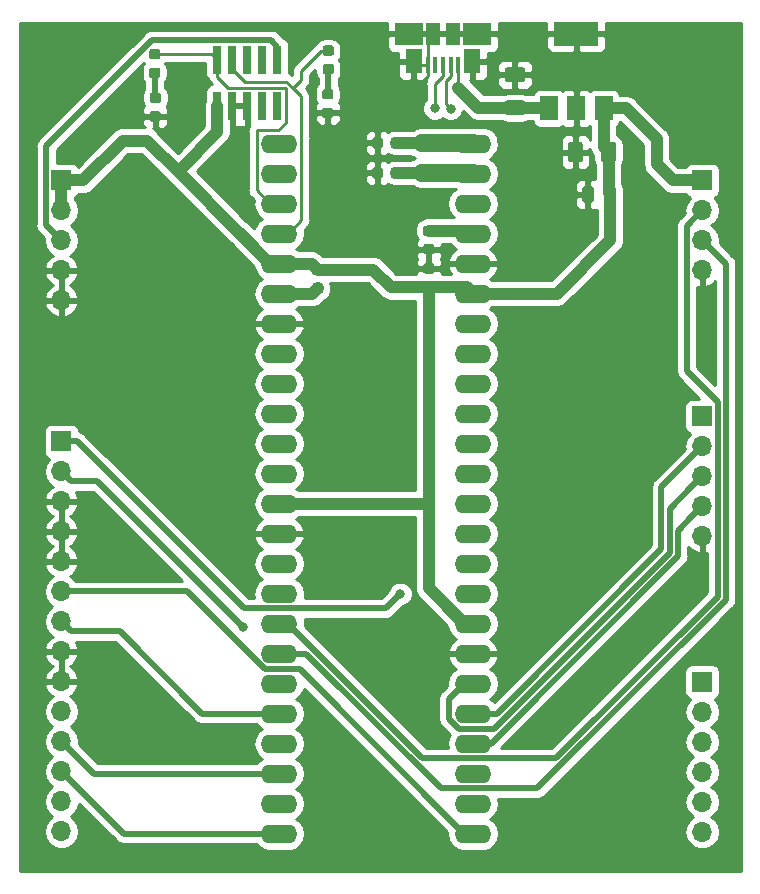
<source format=gbr>
G04 #@! TF.GenerationSoftware,KiCad,Pcbnew,(5.0.0-3-g5ebb6b6)*
G04 #@! TF.CreationDate,2019-01-17T20:41:18+00:00*
G04 #@! TF.ProjectId,Mangler,4D616E676C65722E6B696361645F7063,rev?*
G04 #@! TF.SameCoordinates,Original*
G04 #@! TF.FileFunction,Copper,L1,Top,Signal*
G04 #@! TF.FilePolarity,Positive*
%FSLAX46Y46*%
G04 Gerber Fmt 4.6, Leading zero omitted, Abs format (unit mm)*
G04 Created by KiCad (PCBNEW (5.0.0-3-g5ebb6b6)) date Thursday, 17 January 2019 at 20:41:18*
%MOMM*%
%LPD*%
G01*
G04 APERTURE LIST*
G04 #@! TA.AperFunction,SMDPad,CuDef*
%ADD10R,0.740000X2.400000*%
G04 #@! TD*
G04 #@! TA.AperFunction,Conductor*
%ADD11C,0.100000*%
G04 #@! TD*
G04 #@! TA.AperFunction,SMDPad,CuDef*
%ADD12C,0.875000*%
G04 #@! TD*
G04 #@! TA.AperFunction,SMDPad,CuDef*
%ADD13C,1.250000*%
G04 #@! TD*
G04 #@! TA.AperFunction,SMDPad,CuDef*
%ADD14C,0.975000*%
G04 #@! TD*
G04 #@! TA.AperFunction,SMDPad,CuDef*
%ADD15R,0.450000X1.380000*%
G04 #@! TD*
G04 #@! TA.AperFunction,SMDPad,CuDef*
%ADD16R,1.475000X2.100000*%
G04 #@! TD*
G04 #@! TA.AperFunction,SMDPad,CuDef*
%ADD17R,2.375000X1.900000*%
G04 #@! TD*
G04 #@! TA.AperFunction,SMDPad,CuDef*
%ADD18R,1.175000X1.900000*%
G04 #@! TD*
G04 #@! TA.AperFunction,ComponentPad*
%ADD19R,1.700000X1.700000*%
G04 #@! TD*
G04 #@! TA.AperFunction,ComponentPad*
%ADD20O,1.700000X1.700000*%
G04 #@! TD*
G04 #@! TA.AperFunction,SMDPad,CuDef*
%ADD21R,1.800000X1.000000*%
G04 #@! TD*
G04 #@! TA.AperFunction,SMDPad,CuDef*
%ADD22R,3.800000X2.000000*%
G04 #@! TD*
G04 #@! TA.AperFunction,SMDPad,CuDef*
%ADD23R,1.500000X2.000000*%
G04 #@! TD*
G04 #@! TA.AperFunction,ComponentPad*
%ADD24O,3.100000X1.600000*%
G04 #@! TD*
G04 #@! TA.AperFunction,ViaPad*
%ADD25C,0.800000*%
G04 #@! TD*
G04 #@! TA.AperFunction,Conductor*
%ADD26C,0.250000*%
G04 #@! TD*
G04 #@! TA.AperFunction,Conductor*
%ADD27C,1.000000*%
G04 #@! TD*
G04 #@! TA.AperFunction,Conductor*
%ADD28C,1.500000*%
G04 #@! TD*
G04 #@! TA.AperFunction,Conductor*
%ADD29C,0.500000*%
G04 #@! TD*
G04 #@! TA.AperFunction,Conductor*
%ADD30C,0.254000*%
G04 #@! TD*
G04 APERTURE END LIST*
D10*
G04 #@! TO.P,J2,10*
G04 #@! TO.N,RESET*
X43040000Y-30780000D03*
G04 #@! TO.P,J2,9*
G04 #@! TO.N,N/C*
X43040000Y-34680000D03*
G04 #@! TO.P,J2,8*
X41770000Y-30780000D03*
G04 #@! TO.P,J2,7*
X41770000Y-34680000D03*
G04 #@! TO.P,J2,6*
X40500000Y-30780000D03*
G04 #@! TO.P,J2,5*
G04 #@! TO.N,GND*
X40500000Y-34680000D03*
G04 #@! TO.P,J2,4*
G04 #@! TO.N,SWCLK*
X39230000Y-30780000D03*
G04 #@! TO.P,J2,3*
G04 #@! TO.N,GND*
X39230000Y-34680000D03*
G04 #@! TO.P,J2,2*
G04 #@! TO.N,SWDIO*
X37960000Y-30780000D03*
G04 #@! TO.P,J2,1*
G04 #@! TO.N,+3V3*
X37960000Y-34680000D03*
G04 #@! TD*
D11*
G04 #@! TO.N,Net-(D2-Pad2)*
G04 #@! TO.C,D2*
G36*
X47577691Y-33276053D02*
X47598926Y-33279203D01*
X47619750Y-33284419D01*
X47639962Y-33291651D01*
X47659368Y-33300830D01*
X47677781Y-33311866D01*
X47695024Y-33324654D01*
X47710930Y-33339070D01*
X47725346Y-33354976D01*
X47738134Y-33372219D01*
X47749170Y-33390632D01*
X47758349Y-33410038D01*
X47765581Y-33430250D01*
X47770797Y-33451074D01*
X47773947Y-33472309D01*
X47775000Y-33493750D01*
X47775000Y-33931250D01*
X47773947Y-33952691D01*
X47770797Y-33973926D01*
X47765581Y-33994750D01*
X47758349Y-34014962D01*
X47749170Y-34034368D01*
X47738134Y-34052781D01*
X47725346Y-34070024D01*
X47710930Y-34085930D01*
X47695024Y-34100346D01*
X47677781Y-34113134D01*
X47659368Y-34124170D01*
X47639962Y-34133349D01*
X47619750Y-34140581D01*
X47598926Y-34145797D01*
X47577691Y-34148947D01*
X47556250Y-34150000D01*
X47043750Y-34150000D01*
X47022309Y-34148947D01*
X47001074Y-34145797D01*
X46980250Y-34140581D01*
X46960038Y-34133349D01*
X46940632Y-34124170D01*
X46922219Y-34113134D01*
X46904976Y-34100346D01*
X46889070Y-34085930D01*
X46874654Y-34070024D01*
X46861866Y-34052781D01*
X46850830Y-34034368D01*
X46841651Y-34014962D01*
X46834419Y-33994750D01*
X46829203Y-33973926D01*
X46826053Y-33952691D01*
X46825000Y-33931250D01*
X46825000Y-33493750D01*
X46826053Y-33472309D01*
X46829203Y-33451074D01*
X46834419Y-33430250D01*
X46841651Y-33410038D01*
X46850830Y-33390632D01*
X46861866Y-33372219D01*
X46874654Y-33354976D01*
X46889070Y-33339070D01*
X46904976Y-33324654D01*
X46922219Y-33311866D01*
X46940632Y-33300830D01*
X46960038Y-33291651D01*
X46980250Y-33284419D01*
X47001074Y-33279203D01*
X47022309Y-33276053D01*
X47043750Y-33275000D01*
X47556250Y-33275000D01*
X47577691Y-33276053D01*
X47577691Y-33276053D01*
G37*
D12*
G04 #@! TD*
G04 #@! TO.P,D2,2*
G04 #@! TO.N,Net-(D2-Pad2)*
X47300000Y-33712500D03*
D11*
G04 #@! TO.N,GND*
G04 #@! TO.C,D2*
G36*
X47577691Y-34851053D02*
X47598926Y-34854203D01*
X47619750Y-34859419D01*
X47639962Y-34866651D01*
X47659368Y-34875830D01*
X47677781Y-34886866D01*
X47695024Y-34899654D01*
X47710930Y-34914070D01*
X47725346Y-34929976D01*
X47738134Y-34947219D01*
X47749170Y-34965632D01*
X47758349Y-34985038D01*
X47765581Y-35005250D01*
X47770797Y-35026074D01*
X47773947Y-35047309D01*
X47775000Y-35068750D01*
X47775000Y-35506250D01*
X47773947Y-35527691D01*
X47770797Y-35548926D01*
X47765581Y-35569750D01*
X47758349Y-35589962D01*
X47749170Y-35609368D01*
X47738134Y-35627781D01*
X47725346Y-35645024D01*
X47710930Y-35660930D01*
X47695024Y-35675346D01*
X47677781Y-35688134D01*
X47659368Y-35699170D01*
X47639962Y-35708349D01*
X47619750Y-35715581D01*
X47598926Y-35720797D01*
X47577691Y-35723947D01*
X47556250Y-35725000D01*
X47043750Y-35725000D01*
X47022309Y-35723947D01*
X47001074Y-35720797D01*
X46980250Y-35715581D01*
X46960038Y-35708349D01*
X46940632Y-35699170D01*
X46922219Y-35688134D01*
X46904976Y-35675346D01*
X46889070Y-35660930D01*
X46874654Y-35645024D01*
X46861866Y-35627781D01*
X46850830Y-35609368D01*
X46841651Y-35589962D01*
X46834419Y-35569750D01*
X46829203Y-35548926D01*
X46826053Y-35527691D01*
X46825000Y-35506250D01*
X46825000Y-35068750D01*
X46826053Y-35047309D01*
X46829203Y-35026074D01*
X46834419Y-35005250D01*
X46841651Y-34985038D01*
X46850830Y-34965632D01*
X46861866Y-34947219D01*
X46874654Y-34929976D01*
X46889070Y-34914070D01*
X46904976Y-34899654D01*
X46922219Y-34886866D01*
X46940632Y-34875830D01*
X46960038Y-34866651D01*
X46980250Y-34859419D01*
X47001074Y-34854203D01*
X47022309Y-34851053D01*
X47043750Y-34850000D01*
X47556250Y-34850000D01*
X47577691Y-34851053D01*
X47577691Y-34851053D01*
G37*
D12*
G04 #@! TD*
G04 #@! TO.P,D2,1*
G04 #@! TO.N,GND*
X47300000Y-35287500D03*
D11*
G04 #@! TO.N,Net-(D1-Pad2)*
G04 #@! TO.C,D1*
G36*
X32977691Y-33576053D02*
X32998926Y-33579203D01*
X33019750Y-33584419D01*
X33039962Y-33591651D01*
X33059368Y-33600830D01*
X33077781Y-33611866D01*
X33095024Y-33624654D01*
X33110930Y-33639070D01*
X33125346Y-33654976D01*
X33138134Y-33672219D01*
X33149170Y-33690632D01*
X33158349Y-33710038D01*
X33165581Y-33730250D01*
X33170797Y-33751074D01*
X33173947Y-33772309D01*
X33175000Y-33793750D01*
X33175000Y-34231250D01*
X33173947Y-34252691D01*
X33170797Y-34273926D01*
X33165581Y-34294750D01*
X33158349Y-34314962D01*
X33149170Y-34334368D01*
X33138134Y-34352781D01*
X33125346Y-34370024D01*
X33110930Y-34385930D01*
X33095024Y-34400346D01*
X33077781Y-34413134D01*
X33059368Y-34424170D01*
X33039962Y-34433349D01*
X33019750Y-34440581D01*
X32998926Y-34445797D01*
X32977691Y-34448947D01*
X32956250Y-34450000D01*
X32443750Y-34450000D01*
X32422309Y-34448947D01*
X32401074Y-34445797D01*
X32380250Y-34440581D01*
X32360038Y-34433349D01*
X32340632Y-34424170D01*
X32322219Y-34413134D01*
X32304976Y-34400346D01*
X32289070Y-34385930D01*
X32274654Y-34370024D01*
X32261866Y-34352781D01*
X32250830Y-34334368D01*
X32241651Y-34314962D01*
X32234419Y-34294750D01*
X32229203Y-34273926D01*
X32226053Y-34252691D01*
X32225000Y-34231250D01*
X32225000Y-33793750D01*
X32226053Y-33772309D01*
X32229203Y-33751074D01*
X32234419Y-33730250D01*
X32241651Y-33710038D01*
X32250830Y-33690632D01*
X32261866Y-33672219D01*
X32274654Y-33654976D01*
X32289070Y-33639070D01*
X32304976Y-33624654D01*
X32322219Y-33611866D01*
X32340632Y-33600830D01*
X32360038Y-33591651D01*
X32380250Y-33584419D01*
X32401074Y-33579203D01*
X32422309Y-33576053D01*
X32443750Y-33575000D01*
X32956250Y-33575000D01*
X32977691Y-33576053D01*
X32977691Y-33576053D01*
G37*
D12*
G04 #@! TD*
G04 #@! TO.P,D1,2*
G04 #@! TO.N,Net-(D1-Pad2)*
X32700000Y-34012500D03*
D11*
G04 #@! TO.N,GND*
G04 #@! TO.C,D1*
G36*
X32977691Y-35151053D02*
X32998926Y-35154203D01*
X33019750Y-35159419D01*
X33039962Y-35166651D01*
X33059368Y-35175830D01*
X33077781Y-35186866D01*
X33095024Y-35199654D01*
X33110930Y-35214070D01*
X33125346Y-35229976D01*
X33138134Y-35247219D01*
X33149170Y-35265632D01*
X33158349Y-35285038D01*
X33165581Y-35305250D01*
X33170797Y-35326074D01*
X33173947Y-35347309D01*
X33175000Y-35368750D01*
X33175000Y-35806250D01*
X33173947Y-35827691D01*
X33170797Y-35848926D01*
X33165581Y-35869750D01*
X33158349Y-35889962D01*
X33149170Y-35909368D01*
X33138134Y-35927781D01*
X33125346Y-35945024D01*
X33110930Y-35960930D01*
X33095024Y-35975346D01*
X33077781Y-35988134D01*
X33059368Y-35999170D01*
X33039962Y-36008349D01*
X33019750Y-36015581D01*
X32998926Y-36020797D01*
X32977691Y-36023947D01*
X32956250Y-36025000D01*
X32443750Y-36025000D01*
X32422309Y-36023947D01*
X32401074Y-36020797D01*
X32380250Y-36015581D01*
X32360038Y-36008349D01*
X32340632Y-35999170D01*
X32322219Y-35988134D01*
X32304976Y-35975346D01*
X32289070Y-35960930D01*
X32274654Y-35945024D01*
X32261866Y-35927781D01*
X32250830Y-35909368D01*
X32241651Y-35889962D01*
X32234419Y-35869750D01*
X32229203Y-35848926D01*
X32226053Y-35827691D01*
X32225000Y-35806250D01*
X32225000Y-35368750D01*
X32226053Y-35347309D01*
X32229203Y-35326074D01*
X32234419Y-35305250D01*
X32241651Y-35285038D01*
X32250830Y-35265632D01*
X32261866Y-35247219D01*
X32274654Y-35229976D01*
X32289070Y-35214070D01*
X32304976Y-35199654D01*
X32322219Y-35186866D01*
X32340632Y-35175830D01*
X32360038Y-35166651D01*
X32380250Y-35159419D01*
X32401074Y-35154203D01*
X32422309Y-35151053D01*
X32443750Y-35150000D01*
X32956250Y-35150000D01*
X32977691Y-35151053D01*
X32977691Y-35151053D01*
G37*
D12*
G04 #@! TD*
G04 #@! TO.P,D1,1*
G04 #@! TO.N,GND*
X32700000Y-35587500D03*
D11*
G04 #@! TO.N,GND*
G04 #@! TO.C,C1*
G36*
X63799504Y-31426204D02*
X63823773Y-31429804D01*
X63847571Y-31435765D01*
X63870671Y-31444030D01*
X63892849Y-31454520D01*
X63913893Y-31467133D01*
X63933598Y-31481747D01*
X63951777Y-31498223D01*
X63968253Y-31516402D01*
X63982867Y-31536107D01*
X63995480Y-31557151D01*
X64005970Y-31579329D01*
X64014235Y-31602429D01*
X64020196Y-31626227D01*
X64023796Y-31650496D01*
X64025000Y-31675000D01*
X64025000Y-32425000D01*
X64023796Y-32449504D01*
X64020196Y-32473773D01*
X64014235Y-32497571D01*
X64005970Y-32520671D01*
X63995480Y-32542849D01*
X63982867Y-32563893D01*
X63968253Y-32583598D01*
X63951777Y-32601777D01*
X63933598Y-32618253D01*
X63913893Y-32632867D01*
X63892849Y-32645480D01*
X63870671Y-32655970D01*
X63847571Y-32664235D01*
X63823773Y-32670196D01*
X63799504Y-32673796D01*
X63775000Y-32675000D01*
X62525000Y-32675000D01*
X62500496Y-32673796D01*
X62476227Y-32670196D01*
X62452429Y-32664235D01*
X62429329Y-32655970D01*
X62407151Y-32645480D01*
X62386107Y-32632867D01*
X62366402Y-32618253D01*
X62348223Y-32601777D01*
X62331747Y-32583598D01*
X62317133Y-32563893D01*
X62304520Y-32542849D01*
X62294030Y-32520671D01*
X62285765Y-32497571D01*
X62279804Y-32473773D01*
X62276204Y-32449504D01*
X62275000Y-32425000D01*
X62275000Y-31675000D01*
X62276204Y-31650496D01*
X62279804Y-31626227D01*
X62285765Y-31602429D01*
X62294030Y-31579329D01*
X62304520Y-31557151D01*
X62317133Y-31536107D01*
X62331747Y-31516402D01*
X62348223Y-31498223D01*
X62366402Y-31481747D01*
X62386107Y-31467133D01*
X62407151Y-31454520D01*
X62429329Y-31444030D01*
X62452429Y-31435765D01*
X62476227Y-31429804D01*
X62500496Y-31426204D01*
X62525000Y-31425000D01*
X63775000Y-31425000D01*
X63799504Y-31426204D01*
X63799504Y-31426204D01*
G37*
D13*
G04 #@! TD*
G04 #@! TO.P,C1,2*
G04 #@! TO.N,GND*
X63150000Y-32050000D03*
D11*
G04 #@! TO.N,+5V*
G04 #@! TO.C,C1*
G36*
X63799504Y-34226204D02*
X63823773Y-34229804D01*
X63847571Y-34235765D01*
X63870671Y-34244030D01*
X63892849Y-34254520D01*
X63913893Y-34267133D01*
X63933598Y-34281747D01*
X63951777Y-34298223D01*
X63968253Y-34316402D01*
X63982867Y-34336107D01*
X63995480Y-34357151D01*
X64005970Y-34379329D01*
X64014235Y-34402429D01*
X64020196Y-34426227D01*
X64023796Y-34450496D01*
X64025000Y-34475000D01*
X64025000Y-35225000D01*
X64023796Y-35249504D01*
X64020196Y-35273773D01*
X64014235Y-35297571D01*
X64005970Y-35320671D01*
X63995480Y-35342849D01*
X63982867Y-35363893D01*
X63968253Y-35383598D01*
X63951777Y-35401777D01*
X63933598Y-35418253D01*
X63913893Y-35432867D01*
X63892849Y-35445480D01*
X63870671Y-35455970D01*
X63847571Y-35464235D01*
X63823773Y-35470196D01*
X63799504Y-35473796D01*
X63775000Y-35475000D01*
X62525000Y-35475000D01*
X62500496Y-35473796D01*
X62476227Y-35470196D01*
X62452429Y-35464235D01*
X62429329Y-35455970D01*
X62407151Y-35445480D01*
X62386107Y-35432867D01*
X62366402Y-35418253D01*
X62348223Y-35401777D01*
X62331747Y-35383598D01*
X62317133Y-35363893D01*
X62304520Y-35342849D01*
X62294030Y-35320671D01*
X62285765Y-35297571D01*
X62279804Y-35273773D01*
X62276204Y-35249504D01*
X62275000Y-35225000D01*
X62275000Y-34475000D01*
X62276204Y-34450496D01*
X62279804Y-34426227D01*
X62285765Y-34402429D01*
X62294030Y-34379329D01*
X62304520Y-34357151D01*
X62317133Y-34336107D01*
X62331747Y-34316402D01*
X62348223Y-34298223D01*
X62366402Y-34281747D01*
X62386107Y-34267133D01*
X62407151Y-34254520D01*
X62429329Y-34244030D01*
X62452429Y-34235765D01*
X62476227Y-34229804D01*
X62500496Y-34226204D01*
X62525000Y-34225000D01*
X63775000Y-34225000D01*
X63799504Y-34226204D01*
X63799504Y-34226204D01*
G37*
D13*
G04 #@! TD*
G04 #@! TO.P,C1,1*
G04 #@! TO.N,+5V*
X63150000Y-34850000D03*
D11*
G04 #@! TO.N,+3V3*
G04 #@! TO.C,C2*
G36*
X71469504Y-37726204D02*
X71493773Y-37729804D01*
X71517571Y-37735765D01*
X71540671Y-37744030D01*
X71562849Y-37754520D01*
X71583893Y-37767133D01*
X71603598Y-37781747D01*
X71621777Y-37798223D01*
X71638253Y-37816402D01*
X71652867Y-37836107D01*
X71665480Y-37857151D01*
X71675970Y-37879329D01*
X71684235Y-37902429D01*
X71690196Y-37926227D01*
X71693796Y-37950496D01*
X71695000Y-37975000D01*
X71695000Y-39225000D01*
X71693796Y-39249504D01*
X71690196Y-39273773D01*
X71684235Y-39297571D01*
X71675970Y-39320671D01*
X71665480Y-39342849D01*
X71652867Y-39363893D01*
X71638253Y-39383598D01*
X71621777Y-39401777D01*
X71603598Y-39418253D01*
X71583893Y-39432867D01*
X71562849Y-39445480D01*
X71540671Y-39455970D01*
X71517571Y-39464235D01*
X71493773Y-39470196D01*
X71469504Y-39473796D01*
X71445000Y-39475000D01*
X70695000Y-39475000D01*
X70670496Y-39473796D01*
X70646227Y-39470196D01*
X70622429Y-39464235D01*
X70599329Y-39455970D01*
X70577151Y-39445480D01*
X70556107Y-39432867D01*
X70536402Y-39418253D01*
X70518223Y-39401777D01*
X70501747Y-39383598D01*
X70487133Y-39363893D01*
X70474520Y-39342849D01*
X70464030Y-39320671D01*
X70455765Y-39297571D01*
X70449804Y-39273773D01*
X70446204Y-39249504D01*
X70445000Y-39225000D01*
X70445000Y-37975000D01*
X70446204Y-37950496D01*
X70449804Y-37926227D01*
X70455765Y-37902429D01*
X70464030Y-37879329D01*
X70474520Y-37857151D01*
X70487133Y-37836107D01*
X70501747Y-37816402D01*
X70518223Y-37798223D01*
X70536402Y-37781747D01*
X70556107Y-37767133D01*
X70577151Y-37754520D01*
X70599329Y-37744030D01*
X70622429Y-37735765D01*
X70646227Y-37729804D01*
X70670496Y-37726204D01*
X70695000Y-37725000D01*
X71445000Y-37725000D01*
X71469504Y-37726204D01*
X71469504Y-37726204D01*
G37*
D13*
G04 #@! TD*
G04 #@! TO.P,C2,1*
G04 #@! TO.N,+3V3*
X71070000Y-38600000D03*
D11*
G04 #@! TO.N,GND*
G04 #@! TO.C,C2*
G36*
X68669504Y-37726204D02*
X68693773Y-37729804D01*
X68717571Y-37735765D01*
X68740671Y-37744030D01*
X68762849Y-37754520D01*
X68783893Y-37767133D01*
X68803598Y-37781747D01*
X68821777Y-37798223D01*
X68838253Y-37816402D01*
X68852867Y-37836107D01*
X68865480Y-37857151D01*
X68875970Y-37879329D01*
X68884235Y-37902429D01*
X68890196Y-37926227D01*
X68893796Y-37950496D01*
X68895000Y-37975000D01*
X68895000Y-39225000D01*
X68893796Y-39249504D01*
X68890196Y-39273773D01*
X68884235Y-39297571D01*
X68875970Y-39320671D01*
X68865480Y-39342849D01*
X68852867Y-39363893D01*
X68838253Y-39383598D01*
X68821777Y-39401777D01*
X68803598Y-39418253D01*
X68783893Y-39432867D01*
X68762849Y-39445480D01*
X68740671Y-39455970D01*
X68717571Y-39464235D01*
X68693773Y-39470196D01*
X68669504Y-39473796D01*
X68645000Y-39475000D01*
X67895000Y-39475000D01*
X67870496Y-39473796D01*
X67846227Y-39470196D01*
X67822429Y-39464235D01*
X67799329Y-39455970D01*
X67777151Y-39445480D01*
X67756107Y-39432867D01*
X67736402Y-39418253D01*
X67718223Y-39401777D01*
X67701747Y-39383598D01*
X67687133Y-39363893D01*
X67674520Y-39342849D01*
X67664030Y-39320671D01*
X67655765Y-39297571D01*
X67649804Y-39273773D01*
X67646204Y-39249504D01*
X67645000Y-39225000D01*
X67645000Y-37975000D01*
X67646204Y-37950496D01*
X67649804Y-37926227D01*
X67655765Y-37902429D01*
X67664030Y-37879329D01*
X67674520Y-37857151D01*
X67687133Y-37836107D01*
X67701747Y-37816402D01*
X67718223Y-37798223D01*
X67736402Y-37781747D01*
X67756107Y-37767133D01*
X67777151Y-37754520D01*
X67799329Y-37744030D01*
X67822429Y-37735765D01*
X67846227Y-37729804D01*
X67870496Y-37726204D01*
X67895000Y-37725000D01*
X68645000Y-37725000D01*
X68669504Y-37726204D01*
X68669504Y-37726204D01*
G37*
D13*
G04 #@! TD*
G04 #@! TO.P,C2,2*
G04 #@! TO.N,GND*
X68270000Y-38600000D03*
D11*
G04 #@! TO.N,+3V3*
G04 #@! TO.C,C3*
G36*
X71475142Y-41501174D02*
X71498803Y-41504684D01*
X71522007Y-41510496D01*
X71544529Y-41518554D01*
X71566153Y-41528782D01*
X71586670Y-41541079D01*
X71605883Y-41555329D01*
X71623607Y-41571393D01*
X71639671Y-41589117D01*
X71653921Y-41608330D01*
X71666218Y-41628847D01*
X71676446Y-41650471D01*
X71684504Y-41672993D01*
X71690316Y-41696197D01*
X71693826Y-41719858D01*
X71695000Y-41743750D01*
X71695000Y-42656250D01*
X71693826Y-42680142D01*
X71690316Y-42703803D01*
X71684504Y-42727007D01*
X71676446Y-42749529D01*
X71666218Y-42771153D01*
X71653921Y-42791670D01*
X71639671Y-42810883D01*
X71623607Y-42828607D01*
X71605883Y-42844671D01*
X71586670Y-42858921D01*
X71566153Y-42871218D01*
X71544529Y-42881446D01*
X71522007Y-42889504D01*
X71498803Y-42895316D01*
X71475142Y-42898826D01*
X71451250Y-42900000D01*
X70963750Y-42900000D01*
X70939858Y-42898826D01*
X70916197Y-42895316D01*
X70892993Y-42889504D01*
X70870471Y-42881446D01*
X70848847Y-42871218D01*
X70828330Y-42858921D01*
X70809117Y-42844671D01*
X70791393Y-42828607D01*
X70775329Y-42810883D01*
X70761079Y-42791670D01*
X70748782Y-42771153D01*
X70738554Y-42749529D01*
X70730496Y-42727007D01*
X70724684Y-42703803D01*
X70721174Y-42680142D01*
X70720000Y-42656250D01*
X70720000Y-41743750D01*
X70721174Y-41719858D01*
X70724684Y-41696197D01*
X70730496Y-41672993D01*
X70738554Y-41650471D01*
X70748782Y-41628847D01*
X70761079Y-41608330D01*
X70775329Y-41589117D01*
X70791393Y-41571393D01*
X70809117Y-41555329D01*
X70828330Y-41541079D01*
X70848847Y-41528782D01*
X70870471Y-41518554D01*
X70892993Y-41510496D01*
X70916197Y-41504684D01*
X70939858Y-41501174D01*
X70963750Y-41500000D01*
X71451250Y-41500000D01*
X71475142Y-41501174D01*
X71475142Y-41501174D01*
G37*
D14*
G04 #@! TD*
G04 #@! TO.P,C3,1*
G04 #@! TO.N,+3V3*
X71207500Y-42200000D03*
D11*
G04 #@! TO.N,GND*
G04 #@! TO.C,C3*
G36*
X69600142Y-41501174D02*
X69623803Y-41504684D01*
X69647007Y-41510496D01*
X69669529Y-41518554D01*
X69691153Y-41528782D01*
X69711670Y-41541079D01*
X69730883Y-41555329D01*
X69748607Y-41571393D01*
X69764671Y-41589117D01*
X69778921Y-41608330D01*
X69791218Y-41628847D01*
X69801446Y-41650471D01*
X69809504Y-41672993D01*
X69815316Y-41696197D01*
X69818826Y-41719858D01*
X69820000Y-41743750D01*
X69820000Y-42656250D01*
X69818826Y-42680142D01*
X69815316Y-42703803D01*
X69809504Y-42727007D01*
X69801446Y-42749529D01*
X69791218Y-42771153D01*
X69778921Y-42791670D01*
X69764671Y-42810883D01*
X69748607Y-42828607D01*
X69730883Y-42844671D01*
X69711670Y-42858921D01*
X69691153Y-42871218D01*
X69669529Y-42881446D01*
X69647007Y-42889504D01*
X69623803Y-42895316D01*
X69600142Y-42898826D01*
X69576250Y-42900000D01*
X69088750Y-42900000D01*
X69064858Y-42898826D01*
X69041197Y-42895316D01*
X69017993Y-42889504D01*
X68995471Y-42881446D01*
X68973847Y-42871218D01*
X68953330Y-42858921D01*
X68934117Y-42844671D01*
X68916393Y-42828607D01*
X68900329Y-42810883D01*
X68886079Y-42791670D01*
X68873782Y-42771153D01*
X68863554Y-42749529D01*
X68855496Y-42727007D01*
X68849684Y-42703803D01*
X68846174Y-42680142D01*
X68845000Y-42656250D01*
X68845000Y-41743750D01*
X68846174Y-41719858D01*
X68849684Y-41696197D01*
X68855496Y-41672993D01*
X68863554Y-41650471D01*
X68873782Y-41628847D01*
X68886079Y-41608330D01*
X68900329Y-41589117D01*
X68916393Y-41571393D01*
X68934117Y-41555329D01*
X68953330Y-41541079D01*
X68973847Y-41528782D01*
X68995471Y-41518554D01*
X69017993Y-41510496D01*
X69041197Y-41504684D01*
X69064858Y-41501174D01*
X69088750Y-41500000D01*
X69576250Y-41500000D01*
X69600142Y-41501174D01*
X69600142Y-41501174D01*
G37*
D14*
G04 #@! TD*
G04 #@! TO.P,C3,2*
G04 #@! TO.N,GND*
X69332500Y-42200000D03*
D11*
G04 #@! TO.N,+3V3*
G04 #@! TO.C,C4*
G36*
X46727691Y-48126053D02*
X46748926Y-48129203D01*
X46769750Y-48134419D01*
X46789962Y-48141651D01*
X46809368Y-48150830D01*
X46827781Y-48161866D01*
X46845024Y-48174654D01*
X46860930Y-48189070D01*
X46875346Y-48204976D01*
X46888134Y-48222219D01*
X46899170Y-48240632D01*
X46908349Y-48260038D01*
X46915581Y-48280250D01*
X46920797Y-48301074D01*
X46923947Y-48322309D01*
X46925000Y-48343750D01*
X46925000Y-48781250D01*
X46923947Y-48802691D01*
X46920797Y-48823926D01*
X46915581Y-48844750D01*
X46908349Y-48864962D01*
X46899170Y-48884368D01*
X46888134Y-48902781D01*
X46875346Y-48920024D01*
X46860930Y-48935930D01*
X46845024Y-48950346D01*
X46827781Y-48963134D01*
X46809368Y-48974170D01*
X46789962Y-48983349D01*
X46769750Y-48990581D01*
X46748926Y-48995797D01*
X46727691Y-48998947D01*
X46706250Y-49000000D01*
X46193750Y-49000000D01*
X46172309Y-48998947D01*
X46151074Y-48995797D01*
X46130250Y-48990581D01*
X46110038Y-48983349D01*
X46090632Y-48974170D01*
X46072219Y-48963134D01*
X46054976Y-48950346D01*
X46039070Y-48935930D01*
X46024654Y-48920024D01*
X46011866Y-48902781D01*
X46000830Y-48884368D01*
X45991651Y-48864962D01*
X45984419Y-48844750D01*
X45979203Y-48823926D01*
X45976053Y-48802691D01*
X45975000Y-48781250D01*
X45975000Y-48343750D01*
X45976053Y-48322309D01*
X45979203Y-48301074D01*
X45984419Y-48280250D01*
X45991651Y-48260038D01*
X46000830Y-48240632D01*
X46011866Y-48222219D01*
X46024654Y-48204976D01*
X46039070Y-48189070D01*
X46054976Y-48174654D01*
X46072219Y-48161866D01*
X46090632Y-48150830D01*
X46110038Y-48141651D01*
X46130250Y-48134419D01*
X46151074Y-48129203D01*
X46172309Y-48126053D01*
X46193750Y-48125000D01*
X46706250Y-48125000D01*
X46727691Y-48126053D01*
X46727691Y-48126053D01*
G37*
D12*
G04 #@! TD*
G04 #@! TO.P,C4,1*
G04 #@! TO.N,+3V3*
X46450000Y-48562500D03*
D11*
G04 #@! TO.N,Net-(C4-Pad2)*
G04 #@! TO.C,C4*
G36*
X46727691Y-49701053D02*
X46748926Y-49704203D01*
X46769750Y-49709419D01*
X46789962Y-49716651D01*
X46809368Y-49725830D01*
X46827781Y-49736866D01*
X46845024Y-49749654D01*
X46860930Y-49764070D01*
X46875346Y-49779976D01*
X46888134Y-49797219D01*
X46899170Y-49815632D01*
X46908349Y-49835038D01*
X46915581Y-49855250D01*
X46920797Y-49876074D01*
X46923947Y-49897309D01*
X46925000Y-49918750D01*
X46925000Y-50356250D01*
X46923947Y-50377691D01*
X46920797Y-50398926D01*
X46915581Y-50419750D01*
X46908349Y-50439962D01*
X46899170Y-50459368D01*
X46888134Y-50477781D01*
X46875346Y-50495024D01*
X46860930Y-50510930D01*
X46845024Y-50525346D01*
X46827781Y-50538134D01*
X46809368Y-50549170D01*
X46789962Y-50558349D01*
X46769750Y-50565581D01*
X46748926Y-50570797D01*
X46727691Y-50573947D01*
X46706250Y-50575000D01*
X46193750Y-50575000D01*
X46172309Y-50573947D01*
X46151074Y-50570797D01*
X46130250Y-50565581D01*
X46110038Y-50558349D01*
X46090632Y-50549170D01*
X46072219Y-50538134D01*
X46054976Y-50525346D01*
X46039070Y-50510930D01*
X46024654Y-50495024D01*
X46011866Y-50477781D01*
X46000830Y-50459368D01*
X45991651Y-50439962D01*
X45984419Y-50419750D01*
X45979203Y-50398926D01*
X45976053Y-50377691D01*
X45975000Y-50356250D01*
X45975000Y-49918750D01*
X45976053Y-49897309D01*
X45979203Y-49876074D01*
X45984419Y-49855250D01*
X45991651Y-49835038D01*
X46000830Y-49815632D01*
X46011866Y-49797219D01*
X46024654Y-49779976D01*
X46039070Y-49764070D01*
X46054976Y-49749654D01*
X46072219Y-49736866D01*
X46090632Y-49725830D01*
X46110038Y-49716651D01*
X46130250Y-49709419D01*
X46151074Y-49704203D01*
X46172309Y-49701053D01*
X46193750Y-49700000D01*
X46706250Y-49700000D01*
X46727691Y-49701053D01*
X46727691Y-49701053D01*
G37*
D12*
G04 #@! TD*
G04 #@! TO.P,C4,2*
G04 #@! TO.N,Net-(C4-Pad2)*
X46450000Y-50137500D03*
D11*
G04 #@! TO.N,+3V3*
G04 #@! TO.C,C5*
G36*
X56127691Y-49601053D02*
X56148926Y-49604203D01*
X56169750Y-49609419D01*
X56189962Y-49616651D01*
X56209368Y-49625830D01*
X56227781Y-49636866D01*
X56245024Y-49649654D01*
X56260930Y-49664070D01*
X56275346Y-49679976D01*
X56288134Y-49697219D01*
X56299170Y-49715632D01*
X56308349Y-49735038D01*
X56315581Y-49755250D01*
X56320797Y-49776074D01*
X56323947Y-49797309D01*
X56325000Y-49818750D01*
X56325000Y-50256250D01*
X56323947Y-50277691D01*
X56320797Y-50298926D01*
X56315581Y-50319750D01*
X56308349Y-50339962D01*
X56299170Y-50359368D01*
X56288134Y-50377781D01*
X56275346Y-50395024D01*
X56260930Y-50410930D01*
X56245024Y-50425346D01*
X56227781Y-50438134D01*
X56209368Y-50449170D01*
X56189962Y-50458349D01*
X56169750Y-50465581D01*
X56148926Y-50470797D01*
X56127691Y-50473947D01*
X56106250Y-50475000D01*
X55593750Y-50475000D01*
X55572309Y-50473947D01*
X55551074Y-50470797D01*
X55530250Y-50465581D01*
X55510038Y-50458349D01*
X55490632Y-50449170D01*
X55472219Y-50438134D01*
X55454976Y-50425346D01*
X55439070Y-50410930D01*
X55424654Y-50395024D01*
X55411866Y-50377781D01*
X55400830Y-50359368D01*
X55391651Y-50339962D01*
X55384419Y-50319750D01*
X55379203Y-50298926D01*
X55376053Y-50277691D01*
X55375000Y-50256250D01*
X55375000Y-49818750D01*
X55376053Y-49797309D01*
X55379203Y-49776074D01*
X55384419Y-49755250D01*
X55391651Y-49735038D01*
X55400830Y-49715632D01*
X55411866Y-49697219D01*
X55424654Y-49679976D01*
X55439070Y-49664070D01*
X55454976Y-49649654D01*
X55472219Y-49636866D01*
X55490632Y-49625830D01*
X55510038Y-49616651D01*
X55530250Y-49609419D01*
X55551074Y-49604203D01*
X55572309Y-49601053D01*
X55593750Y-49600000D01*
X56106250Y-49600000D01*
X56127691Y-49601053D01*
X56127691Y-49601053D01*
G37*
D12*
G04 #@! TD*
G04 #@! TO.P,C5,1*
G04 #@! TO.N,+3V3*
X55850000Y-50037500D03*
D11*
G04 #@! TO.N,GND*
G04 #@! TO.C,C5*
G36*
X56127691Y-48026053D02*
X56148926Y-48029203D01*
X56169750Y-48034419D01*
X56189962Y-48041651D01*
X56209368Y-48050830D01*
X56227781Y-48061866D01*
X56245024Y-48074654D01*
X56260930Y-48089070D01*
X56275346Y-48104976D01*
X56288134Y-48122219D01*
X56299170Y-48140632D01*
X56308349Y-48160038D01*
X56315581Y-48180250D01*
X56320797Y-48201074D01*
X56323947Y-48222309D01*
X56325000Y-48243750D01*
X56325000Y-48681250D01*
X56323947Y-48702691D01*
X56320797Y-48723926D01*
X56315581Y-48744750D01*
X56308349Y-48764962D01*
X56299170Y-48784368D01*
X56288134Y-48802781D01*
X56275346Y-48820024D01*
X56260930Y-48835930D01*
X56245024Y-48850346D01*
X56227781Y-48863134D01*
X56209368Y-48874170D01*
X56189962Y-48883349D01*
X56169750Y-48890581D01*
X56148926Y-48895797D01*
X56127691Y-48898947D01*
X56106250Y-48900000D01*
X55593750Y-48900000D01*
X55572309Y-48898947D01*
X55551074Y-48895797D01*
X55530250Y-48890581D01*
X55510038Y-48883349D01*
X55490632Y-48874170D01*
X55472219Y-48863134D01*
X55454976Y-48850346D01*
X55439070Y-48835930D01*
X55424654Y-48820024D01*
X55411866Y-48802781D01*
X55400830Y-48784368D01*
X55391651Y-48764962D01*
X55384419Y-48744750D01*
X55379203Y-48723926D01*
X55376053Y-48702691D01*
X55375000Y-48681250D01*
X55375000Y-48243750D01*
X55376053Y-48222309D01*
X55379203Y-48201074D01*
X55384419Y-48180250D01*
X55391651Y-48160038D01*
X55400830Y-48140632D01*
X55411866Y-48122219D01*
X55424654Y-48104976D01*
X55439070Y-48089070D01*
X55454976Y-48074654D01*
X55472219Y-48061866D01*
X55490632Y-48050830D01*
X55510038Y-48041651D01*
X55530250Y-48034419D01*
X55551074Y-48029203D01*
X55572309Y-48026053D01*
X55593750Y-48025000D01*
X56106250Y-48025000D01*
X56127691Y-48026053D01*
X56127691Y-48026053D01*
G37*
D12*
G04 #@! TD*
G04 #@! TO.P,C5,2*
G04 #@! TO.N,GND*
X55850000Y-48462500D03*
D11*
G04 #@! TO.N,GND*
G04 #@! TO.C,C6*
G36*
X51752691Y-37356053D02*
X51773926Y-37359203D01*
X51794750Y-37364419D01*
X51814962Y-37371651D01*
X51834368Y-37380830D01*
X51852781Y-37391866D01*
X51870024Y-37404654D01*
X51885930Y-37419070D01*
X51900346Y-37434976D01*
X51913134Y-37452219D01*
X51924170Y-37470632D01*
X51933349Y-37490038D01*
X51940581Y-37510250D01*
X51945797Y-37531074D01*
X51948947Y-37552309D01*
X51950000Y-37573750D01*
X51950000Y-38086250D01*
X51948947Y-38107691D01*
X51945797Y-38128926D01*
X51940581Y-38149750D01*
X51933349Y-38169962D01*
X51924170Y-38189368D01*
X51913134Y-38207781D01*
X51900346Y-38225024D01*
X51885930Y-38240930D01*
X51870024Y-38255346D01*
X51852781Y-38268134D01*
X51834368Y-38279170D01*
X51814962Y-38288349D01*
X51794750Y-38295581D01*
X51773926Y-38300797D01*
X51752691Y-38303947D01*
X51731250Y-38305000D01*
X51293750Y-38305000D01*
X51272309Y-38303947D01*
X51251074Y-38300797D01*
X51230250Y-38295581D01*
X51210038Y-38288349D01*
X51190632Y-38279170D01*
X51172219Y-38268134D01*
X51154976Y-38255346D01*
X51139070Y-38240930D01*
X51124654Y-38225024D01*
X51111866Y-38207781D01*
X51100830Y-38189368D01*
X51091651Y-38169962D01*
X51084419Y-38149750D01*
X51079203Y-38128926D01*
X51076053Y-38107691D01*
X51075000Y-38086250D01*
X51075000Y-37573750D01*
X51076053Y-37552309D01*
X51079203Y-37531074D01*
X51084419Y-37510250D01*
X51091651Y-37490038D01*
X51100830Y-37470632D01*
X51111866Y-37452219D01*
X51124654Y-37434976D01*
X51139070Y-37419070D01*
X51154976Y-37404654D01*
X51172219Y-37391866D01*
X51190632Y-37380830D01*
X51210038Y-37371651D01*
X51230250Y-37364419D01*
X51251074Y-37359203D01*
X51272309Y-37356053D01*
X51293750Y-37355000D01*
X51731250Y-37355000D01*
X51752691Y-37356053D01*
X51752691Y-37356053D01*
G37*
D12*
G04 #@! TD*
G04 #@! TO.P,C6,2*
G04 #@! TO.N,GND*
X51512500Y-37830000D03*
D11*
G04 #@! TO.N,Net-(C6-Pad1)*
G04 #@! TO.C,C6*
G36*
X53327691Y-37356053D02*
X53348926Y-37359203D01*
X53369750Y-37364419D01*
X53389962Y-37371651D01*
X53409368Y-37380830D01*
X53427781Y-37391866D01*
X53445024Y-37404654D01*
X53460930Y-37419070D01*
X53475346Y-37434976D01*
X53488134Y-37452219D01*
X53499170Y-37470632D01*
X53508349Y-37490038D01*
X53515581Y-37510250D01*
X53520797Y-37531074D01*
X53523947Y-37552309D01*
X53525000Y-37573750D01*
X53525000Y-38086250D01*
X53523947Y-38107691D01*
X53520797Y-38128926D01*
X53515581Y-38149750D01*
X53508349Y-38169962D01*
X53499170Y-38189368D01*
X53488134Y-38207781D01*
X53475346Y-38225024D01*
X53460930Y-38240930D01*
X53445024Y-38255346D01*
X53427781Y-38268134D01*
X53409368Y-38279170D01*
X53389962Y-38288349D01*
X53369750Y-38295581D01*
X53348926Y-38300797D01*
X53327691Y-38303947D01*
X53306250Y-38305000D01*
X52868750Y-38305000D01*
X52847309Y-38303947D01*
X52826074Y-38300797D01*
X52805250Y-38295581D01*
X52785038Y-38288349D01*
X52765632Y-38279170D01*
X52747219Y-38268134D01*
X52729976Y-38255346D01*
X52714070Y-38240930D01*
X52699654Y-38225024D01*
X52686866Y-38207781D01*
X52675830Y-38189368D01*
X52666651Y-38169962D01*
X52659419Y-38149750D01*
X52654203Y-38128926D01*
X52651053Y-38107691D01*
X52650000Y-38086250D01*
X52650000Y-37573750D01*
X52651053Y-37552309D01*
X52654203Y-37531074D01*
X52659419Y-37510250D01*
X52666651Y-37490038D01*
X52675830Y-37470632D01*
X52686866Y-37452219D01*
X52699654Y-37434976D01*
X52714070Y-37419070D01*
X52729976Y-37404654D01*
X52747219Y-37391866D01*
X52765632Y-37380830D01*
X52785038Y-37371651D01*
X52805250Y-37364419D01*
X52826074Y-37359203D01*
X52847309Y-37356053D01*
X52868750Y-37355000D01*
X53306250Y-37355000D01*
X53327691Y-37356053D01*
X53327691Y-37356053D01*
G37*
D12*
G04 #@! TD*
G04 #@! TO.P,C6,1*
G04 #@! TO.N,Net-(C6-Pad1)*
X53087500Y-37830000D03*
D11*
G04 #@! TO.N,Net-(C7-Pad1)*
G04 #@! TO.C,C7*
G36*
X53327691Y-39896053D02*
X53348926Y-39899203D01*
X53369750Y-39904419D01*
X53389962Y-39911651D01*
X53409368Y-39920830D01*
X53427781Y-39931866D01*
X53445024Y-39944654D01*
X53460930Y-39959070D01*
X53475346Y-39974976D01*
X53488134Y-39992219D01*
X53499170Y-40010632D01*
X53508349Y-40030038D01*
X53515581Y-40050250D01*
X53520797Y-40071074D01*
X53523947Y-40092309D01*
X53525000Y-40113750D01*
X53525000Y-40626250D01*
X53523947Y-40647691D01*
X53520797Y-40668926D01*
X53515581Y-40689750D01*
X53508349Y-40709962D01*
X53499170Y-40729368D01*
X53488134Y-40747781D01*
X53475346Y-40765024D01*
X53460930Y-40780930D01*
X53445024Y-40795346D01*
X53427781Y-40808134D01*
X53409368Y-40819170D01*
X53389962Y-40828349D01*
X53369750Y-40835581D01*
X53348926Y-40840797D01*
X53327691Y-40843947D01*
X53306250Y-40845000D01*
X52868750Y-40845000D01*
X52847309Y-40843947D01*
X52826074Y-40840797D01*
X52805250Y-40835581D01*
X52785038Y-40828349D01*
X52765632Y-40819170D01*
X52747219Y-40808134D01*
X52729976Y-40795346D01*
X52714070Y-40780930D01*
X52699654Y-40765024D01*
X52686866Y-40747781D01*
X52675830Y-40729368D01*
X52666651Y-40709962D01*
X52659419Y-40689750D01*
X52654203Y-40668926D01*
X52651053Y-40647691D01*
X52650000Y-40626250D01*
X52650000Y-40113750D01*
X52651053Y-40092309D01*
X52654203Y-40071074D01*
X52659419Y-40050250D01*
X52666651Y-40030038D01*
X52675830Y-40010632D01*
X52686866Y-39992219D01*
X52699654Y-39974976D01*
X52714070Y-39959070D01*
X52729976Y-39944654D01*
X52747219Y-39931866D01*
X52765632Y-39920830D01*
X52785038Y-39911651D01*
X52805250Y-39904419D01*
X52826074Y-39899203D01*
X52847309Y-39896053D01*
X52868750Y-39895000D01*
X53306250Y-39895000D01*
X53327691Y-39896053D01*
X53327691Y-39896053D01*
G37*
D12*
G04 #@! TD*
G04 #@! TO.P,C7,1*
G04 #@! TO.N,Net-(C7-Pad1)*
X53087500Y-40370000D03*
D11*
G04 #@! TO.N,GND*
G04 #@! TO.C,C7*
G36*
X51752691Y-39896053D02*
X51773926Y-39899203D01*
X51794750Y-39904419D01*
X51814962Y-39911651D01*
X51834368Y-39920830D01*
X51852781Y-39931866D01*
X51870024Y-39944654D01*
X51885930Y-39959070D01*
X51900346Y-39974976D01*
X51913134Y-39992219D01*
X51924170Y-40010632D01*
X51933349Y-40030038D01*
X51940581Y-40050250D01*
X51945797Y-40071074D01*
X51948947Y-40092309D01*
X51950000Y-40113750D01*
X51950000Y-40626250D01*
X51948947Y-40647691D01*
X51945797Y-40668926D01*
X51940581Y-40689750D01*
X51933349Y-40709962D01*
X51924170Y-40729368D01*
X51913134Y-40747781D01*
X51900346Y-40765024D01*
X51885930Y-40780930D01*
X51870024Y-40795346D01*
X51852781Y-40808134D01*
X51834368Y-40819170D01*
X51814962Y-40828349D01*
X51794750Y-40835581D01*
X51773926Y-40840797D01*
X51752691Y-40843947D01*
X51731250Y-40845000D01*
X51293750Y-40845000D01*
X51272309Y-40843947D01*
X51251074Y-40840797D01*
X51230250Y-40835581D01*
X51210038Y-40828349D01*
X51190632Y-40819170D01*
X51172219Y-40808134D01*
X51154976Y-40795346D01*
X51139070Y-40780930D01*
X51124654Y-40765024D01*
X51111866Y-40747781D01*
X51100830Y-40729368D01*
X51091651Y-40709962D01*
X51084419Y-40689750D01*
X51079203Y-40668926D01*
X51076053Y-40647691D01*
X51075000Y-40626250D01*
X51075000Y-40113750D01*
X51076053Y-40092309D01*
X51079203Y-40071074D01*
X51084419Y-40050250D01*
X51091651Y-40030038D01*
X51100830Y-40010632D01*
X51111866Y-39992219D01*
X51124654Y-39974976D01*
X51139070Y-39959070D01*
X51154976Y-39944654D01*
X51172219Y-39931866D01*
X51190632Y-39920830D01*
X51210038Y-39911651D01*
X51230250Y-39904419D01*
X51251074Y-39899203D01*
X51272309Y-39896053D01*
X51293750Y-39895000D01*
X51731250Y-39895000D01*
X51752691Y-39896053D01*
X51752691Y-39896053D01*
G37*
D12*
G04 #@! TD*
G04 #@! TO.P,C7,2*
G04 #@! TO.N,GND*
X51512500Y-40370000D03*
D11*
G04 #@! TO.N,GND*
G04 #@! TO.C,C8*
G36*
X56127691Y-46401053D02*
X56148926Y-46404203D01*
X56169750Y-46409419D01*
X56189962Y-46416651D01*
X56209368Y-46425830D01*
X56227781Y-46436866D01*
X56245024Y-46449654D01*
X56260930Y-46464070D01*
X56275346Y-46479976D01*
X56288134Y-46497219D01*
X56299170Y-46515632D01*
X56308349Y-46535038D01*
X56315581Y-46555250D01*
X56320797Y-46576074D01*
X56323947Y-46597309D01*
X56325000Y-46618750D01*
X56325000Y-47056250D01*
X56323947Y-47077691D01*
X56320797Y-47098926D01*
X56315581Y-47119750D01*
X56308349Y-47139962D01*
X56299170Y-47159368D01*
X56288134Y-47177781D01*
X56275346Y-47195024D01*
X56260930Y-47210930D01*
X56245024Y-47225346D01*
X56227781Y-47238134D01*
X56209368Y-47249170D01*
X56189962Y-47258349D01*
X56169750Y-47265581D01*
X56148926Y-47270797D01*
X56127691Y-47273947D01*
X56106250Y-47275000D01*
X55593750Y-47275000D01*
X55572309Y-47273947D01*
X55551074Y-47270797D01*
X55530250Y-47265581D01*
X55510038Y-47258349D01*
X55490632Y-47249170D01*
X55472219Y-47238134D01*
X55454976Y-47225346D01*
X55439070Y-47210930D01*
X55424654Y-47195024D01*
X55411866Y-47177781D01*
X55400830Y-47159368D01*
X55391651Y-47139962D01*
X55384419Y-47119750D01*
X55379203Y-47098926D01*
X55376053Y-47077691D01*
X55375000Y-47056250D01*
X55375000Y-46618750D01*
X55376053Y-46597309D01*
X55379203Y-46576074D01*
X55384419Y-46555250D01*
X55391651Y-46535038D01*
X55400830Y-46515632D01*
X55411866Y-46497219D01*
X55424654Y-46479976D01*
X55439070Y-46464070D01*
X55454976Y-46449654D01*
X55472219Y-46436866D01*
X55490632Y-46425830D01*
X55510038Y-46416651D01*
X55530250Y-46409419D01*
X55551074Y-46404203D01*
X55572309Y-46401053D01*
X55593750Y-46400000D01*
X56106250Y-46400000D01*
X56127691Y-46401053D01*
X56127691Y-46401053D01*
G37*
D12*
G04 #@! TD*
G04 #@! TO.P,C8,2*
G04 #@! TO.N,GND*
X55850000Y-46837500D03*
D11*
G04 #@! TO.N,Net-(C8-Pad1)*
G04 #@! TO.C,C8*
G36*
X56127691Y-44826053D02*
X56148926Y-44829203D01*
X56169750Y-44834419D01*
X56189962Y-44841651D01*
X56209368Y-44850830D01*
X56227781Y-44861866D01*
X56245024Y-44874654D01*
X56260930Y-44889070D01*
X56275346Y-44904976D01*
X56288134Y-44922219D01*
X56299170Y-44940632D01*
X56308349Y-44960038D01*
X56315581Y-44980250D01*
X56320797Y-45001074D01*
X56323947Y-45022309D01*
X56325000Y-45043750D01*
X56325000Y-45481250D01*
X56323947Y-45502691D01*
X56320797Y-45523926D01*
X56315581Y-45544750D01*
X56308349Y-45564962D01*
X56299170Y-45584368D01*
X56288134Y-45602781D01*
X56275346Y-45620024D01*
X56260930Y-45635930D01*
X56245024Y-45650346D01*
X56227781Y-45663134D01*
X56209368Y-45674170D01*
X56189962Y-45683349D01*
X56169750Y-45690581D01*
X56148926Y-45695797D01*
X56127691Y-45698947D01*
X56106250Y-45700000D01*
X55593750Y-45700000D01*
X55572309Y-45698947D01*
X55551074Y-45695797D01*
X55530250Y-45690581D01*
X55510038Y-45683349D01*
X55490632Y-45674170D01*
X55472219Y-45663134D01*
X55454976Y-45650346D01*
X55439070Y-45635930D01*
X55424654Y-45620024D01*
X55411866Y-45602781D01*
X55400830Y-45584368D01*
X55391651Y-45564962D01*
X55384419Y-45544750D01*
X55379203Y-45523926D01*
X55376053Y-45502691D01*
X55375000Y-45481250D01*
X55375000Y-45043750D01*
X55376053Y-45022309D01*
X55379203Y-45001074D01*
X55384419Y-44980250D01*
X55391651Y-44960038D01*
X55400830Y-44940632D01*
X55411866Y-44922219D01*
X55424654Y-44904976D01*
X55439070Y-44889070D01*
X55454976Y-44874654D01*
X55472219Y-44861866D01*
X55490632Y-44850830D01*
X55510038Y-44841651D01*
X55530250Y-44834419D01*
X55551074Y-44829203D01*
X55572309Y-44826053D01*
X55593750Y-44825000D01*
X56106250Y-44825000D01*
X56127691Y-44826053D01*
X56127691Y-44826053D01*
G37*
D12*
G04 #@! TD*
G04 #@! TO.P,C8,1*
G04 #@! TO.N,Net-(C8-Pad1)*
X55850000Y-45262500D03*
D15*
G04 #@! TO.P,J1,1*
G04 #@! TO.N,+5V*
X58350000Y-31260000D03*
G04 #@! TO.P,J1,2*
G04 #@! TO.N,D-*
X57700000Y-31260000D03*
G04 #@! TO.P,J1,3*
G04 #@! TO.N,D+*
X57050000Y-31260000D03*
G04 #@! TO.P,J1,4*
G04 #@! TO.N,N/C*
X56400000Y-31260000D03*
G04 #@! TO.P,J1,5*
G04 #@! TO.N,GND*
X55750000Y-31260000D03*
D16*
G04 #@! TO.P,J1,6*
X59512500Y-30900000D03*
X54587500Y-30900000D03*
D17*
X59960000Y-28600000D03*
X54140000Y-28600000D03*
D18*
X57890000Y-28600000D03*
X56210000Y-28600000D03*
G04 #@! TD*
D19*
G04 #@! TO.P,J3,1*
G04 #@! TO.N,A0*
X79000000Y-83450000D03*
D20*
G04 #@! TO.P,J3,2*
G04 #@! TO.N,A1*
X79000000Y-85990000D03*
G04 #@! TO.P,J3,3*
G04 #@! TO.N,A2*
X79000000Y-88530000D03*
G04 #@! TO.P,J3,4*
G04 #@! TO.N,A3*
X79000000Y-91070000D03*
G04 #@! TO.P,J3,5*
G04 #@! TO.N,A4*
X79000000Y-93610000D03*
G04 #@! TO.P,J3,6*
G04 #@! TO.N,A5*
X79000000Y-96150000D03*
G04 #@! TD*
D19*
G04 #@! TO.P,J4,1*
G04 #@! TO.N,+3V3*
X24750000Y-41000000D03*
D20*
G04 #@! TO.P,J4,2*
X24750000Y-43540000D03*
G04 #@! TO.P,J4,3*
G04 #@! TO.N,RESET*
X24750000Y-46080000D03*
G04 #@! TO.P,J4,4*
G04 #@! TO.N,GND*
X24750000Y-48620000D03*
G04 #@! TO.P,J4,5*
X24750000Y-51160000D03*
G04 #@! TD*
D19*
G04 #@! TO.P,J5,1*
G04 #@! TO.N,D0*
X24750000Y-63100000D03*
D20*
G04 #@! TO.P,J5,2*
G04 #@! TO.N,D1*
X24750000Y-65640000D03*
G04 #@! TO.P,J5,3*
G04 #@! TO.N,GND*
X24750000Y-68180000D03*
G04 #@! TO.P,J5,4*
X24750000Y-70720000D03*
G04 #@! TO.P,J5,5*
X24750000Y-73260000D03*
G04 #@! TO.P,J5,6*
G04 #@! TO.N,D5*
X24750000Y-75800000D03*
G04 #@! TO.P,J5,7*
G04 #@! TO.N,D6*
X24750000Y-78340000D03*
G04 #@! TO.P,J5,8*
G04 #@! TO.N,GND*
X24750000Y-80880000D03*
G04 #@! TO.P,J5,9*
X24750000Y-83420000D03*
G04 #@! TO.P,J5,10*
G04 #@! TO.N,D9*
X24750000Y-85960000D03*
G04 #@! TO.P,J5,11*
G04 #@! TO.N,D10*
X24750000Y-88500000D03*
G04 #@! TO.P,J5,12*
G04 #@! TO.N,D11*
X24750000Y-91040000D03*
G04 #@! TO.P,J5,13*
G04 #@! TO.N,D12*
X24750000Y-93580000D03*
G04 #@! TO.P,J5,14*
G04 #@! TO.N,D13*
X24750000Y-96120000D03*
G04 #@! TD*
D19*
G04 #@! TO.P,J6,1*
G04 #@! TO.N,+3V3*
X79000000Y-41000000D03*
D20*
G04 #@! TO.P,J6,2*
G04 #@! TO.N,SCL*
X79000000Y-43540000D03*
G04 #@! TO.P,J6,3*
G04 #@! TO.N,SDA*
X79000000Y-46080000D03*
G04 #@! TO.P,J6,4*
G04 #@! TO.N,GND*
X79000000Y-48620000D03*
G04 #@! TD*
G04 #@! TO.P,J7,5*
G04 #@! TO.N,GND*
X79000000Y-71135000D03*
G04 #@! TO.P,J7,4*
G04 #@! TO.N,MISO*
X79000000Y-68595000D03*
G04 #@! TO.P,J7,3*
G04 #@! TO.N,MOSI*
X79000000Y-66055000D03*
G04 #@! TO.P,J7,2*
G04 #@! TO.N,SCK*
X79000000Y-63515000D03*
D19*
G04 #@! TO.P,J7,1*
G04 #@! TO.N,+3V3*
X79000000Y-60975000D03*
G04 #@! TD*
D11*
G04 #@! TO.N,SWDIO*
G04 #@! TO.C,R1*
G36*
X32937691Y-29876053D02*
X32958926Y-29879203D01*
X32979750Y-29884419D01*
X32999962Y-29891651D01*
X33019368Y-29900830D01*
X33037781Y-29911866D01*
X33055024Y-29924654D01*
X33070930Y-29939070D01*
X33085346Y-29954976D01*
X33098134Y-29972219D01*
X33109170Y-29990632D01*
X33118349Y-30010038D01*
X33125581Y-30030250D01*
X33130797Y-30051074D01*
X33133947Y-30072309D01*
X33135000Y-30093750D01*
X33135000Y-30531250D01*
X33133947Y-30552691D01*
X33130797Y-30573926D01*
X33125581Y-30594750D01*
X33118349Y-30614962D01*
X33109170Y-30634368D01*
X33098134Y-30652781D01*
X33085346Y-30670024D01*
X33070930Y-30685930D01*
X33055024Y-30700346D01*
X33037781Y-30713134D01*
X33019368Y-30724170D01*
X32999962Y-30733349D01*
X32979750Y-30740581D01*
X32958926Y-30745797D01*
X32937691Y-30748947D01*
X32916250Y-30750000D01*
X32403750Y-30750000D01*
X32382309Y-30748947D01*
X32361074Y-30745797D01*
X32340250Y-30740581D01*
X32320038Y-30733349D01*
X32300632Y-30724170D01*
X32282219Y-30713134D01*
X32264976Y-30700346D01*
X32249070Y-30685930D01*
X32234654Y-30670024D01*
X32221866Y-30652781D01*
X32210830Y-30634368D01*
X32201651Y-30614962D01*
X32194419Y-30594750D01*
X32189203Y-30573926D01*
X32186053Y-30552691D01*
X32185000Y-30531250D01*
X32185000Y-30093750D01*
X32186053Y-30072309D01*
X32189203Y-30051074D01*
X32194419Y-30030250D01*
X32201651Y-30010038D01*
X32210830Y-29990632D01*
X32221866Y-29972219D01*
X32234654Y-29954976D01*
X32249070Y-29939070D01*
X32264976Y-29924654D01*
X32282219Y-29911866D01*
X32300632Y-29900830D01*
X32320038Y-29891651D01*
X32340250Y-29884419D01*
X32361074Y-29879203D01*
X32382309Y-29876053D01*
X32403750Y-29875000D01*
X32916250Y-29875000D01*
X32937691Y-29876053D01*
X32937691Y-29876053D01*
G37*
D12*
G04 #@! TD*
G04 #@! TO.P,R1,1*
G04 #@! TO.N,SWDIO*
X32660000Y-30312500D03*
D11*
G04 #@! TO.N,Net-(D1-Pad2)*
G04 #@! TO.C,R1*
G36*
X32937691Y-31451053D02*
X32958926Y-31454203D01*
X32979750Y-31459419D01*
X32999962Y-31466651D01*
X33019368Y-31475830D01*
X33037781Y-31486866D01*
X33055024Y-31499654D01*
X33070930Y-31514070D01*
X33085346Y-31529976D01*
X33098134Y-31547219D01*
X33109170Y-31565632D01*
X33118349Y-31585038D01*
X33125581Y-31605250D01*
X33130797Y-31626074D01*
X33133947Y-31647309D01*
X33135000Y-31668750D01*
X33135000Y-32106250D01*
X33133947Y-32127691D01*
X33130797Y-32148926D01*
X33125581Y-32169750D01*
X33118349Y-32189962D01*
X33109170Y-32209368D01*
X33098134Y-32227781D01*
X33085346Y-32245024D01*
X33070930Y-32260930D01*
X33055024Y-32275346D01*
X33037781Y-32288134D01*
X33019368Y-32299170D01*
X32999962Y-32308349D01*
X32979750Y-32315581D01*
X32958926Y-32320797D01*
X32937691Y-32323947D01*
X32916250Y-32325000D01*
X32403750Y-32325000D01*
X32382309Y-32323947D01*
X32361074Y-32320797D01*
X32340250Y-32315581D01*
X32320038Y-32308349D01*
X32300632Y-32299170D01*
X32282219Y-32288134D01*
X32264976Y-32275346D01*
X32249070Y-32260930D01*
X32234654Y-32245024D01*
X32221866Y-32227781D01*
X32210830Y-32209368D01*
X32201651Y-32189962D01*
X32194419Y-32169750D01*
X32189203Y-32148926D01*
X32186053Y-32127691D01*
X32185000Y-32106250D01*
X32185000Y-31668750D01*
X32186053Y-31647309D01*
X32189203Y-31626074D01*
X32194419Y-31605250D01*
X32201651Y-31585038D01*
X32210830Y-31565632D01*
X32221866Y-31547219D01*
X32234654Y-31529976D01*
X32249070Y-31514070D01*
X32264976Y-31499654D01*
X32282219Y-31486866D01*
X32300632Y-31475830D01*
X32320038Y-31466651D01*
X32340250Y-31459419D01*
X32361074Y-31454203D01*
X32382309Y-31451053D01*
X32403750Y-31450000D01*
X32916250Y-31450000D01*
X32937691Y-31451053D01*
X32937691Y-31451053D01*
G37*
D12*
G04 #@! TD*
G04 #@! TO.P,R1,2*
G04 #@! TO.N,Net-(D1-Pad2)*
X32660000Y-31887500D03*
D11*
G04 #@! TO.N,Net-(D2-Pad2)*
G04 #@! TO.C,R2*
G36*
X47617691Y-31151053D02*
X47638926Y-31154203D01*
X47659750Y-31159419D01*
X47679962Y-31166651D01*
X47699368Y-31175830D01*
X47717781Y-31186866D01*
X47735024Y-31199654D01*
X47750930Y-31214070D01*
X47765346Y-31229976D01*
X47778134Y-31247219D01*
X47789170Y-31265632D01*
X47798349Y-31285038D01*
X47805581Y-31305250D01*
X47810797Y-31326074D01*
X47813947Y-31347309D01*
X47815000Y-31368750D01*
X47815000Y-31806250D01*
X47813947Y-31827691D01*
X47810797Y-31848926D01*
X47805581Y-31869750D01*
X47798349Y-31889962D01*
X47789170Y-31909368D01*
X47778134Y-31927781D01*
X47765346Y-31945024D01*
X47750930Y-31960930D01*
X47735024Y-31975346D01*
X47717781Y-31988134D01*
X47699368Y-31999170D01*
X47679962Y-32008349D01*
X47659750Y-32015581D01*
X47638926Y-32020797D01*
X47617691Y-32023947D01*
X47596250Y-32025000D01*
X47083750Y-32025000D01*
X47062309Y-32023947D01*
X47041074Y-32020797D01*
X47020250Y-32015581D01*
X47000038Y-32008349D01*
X46980632Y-31999170D01*
X46962219Y-31988134D01*
X46944976Y-31975346D01*
X46929070Y-31960930D01*
X46914654Y-31945024D01*
X46901866Y-31927781D01*
X46890830Y-31909368D01*
X46881651Y-31889962D01*
X46874419Y-31869750D01*
X46869203Y-31848926D01*
X46866053Y-31827691D01*
X46865000Y-31806250D01*
X46865000Y-31368750D01*
X46866053Y-31347309D01*
X46869203Y-31326074D01*
X46874419Y-31305250D01*
X46881651Y-31285038D01*
X46890830Y-31265632D01*
X46901866Y-31247219D01*
X46914654Y-31229976D01*
X46929070Y-31214070D01*
X46944976Y-31199654D01*
X46962219Y-31186866D01*
X46980632Y-31175830D01*
X47000038Y-31166651D01*
X47020250Y-31159419D01*
X47041074Y-31154203D01*
X47062309Y-31151053D01*
X47083750Y-31150000D01*
X47596250Y-31150000D01*
X47617691Y-31151053D01*
X47617691Y-31151053D01*
G37*
D12*
G04 #@! TD*
G04 #@! TO.P,R2,2*
G04 #@! TO.N,Net-(D2-Pad2)*
X47340000Y-31587500D03*
D11*
G04 #@! TO.N,SWCLK*
G04 #@! TO.C,R2*
G36*
X47617691Y-29576053D02*
X47638926Y-29579203D01*
X47659750Y-29584419D01*
X47679962Y-29591651D01*
X47699368Y-29600830D01*
X47717781Y-29611866D01*
X47735024Y-29624654D01*
X47750930Y-29639070D01*
X47765346Y-29654976D01*
X47778134Y-29672219D01*
X47789170Y-29690632D01*
X47798349Y-29710038D01*
X47805581Y-29730250D01*
X47810797Y-29751074D01*
X47813947Y-29772309D01*
X47815000Y-29793750D01*
X47815000Y-30231250D01*
X47813947Y-30252691D01*
X47810797Y-30273926D01*
X47805581Y-30294750D01*
X47798349Y-30314962D01*
X47789170Y-30334368D01*
X47778134Y-30352781D01*
X47765346Y-30370024D01*
X47750930Y-30385930D01*
X47735024Y-30400346D01*
X47717781Y-30413134D01*
X47699368Y-30424170D01*
X47679962Y-30433349D01*
X47659750Y-30440581D01*
X47638926Y-30445797D01*
X47617691Y-30448947D01*
X47596250Y-30450000D01*
X47083750Y-30450000D01*
X47062309Y-30448947D01*
X47041074Y-30445797D01*
X47020250Y-30440581D01*
X47000038Y-30433349D01*
X46980632Y-30424170D01*
X46962219Y-30413134D01*
X46944976Y-30400346D01*
X46929070Y-30385930D01*
X46914654Y-30370024D01*
X46901866Y-30352781D01*
X46890830Y-30334368D01*
X46881651Y-30314962D01*
X46874419Y-30294750D01*
X46869203Y-30273926D01*
X46866053Y-30252691D01*
X46865000Y-30231250D01*
X46865000Y-29793750D01*
X46866053Y-29772309D01*
X46869203Y-29751074D01*
X46874419Y-29730250D01*
X46881651Y-29710038D01*
X46890830Y-29690632D01*
X46901866Y-29672219D01*
X46914654Y-29654976D01*
X46929070Y-29639070D01*
X46944976Y-29624654D01*
X46962219Y-29611866D01*
X46980632Y-29600830D01*
X47000038Y-29591651D01*
X47020250Y-29584419D01*
X47041074Y-29579203D01*
X47062309Y-29576053D01*
X47083750Y-29575000D01*
X47596250Y-29575000D01*
X47617691Y-29576053D01*
X47617691Y-29576053D01*
G37*
D12*
G04 #@! TD*
G04 #@! TO.P,R2,1*
G04 #@! TO.N,SWCLK*
X47340000Y-30012500D03*
D21*
G04 #@! TO.P,Y1,1*
G04 #@! TO.N,Net-(C6-Pad1)*
X55300000Y-37850000D03*
G04 #@! TO.P,Y1,2*
G04 #@! TO.N,Net-(C7-Pad1)*
X55300000Y-40350000D03*
G04 #@! TD*
D22*
G04 #@! TO.P,U1,2*
G04 #@! TO.N,GND*
X68350000Y-28600000D03*
D23*
X68350000Y-34900000D03*
G04 #@! TO.P,U1,3*
G04 #@! TO.N,+3V3*
X70650000Y-34900000D03*
G04 #@! TO.P,U1,1*
G04 #@! TO.N,+5V*
X66050000Y-34900000D03*
G04 #@! TD*
D24*
G04 #@! TO.P,U2,1*
G04 #@! TO.N,Net-(C6-Pad1)*
X59600000Y-37890000D03*
G04 #@! TO.P,U2,25*
G04 #@! TO.N,D11*
X43200000Y-96310000D03*
G04 #@! TO.P,U2,2*
G04 #@! TO.N,Net-(C7-Pad1)*
X59600000Y-40430000D03*
G04 #@! TO.P,U2,26*
G04 #@! TO.N,D13*
X43200000Y-93770000D03*
G04 #@! TO.P,U2,3*
G04 #@! TO.N,A0*
X59600000Y-42970000D03*
G04 #@! TO.P,U2,27*
G04 #@! TO.N,D10*
X43200000Y-91230000D03*
G04 #@! TO.P,U2,4*
G04 #@! TO.N,Net-(C8-Pad1)*
X59600000Y-45510000D03*
G04 #@! TO.P,U2,28*
G04 #@! TO.N,D12*
X43200000Y-88690000D03*
G04 #@! TO.P,U2,5*
G04 #@! TO.N,GND*
X59600000Y-48050000D03*
G04 #@! TO.P,U2,29*
G04 #@! TO.N,D6*
X43200000Y-86150000D03*
G04 #@! TO.P,U2,6*
G04 #@! TO.N,+3V3*
X59600000Y-50590000D03*
G04 #@! TO.P,U2,30*
G04 #@! TO.N,N/C*
X43200000Y-83610000D03*
G04 #@! TO.P,U2,7*
G04 #@! TO.N,A1*
X59600000Y-53130000D03*
G04 #@! TO.P,U2,31*
G04 #@! TO.N,SDA*
X43200000Y-81070000D03*
G04 #@! TO.P,U2,8*
G04 #@! TO.N,A2*
X59600000Y-55670000D03*
G04 #@! TO.P,U2,32*
G04 #@! TO.N,SCL*
X43200000Y-78530000D03*
G04 #@! TO.P,U2,9*
G04 #@! TO.N,A3*
X59600000Y-58210000D03*
G04 #@! TO.P,U2,33*
G04 #@! TO.N,D-*
X43200000Y-75990000D03*
G04 #@! TO.P,U2,10*
G04 #@! TO.N,A4*
X59600000Y-60750000D03*
G04 #@! TO.P,U2,34*
G04 #@! TO.N,D+*
X43200000Y-73450000D03*
G04 #@! TO.P,U2,11*
G04 #@! TO.N,N/C*
X59600000Y-63290000D03*
G04 #@! TO.P,U2,35*
G04 #@! TO.N,GND*
X43200000Y-70910000D03*
G04 #@! TO.P,U2,12*
G04 #@! TO.N,D9*
X59600000Y-65830000D03*
G04 #@! TO.P,U2,36*
G04 #@! TO.N,+3V3*
X43200000Y-68370000D03*
G04 #@! TO.P,U2,13*
G04 #@! TO.N,N/C*
X59600000Y-68370000D03*
G04 #@! TO.P,U2,37*
X43200000Y-65830000D03*
G04 #@! TO.P,U2,14*
X59600000Y-70910000D03*
G04 #@! TO.P,U2,38*
X43200000Y-63290000D03*
G04 #@! TO.P,U2,15*
G04 #@! TO.N,D1*
X59600000Y-73450000D03*
G04 #@! TO.P,U2,39*
G04 #@! TO.N,N/C*
X43200000Y-60750000D03*
G04 #@! TO.P,U2,16*
G04 #@! TO.N,D0*
X59600000Y-75990000D03*
G04 #@! TO.P,U2,40*
G04 #@! TO.N,RESET*
X43200000Y-58210000D03*
G04 #@! TO.P,U2,17*
G04 #@! TO.N,+3V3*
X59600000Y-78530000D03*
G04 #@! TO.P,U2,41*
G04 #@! TO.N,N/C*
X43200000Y-55670000D03*
G04 #@! TO.P,U2,18*
G04 #@! TO.N,GND*
X59600000Y-81070000D03*
G04 #@! TO.P,U2,42*
X43200000Y-53130000D03*
G04 #@! TO.P,U2,19*
G04 #@! TO.N,MOSI*
X59600000Y-83610000D03*
G04 #@! TO.P,U2,43*
G04 #@! TO.N,Net-(C4-Pad2)*
X43200000Y-50590000D03*
G04 #@! TO.P,U2,20*
G04 #@! TO.N,SCK*
X59600000Y-86150000D03*
G04 #@! TO.P,U2,44*
G04 #@! TO.N,+3V3*
X43200000Y-48050000D03*
G04 #@! TO.P,U2,21*
G04 #@! TO.N,MISO*
X59600000Y-88690000D03*
G04 #@! TO.P,U2,45*
G04 #@! TO.N,SWCLK*
X43200000Y-45510000D03*
G04 #@! TO.P,U2,22*
G04 #@! TO.N,N/C*
X59600000Y-91230000D03*
G04 #@! TO.P,U2,46*
G04 #@! TO.N,SWDIO*
X43200000Y-42970000D03*
G04 #@! TO.P,U2,23*
G04 #@! TO.N,N/C*
X59600000Y-93770000D03*
G04 #@! TO.P,U2,47*
G04 #@! TO.N,A5*
X43200000Y-40430000D03*
G04 #@! TO.P,U2,24*
G04 #@! TO.N,D5*
X59600000Y-96310000D03*
G04 #@! TO.P,U2,48*
G04 #@! TO.N,N/C*
X43200000Y-37890000D03*
G04 #@! TD*
D25*
G04 #@! TO.N,GND*
X56700000Y-81050000D03*
X55700000Y-81050000D03*
X54750000Y-81050000D03*
X53800000Y-81050000D03*
X56200000Y-78450000D03*
X47500000Y-72300000D03*
X47500000Y-71200000D03*
X48650000Y-71200000D03*
X47500000Y-70150000D03*
X48650000Y-70150000D03*
X49750000Y-70150000D03*
X47650000Y-66450000D03*
X48816666Y-66450000D03*
X49983332Y-66450000D03*
X51150000Y-66450000D03*
X47650000Y-65300000D03*
X48816666Y-65300000D03*
X49983332Y-65300000D03*
X51150000Y-65300000D03*
X36750000Y-40250000D03*
X37800000Y-39400000D03*
X37800000Y-41000000D03*
X38750000Y-38550000D03*
X38750000Y-40250000D03*
X38750000Y-41900000D03*
X34300000Y-35600000D03*
X34300000Y-34600000D03*
X34300000Y-36600000D03*
X31200000Y-35600000D03*
X31200000Y-34600000D03*
X30150000Y-35600000D03*
X47500000Y-43250000D03*
X48650000Y-43250000D03*
X49800000Y-43250000D03*
X50950000Y-43250000D03*
X50950000Y-44500000D03*
X49800000Y-44500000D03*
X48650000Y-44500000D03*
X47500000Y-44500000D03*
X47500000Y-45750000D03*
X48650000Y-45750000D03*
X49800000Y-45750000D03*
X50950000Y-45750000D03*
X62750000Y-48700000D03*
X63900000Y-48700000D03*
X65050000Y-48700000D03*
X62750000Y-47650000D03*
X62750000Y-46600000D03*
X63900000Y-47650000D03*
X67500000Y-43250000D03*
X65200000Y-42200000D03*
X66350000Y-42200000D03*
X67500000Y-44300000D03*
X66350000Y-43250000D03*
X67500000Y-42200000D03*
X64300000Y-81300000D03*
X64300000Y-79828568D03*
X64300000Y-78357140D03*
X64300000Y-76885712D03*
X64300000Y-75414284D03*
X64300000Y-73942856D03*
X64300000Y-72471428D03*
X64300000Y-71000000D03*
X64100000Y-94350000D03*
X64100000Y-95525000D03*
X65525000Y-95525000D03*
X65525000Y-94350000D03*
X64100000Y-96700000D03*
X65525000Y-96700000D03*
X66950000Y-96700000D03*
X66950000Y-95525000D03*
X66950000Y-94350000D03*
X37800000Y-47600000D03*
X37800000Y-49000000D03*
X37800000Y-50400000D03*
X36350000Y-50400000D03*
X36350000Y-49000000D03*
X36350000Y-47600000D03*
X34900000Y-47600000D03*
X34900000Y-49000000D03*
X34900000Y-50400000D03*
G04 #@! TO.N,D-*
X57700000Y-34950000D03*
G04 #@! TO.N,D+*
X56350000Y-34900000D03*
G04 #@! TO.N,D0*
X53450000Y-76000000D03*
G04 #@! TO.N,D1*
X40100000Y-78850000D03*
G04 #@! TD*
D26*
G04 #@! TO.N,GND*
X55750000Y-29060000D02*
X56210000Y-28600000D01*
X55750000Y-31260000D02*
X55750000Y-29060000D01*
X54947500Y-31260000D02*
X54587500Y-30900000D01*
X55750000Y-31260000D02*
X54947500Y-31260000D01*
X55750000Y-32200000D02*
X55000000Y-32950000D01*
X55750000Y-31260000D02*
X55750000Y-32200000D01*
X55000000Y-32950000D02*
X52950000Y-32950000D01*
X52950000Y-32950000D02*
X52150000Y-32150000D01*
X52150000Y-32150000D02*
X52150000Y-28600000D01*
X52150000Y-28600000D02*
X54140000Y-28600000D01*
D27*
G04 #@! TO.N,+5V*
X66000000Y-34850000D02*
X66050000Y-34900000D01*
X63150000Y-34850000D02*
X66000000Y-34850000D01*
X63150000Y-34850000D02*
X60050000Y-34850000D01*
X60050000Y-34850000D02*
X58350000Y-33150000D01*
D26*
X58350000Y-31260000D02*
X58350000Y-33150000D01*
D27*
G04 #@! TO.N,+3V3*
X70650000Y-38180000D02*
X71070000Y-38600000D01*
X70650000Y-34900000D02*
X70650000Y-38180000D01*
X71070000Y-42062500D02*
X71207500Y-42200000D01*
X71070000Y-38600000D02*
X71070000Y-42062500D01*
X59102500Y-50037500D02*
X59655000Y-50590000D01*
X43145000Y-48050000D02*
X42395000Y-48050000D01*
X24750000Y-43540000D02*
X24750000Y-41000000D01*
X29945000Y-37655000D02*
X32000000Y-37655000D01*
X26600000Y-41000000D02*
X29945000Y-37655000D01*
X24750000Y-41000000D02*
X26600000Y-41000000D01*
X76500000Y-41000000D02*
X75150000Y-39650000D01*
X79000000Y-41000000D02*
X76500000Y-41000000D01*
X75150000Y-39650000D02*
X75150000Y-37500000D01*
X72550000Y-34900000D02*
X70650000Y-34900000D01*
X75150000Y-37500000D02*
X72550000Y-34900000D01*
X55850000Y-50575000D02*
X55850000Y-50037500D01*
X55850000Y-56415000D02*
X55850000Y-50575000D01*
X58905000Y-78530000D02*
X55850000Y-75475000D01*
X59655000Y-78530000D02*
X58905000Y-78530000D01*
X55850000Y-68250000D02*
X55850000Y-56415000D01*
X55730000Y-68370000D02*
X55850000Y-68250000D01*
X55850000Y-75475000D02*
X55850000Y-68250000D01*
X71207500Y-46075000D02*
X71207500Y-42200000D01*
X66692500Y-50590000D02*
X71207500Y-46075000D01*
X43145000Y-48050000D02*
X45937500Y-48050000D01*
X46450000Y-48562500D02*
X51162500Y-48562500D01*
X52637500Y-50037500D02*
X55850000Y-50037500D01*
X51162500Y-48562500D02*
X52637500Y-50037500D01*
X37960000Y-34680000D02*
X37960000Y-36880000D01*
X34750000Y-40090000D02*
X34750000Y-40405000D01*
X37960000Y-36880000D02*
X34750000Y-40090000D01*
X34750000Y-40405000D02*
X32000000Y-37655000D01*
X48450000Y-68370000D02*
X55730000Y-68370000D01*
X43200000Y-68370000D02*
X48450000Y-68370000D01*
X43145000Y-68370000D02*
X48450000Y-68370000D01*
X55850000Y-75530000D02*
X55850000Y-75475000D01*
X58850000Y-78530000D02*
X55850000Y-75530000D01*
X59600000Y-78530000D02*
X58850000Y-78530000D01*
X59600000Y-50590000D02*
X63200000Y-50590000D01*
X63200000Y-50590000D02*
X66692500Y-50590000D01*
X59655000Y-50590000D02*
X63200000Y-50590000D01*
X59047500Y-50037500D02*
X58200000Y-50037500D01*
X59600000Y-50590000D02*
X59047500Y-50037500D01*
X58200000Y-50037500D02*
X59102500Y-50037500D01*
X55850000Y-50037500D02*
X58200000Y-50037500D01*
X45937500Y-48050000D02*
X46450000Y-48562500D01*
X43200000Y-48050000D02*
X45937500Y-48050000D01*
X43200000Y-48050000D02*
X42450000Y-48050000D01*
X39855000Y-45455000D02*
X39800000Y-45455000D01*
X42450000Y-48050000D02*
X39855000Y-45455000D01*
X39800000Y-45455000D02*
X34750000Y-40405000D01*
X42395000Y-48050000D02*
X39800000Y-45455000D01*
G04 #@! TO.N,Net-(C4-Pad2)*
X43145000Y-50590000D02*
X45997500Y-50590000D01*
X45997500Y-50590000D02*
X46450000Y-50137500D01*
X43200000Y-50590000D02*
X45997500Y-50590000D01*
D28*
G04 #@! TO.N,Net-(C6-Pad1)*
X59615000Y-37850000D02*
X59655000Y-37890000D01*
X55300000Y-37850000D02*
X59615000Y-37850000D01*
D27*
X55280000Y-37830000D02*
X55300000Y-37850000D01*
X53087500Y-37830000D02*
X55280000Y-37830000D01*
X55340000Y-37890000D02*
X55300000Y-37850000D01*
X59600000Y-37890000D02*
X55340000Y-37890000D01*
D28*
G04 #@! TO.N,Net-(C7-Pad1)*
X59575000Y-40350000D02*
X59655000Y-40430000D01*
X55300000Y-40350000D02*
X59575000Y-40350000D01*
D27*
X55280000Y-40370000D02*
X55300000Y-40350000D01*
X53087500Y-40370000D02*
X55280000Y-40370000D01*
X55380000Y-40430000D02*
X55300000Y-40350000D01*
X59600000Y-40430000D02*
X55380000Y-40430000D01*
G04 #@! TO.N,Net-(C8-Pad1)*
X59407500Y-45262500D02*
X59655000Y-45510000D01*
X55850000Y-45262500D02*
X59407500Y-45262500D01*
D29*
G04 #@! TO.N,Net-(D1-Pad2)*
X32660000Y-31887500D02*
X32660000Y-33972500D01*
G04 #@! TO.N,Net-(D2-Pad2)*
X47340000Y-33672500D02*
X47300000Y-33712500D01*
X47340000Y-31587500D02*
X47340000Y-33672500D01*
D26*
G04 #@! TO.N,D-*
X57700000Y-32200000D02*
X57700000Y-31260000D01*
X57300001Y-32600001D02*
X57700000Y-32200000D01*
X57300001Y-34550001D02*
X57300001Y-32600001D01*
X57700000Y-34950000D02*
X57300001Y-34550001D01*
G04 #@! TO.N,D+*
X56350000Y-32842882D02*
X57050000Y-32142882D01*
X56350000Y-34900000D02*
X56350000Y-32842882D01*
X57050000Y-32142882D02*
X57050000Y-31260000D01*
D29*
G04 #@! TO.N,SWDIO*
X37960000Y-30780000D02*
X37960000Y-31610000D01*
D26*
X43110012Y-36764990D02*
X41335010Y-36764990D01*
X43735001Y-36140001D02*
X43110012Y-36764990D01*
X38884999Y-33154999D02*
X43670001Y-33154999D01*
X43735001Y-33219999D02*
X43735001Y-36140001D01*
X43670001Y-33154999D02*
X43735001Y-33219999D01*
X37960000Y-32230000D02*
X38884999Y-33154999D01*
X37960000Y-30780000D02*
X37960000Y-32230000D01*
X42395000Y-42970000D02*
X43145000Y-42970000D01*
X41269990Y-41844990D02*
X42395000Y-42970000D01*
X41269990Y-36830010D02*
X41269990Y-41844990D01*
X41335010Y-36764990D02*
X41269990Y-36830010D01*
X37492500Y-30312500D02*
X37960000Y-30780000D01*
X32660000Y-30312500D02*
X37492500Y-30312500D01*
G04 #@! TO.N,SWCLK*
X39230000Y-31610000D02*
X40270000Y-32650000D01*
X39230000Y-30780000D02*
X39230000Y-31610000D01*
X43895000Y-45510000D02*
X43145000Y-45510000D01*
X45020010Y-44384990D02*
X43895000Y-45510000D01*
X40270000Y-32650000D02*
X43801412Y-32650000D01*
X46765000Y-30012500D02*
X45050000Y-31727500D01*
X47340000Y-30012500D02*
X46765000Y-30012500D01*
X45050000Y-31727500D02*
X45050000Y-32501412D01*
X45050000Y-32501412D02*
X44351412Y-33200000D01*
X44351412Y-33200000D02*
X45020010Y-33868598D01*
X43801412Y-32650000D02*
X44351412Y-33200000D01*
X43950000Y-45510000D02*
X43200000Y-45510000D01*
X45075010Y-44384990D02*
X43950000Y-45510000D01*
X45075010Y-37424006D02*
X45075010Y-44384990D01*
X45020010Y-37369006D02*
X45075010Y-37424006D01*
X45020010Y-33868598D02*
X45020010Y-37369006D01*
D29*
G04 #@! TO.N,RESET*
X23900001Y-45230001D02*
X24750000Y-46080000D01*
X23449999Y-44779999D02*
X23900001Y-45230001D01*
X23449999Y-38101729D02*
X23449999Y-44779999D01*
X32421729Y-29129999D02*
X23449999Y-38101729D01*
X42500001Y-29129999D02*
X32421729Y-29129999D01*
X43040000Y-29669998D02*
X42500001Y-29129999D01*
X43040000Y-30780000D02*
X43040000Y-29669998D01*
G04 #@! TO.N,D0*
X40240010Y-77240010D02*
X52209990Y-77240010D01*
X26100000Y-63100000D02*
X40240010Y-77240010D01*
X24750000Y-63100000D02*
X26100000Y-63100000D01*
X52209990Y-77240010D02*
X53450000Y-76000000D01*
G04 #@! TO.N,D1*
X25599999Y-66489999D02*
X27789999Y-66489999D01*
X24750000Y-65640000D02*
X25599999Y-66489999D01*
X40100000Y-78800000D02*
X40100000Y-78850000D01*
X27789999Y-66489999D02*
X40100000Y-78800000D01*
G04 #@! TO.N,D5*
X41972209Y-82359990D02*
X44909990Y-82359990D01*
X35412219Y-75800000D02*
X41972209Y-82359990D01*
X24750000Y-75800000D02*
X35412219Y-75800000D01*
X58850000Y-96310000D02*
X59600000Y-96310000D01*
X44909990Y-82369990D02*
X58850000Y-96310000D01*
X44909990Y-82359990D02*
X44909990Y-82369990D01*
G04 #@! TO.N,D6*
X25599999Y-79189999D02*
X29689999Y-79189999D01*
X24750000Y-78340000D02*
X25599999Y-79189999D01*
X36650000Y-86150000D02*
X43200000Y-86150000D01*
X29689999Y-79189999D02*
X36650000Y-86150000D01*
G04 #@! TO.N,D10*
X27480000Y-91230000D02*
X43145000Y-91230000D01*
X24750000Y-88500000D02*
X27480000Y-91230000D01*
G04 #@! TO.N,D11*
X30020000Y-96310000D02*
X43145000Y-96310000D01*
X24750000Y-91040000D02*
X30020000Y-96310000D01*
G04 #@! TO.N,SCL*
X43895000Y-78530000D02*
X43145000Y-78530000D01*
X55305010Y-89940010D02*
X43895000Y-78530000D01*
X66599952Y-89940010D02*
X55305010Y-89940010D01*
X80300000Y-76239962D02*
X66599952Y-89940010D01*
X80300000Y-59764998D02*
X80300000Y-76239962D01*
X77699999Y-57164997D02*
X80300000Y-59764998D01*
X77699999Y-44840001D02*
X77699999Y-57164997D01*
X79000000Y-43540000D02*
X77699999Y-44840001D01*
G04 #@! TO.N,SDA*
X45195000Y-81070000D02*
X43145000Y-81070000D01*
X45445038Y-81070000D02*
X45195000Y-81070000D01*
X56855048Y-92480010D02*
X45445038Y-81070000D01*
X65049915Y-92480010D02*
X56855048Y-92480010D01*
X81000010Y-76529915D02*
X65049915Y-92480010D01*
X81000010Y-48080010D02*
X81000010Y-76529915D01*
X79000000Y-46080000D02*
X81000010Y-48080010D01*
G04 #@! TO.N,MISO*
X78150001Y-69444999D02*
X79000000Y-68595000D01*
X76950000Y-70645000D02*
X78150001Y-69444999D01*
X76950000Y-72829926D02*
X76950000Y-70645000D01*
X61089926Y-88690000D02*
X76950000Y-72829926D01*
X59600000Y-88690000D02*
X61089926Y-88690000D01*
G04 #@! TO.N,SCK*
X75549980Y-72250020D02*
X75549980Y-66965020D01*
X61650000Y-86150000D02*
X75549980Y-72250020D01*
X75549980Y-66965020D02*
X79000000Y-63515000D01*
X59600000Y-86150000D02*
X61650000Y-86150000D01*
G04 #@! TO.N,MOSI*
X78150001Y-66904999D02*
X79000000Y-66055000D01*
X76249990Y-68805010D02*
X78150001Y-66904999D01*
X76249990Y-72539973D02*
X76249990Y-68805010D01*
X61349973Y-87439990D02*
X76249990Y-72539973D01*
X58372209Y-87439990D02*
X61349973Y-87439990D01*
X57550000Y-86617781D02*
X58372209Y-87439990D01*
X57550000Y-84910000D02*
X57550000Y-86617781D01*
X58850000Y-83610000D02*
X57550000Y-84910000D01*
X59600000Y-83610000D02*
X58850000Y-83610000D01*
G04 #@! TD*
D30*
G04 #@! TO.N,GND*
G36*
X82265000Y-99490000D02*
X21210000Y-99490000D01*
X21210000Y-81236890D01*
X23308524Y-81236890D01*
X23478355Y-81646924D01*
X23868642Y-82075183D01*
X24027954Y-82150000D01*
X23868642Y-82224817D01*
X23478355Y-82653076D01*
X23308524Y-83063110D01*
X23429845Y-83293000D01*
X24623000Y-83293000D01*
X24623000Y-81007000D01*
X24877000Y-81007000D01*
X24877000Y-83293000D01*
X26070155Y-83293000D01*
X26191476Y-83063110D01*
X26021645Y-82653076D01*
X25631358Y-82224817D01*
X25472046Y-82150000D01*
X25631358Y-82075183D01*
X26021645Y-81646924D01*
X26191476Y-81236890D01*
X26070155Y-81007000D01*
X24877000Y-81007000D01*
X24623000Y-81007000D01*
X23429845Y-81007000D01*
X23308524Y-81236890D01*
X21210000Y-81236890D01*
X21210000Y-71076890D01*
X23308524Y-71076890D01*
X23478355Y-71486924D01*
X23868642Y-71915183D01*
X24027954Y-71990000D01*
X23868642Y-72064817D01*
X23478355Y-72493076D01*
X23308524Y-72903110D01*
X23429845Y-73133000D01*
X24623000Y-73133000D01*
X24623000Y-70847000D01*
X24877000Y-70847000D01*
X24877000Y-73133000D01*
X26070155Y-73133000D01*
X26191476Y-72903110D01*
X26021645Y-72493076D01*
X25631358Y-72064817D01*
X25472046Y-71990000D01*
X25631358Y-71915183D01*
X26021645Y-71486924D01*
X26191476Y-71076890D01*
X26070155Y-70847000D01*
X24877000Y-70847000D01*
X24623000Y-70847000D01*
X23429845Y-70847000D01*
X23308524Y-71076890D01*
X21210000Y-71076890D01*
X21210000Y-68536890D01*
X23308524Y-68536890D01*
X23478355Y-68946924D01*
X23868642Y-69375183D01*
X24027954Y-69450000D01*
X23868642Y-69524817D01*
X23478355Y-69953076D01*
X23308524Y-70363110D01*
X23429845Y-70593000D01*
X24623000Y-70593000D01*
X24623000Y-68307000D01*
X24877000Y-68307000D01*
X24877000Y-70593000D01*
X26070155Y-70593000D01*
X26191476Y-70363110D01*
X26021645Y-69953076D01*
X25631358Y-69524817D01*
X25472046Y-69450000D01*
X25631358Y-69375183D01*
X26021645Y-68946924D01*
X26191476Y-68536890D01*
X26070155Y-68307000D01*
X24877000Y-68307000D01*
X24623000Y-68307000D01*
X23429845Y-68307000D01*
X23308524Y-68536890D01*
X21210000Y-68536890D01*
X21210000Y-51516890D01*
X23308524Y-51516890D01*
X23478355Y-51926924D01*
X23868642Y-52355183D01*
X24393108Y-52601486D01*
X24623000Y-52480819D01*
X24623000Y-51287000D01*
X24877000Y-51287000D01*
X24877000Y-52480819D01*
X25106892Y-52601486D01*
X25631358Y-52355183D01*
X26021645Y-51926924D01*
X26191476Y-51516890D01*
X26070155Y-51287000D01*
X24877000Y-51287000D01*
X24623000Y-51287000D01*
X23429845Y-51287000D01*
X23308524Y-51516890D01*
X21210000Y-51516890D01*
X21210000Y-48976890D01*
X23308524Y-48976890D01*
X23478355Y-49386924D01*
X23868642Y-49815183D01*
X24027954Y-49890000D01*
X23868642Y-49964817D01*
X23478355Y-50393076D01*
X23308524Y-50803110D01*
X23429845Y-51033000D01*
X24623000Y-51033000D01*
X24623000Y-48747000D01*
X24877000Y-48747000D01*
X24877000Y-51033000D01*
X26070155Y-51033000D01*
X26191476Y-50803110D01*
X26021645Y-50393076D01*
X25631358Y-49964817D01*
X25472046Y-49890000D01*
X25631358Y-49815183D01*
X26021645Y-49386924D01*
X26191476Y-48976890D01*
X26070155Y-48747000D01*
X24877000Y-48747000D01*
X24623000Y-48747000D01*
X23429845Y-48747000D01*
X23308524Y-48976890D01*
X21210000Y-48976890D01*
X21210000Y-38101729D01*
X22547662Y-38101729D01*
X22564999Y-38188890D01*
X22565000Y-44692834D01*
X22547662Y-44779999D01*
X22616347Y-45125308D01*
X22762575Y-45344153D01*
X22762577Y-45344155D01*
X22811951Y-45418048D01*
X22885844Y-45467422D01*
X23279462Y-45861040D01*
X23235908Y-46080000D01*
X23351161Y-46659418D01*
X23679375Y-47150625D01*
X23998478Y-47363843D01*
X23868642Y-47424817D01*
X23478355Y-47853076D01*
X23308524Y-48263110D01*
X23429845Y-48493000D01*
X24623000Y-48493000D01*
X24623000Y-48473000D01*
X24877000Y-48473000D01*
X24877000Y-48493000D01*
X26070155Y-48493000D01*
X26191476Y-48263110D01*
X26021645Y-47853076D01*
X25631358Y-47424817D01*
X25501522Y-47363843D01*
X25820625Y-47150625D01*
X26148839Y-46659418D01*
X26264092Y-46080000D01*
X26148839Y-45500582D01*
X25820625Y-45009375D01*
X25522239Y-44810000D01*
X25820625Y-44610625D01*
X26148839Y-44119418D01*
X26264092Y-43540000D01*
X26148839Y-42960582D01*
X25885000Y-42565719D01*
X25885000Y-42423277D01*
X26057809Y-42307809D01*
X26173277Y-42135000D01*
X26488217Y-42135000D01*
X26600000Y-42157235D01*
X26711783Y-42135000D01*
X27042855Y-42069146D01*
X27418289Y-41818289D01*
X27481613Y-41723518D01*
X30415132Y-38790000D01*
X31529869Y-38790000D01*
X33868391Y-41128523D01*
X33931712Y-41223289D01*
X34026480Y-41286611D01*
X38918390Y-46178523D01*
X38981711Y-46273289D01*
X39076482Y-46336613D01*
X41035807Y-48295939D01*
X41098260Y-48609909D01*
X41415423Y-49084577D01*
X41767758Y-49320000D01*
X41415423Y-49555423D01*
X41098260Y-50030091D01*
X40986887Y-50590000D01*
X41098260Y-51149909D01*
X41415423Y-51624577D01*
X41771499Y-51862499D01*
X41345500Y-52205104D01*
X41075633Y-52698181D01*
X41058096Y-52780961D01*
X41180085Y-53003000D01*
X43073000Y-53003000D01*
X43073000Y-52983000D01*
X43327000Y-52983000D01*
X43327000Y-53003000D01*
X45219915Y-53003000D01*
X45341904Y-52780961D01*
X45324367Y-52698181D01*
X45054500Y-52205104D01*
X44628501Y-51862499D01*
X44834283Y-51725000D01*
X45885717Y-51725000D01*
X45997500Y-51747235D01*
X46109283Y-51725000D01*
X46440355Y-51659146D01*
X46815789Y-51408289D01*
X46879113Y-51313518D01*
X47035728Y-51156903D01*
X47037727Y-51156505D01*
X47318739Y-50968739D01*
X47506505Y-50687727D01*
X47572440Y-50356250D01*
X47572440Y-50312427D01*
X47607235Y-50137500D01*
X47572440Y-49962573D01*
X47572440Y-49918750D01*
X47528431Y-49697500D01*
X50692369Y-49697500D01*
X51755889Y-50761021D01*
X51819211Y-50855789D01*
X52119604Y-51056505D01*
X52194645Y-51106646D01*
X52637499Y-51194735D01*
X52749282Y-51172500D01*
X54715001Y-51172500D01*
X54715000Y-56526782D01*
X54715001Y-56526787D01*
X54715000Y-67235000D01*
X44834283Y-67235000D01*
X44632242Y-67100000D01*
X44984577Y-66864577D01*
X45301740Y-66389909D01*
X45413113Y-65830000D01*
X45301740Y-65270091D01*
X44984577Y-64795423D01*
X44632242Y-64560000D01*
X44984577Y-64324577D01*
X45301740Y-63849909D01*
X45413113Y-63290000D01*
X45301740Y-62730091D01*
X44984577Y-62255423D01*
X44632242Y-62020000D01*
X44984577Y-61784577D01*
X45301740Y-61309909D01*
X45413113Y-60750000D01*
X45301740Y-60190091D01*
X44984577Y-59715423D01*
X44632242Y-59480000D01*
X44984577Y-59244577D01*
X45301740Y-58769909D01*
X45413113Y-58210000D01*
X45301740Y-57650091D01*
X44984577Y-57175423D01*
X44632242Y-56940000D01*
X44984577Y-56704577D01*
X45301740Y-56229909D01*
X45413113Y-55670000D01*
X45301740Y-55110091D01*
X44984577Y-54635423D01*
X44628501Y-54397501D01*
X45054500Y-54054896D01*
X45324367Y-53561819D01*
X45341904Y-53479039D01*
X45219915Y-53257000D01*
X43327000Y-53257000D01*
X43327000Y-53277000D01*
X43073000Y-53277000D01*
X43073000Y-53257000D01*
X41180085Y-53257000D01*
X41058096Y-53479039D01*
X41075633Y-53561819D01*
X41345500Y-54054896D01*
X41771499Y-54397501D01*
X41415423Y-54635423D01*
X41098260Y-55110091D01*
X40986887Y-55670000D01*
X41098260Y-56229909D01*
X41415423Y-56704577D01*
X41767758Y-56940000D01*
X41415423Y-57175423D01*
X41098260Y-57650091D01*
X40986887Y-58210000D01*
X41098260Y-58769909D01*
X41415423Y-59244577D01*
X41767758Y-59480000D01*
X41415423Y-59715423D01*
X41098260Y-60190091D01*
X40986887Y-60750000D01*
X41098260Y-61309909D01*
X41415423Y-61784577D01*
X41767758Y-62020000D01*
X41415423Y-62255423D01*
X41098260Y-62730091D01*
X40986887Y-63290000D01*
X41098260Y-63849909D01*
X41415423Y-64324577D01*
X41767758Y-64560000D01*
X41415423Y-64795423D01*
X41098260Y-65270091D01*
X40986887Y-65830000D01*
X41098260Y-66389909D01*
X41415423Y-66864577D01*
X41767758Y-67100000D01*
X41415423Y-67335423D01*
X41098260Y-67810091D01*
X40986887Y-68370000D01*
X41098260Y-68929909D01*
X41415423Y-69404577D01*
X41771499Y-69642499D01*
X41345500Y-69985104D01*
X41075633Y-70478181D01*
X41058096Y-70560961D01*
X41180085Y-70783000D01*
X43073000Y-70783000D01*
X43073000Y-70763000D01*
X43327000Y-70763000D01*
X43327000Y-70783000D01*
X45219915Y-70783000D01*
X45341904Y-70560961D01*
X45324367Y-70478181D01*
X45054500Y-69985104D01*
X44628501Y-69642499D01*
X44834283Y-69505000D01*
X54715001Y-69505000D01*
X54715000Y-75363217D01*
X54692765Y-75475000D01*
X54698235Y-75502500D01*
X54692765Y-75530000D01*
X54715000Y-75641782D01*
X54780854Y-75972854D01*
X55031711Y-76348289D01*
X55126482Y-76411613D01*
X57422151Y-78707283D01*
X57498260Y-79089909D01*
X57815423Y-79564577D01*
X58171499Y-79802499D01*
X57745500Y-80145104D01*
X57475633Y-80638181D01*
X57458096Y-80720961D01*
X57580085Y-80943000D01*
X59473000Y-80943000D01*
X59473000Y-80923000D01*
X59727000Y-80923000D01*
X59727000Y-80943000D01*
X61619915Y-80943000D01*
X61741904Y-80720961D01*
X61724367Y-80638181D01*
X61454500Y-80145104D01*
X61028501Y-79802499D01*
X61384577Y-79564577D01*
X61701740Y-79089909D01*
X61813113Y-78530000D01*
X61701740Y-77970091D01*
X61384577Y-77495423D01*
X61032242Y-77260000D01*
X61384577Y-77024577D01*
X61701740Y-76549909D01*
X61813113Y-75990000D01*
X61701740Y-75430091D01*
X61384577Y-74955423D01*
X61032242Y-74720000D01*
X61384577Y-74484577D01*
X61701740Y-74009909D01*
X61813113Y-73450000D01*
X61701740Y-72890091D01*
X61384577Y-72415423D01*
X61032242Y-72180000D01*
X61384577Y-71944577D01*
X61701740Y-71469909D01*
X61813113Y-70910000D01*
X61701740Y-70350091D01*
X61384577Y-69875423D01*
X61032242Y-69640000D01*
X61384577Y-69404577D01*
X61701740Y-68929909D01*
X61813113Y-68370000D01*
X61701740Y-67810091D01*
X61384577Y-67335423D01*
X61032242Y-67100000D01*
X61384577Y-66864577D01*
X61701740Y-66389909D01*
X61813113Y-65830000D01*
X61701740Y-65270091D01*
X61384577Y-64795423D01*
X61032242Y-64560000D01*
X61384577Y-64324577D01*
X61701740Y-63849909D01*
X61813113Y-63290000D01*
X61701740Y-62730091D01*
X61384577Y-62255423D01*
X61032242Y-62020000D01*
X61384577Y-61784577D01*
X61701740Y-61309909D01*
X61813113Y-60750000D01*
X61701740Y-60190091D01*
X61384577Y-59715423D01*
X61032242Y-59480000D01*
X61384577Y-59244577D01*
X61701740Y-58769909D01*
X61813113Y-58210000D01*
X61701740Y-57650091D01*
X61384577Y-57175423D01*
X61032242Y-56940000D01*
X61384577Y-56704577D01*
X61701740Y-56229909D01*
X61813113Y-55670000D01*
X61701740Y-55110091D01*
X61384577Y-54635423D01*
X61032242Y-54400000D01*
X61384577Y-54164577D01*
X61701740Y-53689909D01*
X61813113Y-53130000D01*
X61701740Y-52570091D01*
X61384577Y-52095423D01*
X61032242Y-51860000D01*
X61234283Y-51725000D01*
X66580717Y-51725000D01*
X66692500Y-51747235D01*
X66804283Y-51725000D01*
X67135355Y-51659146D01*
X67510789Y-51408289D01*
X67574113Y-51313518D01*
X71931022Y-46956610D01*
X72025789Y-46893289D01*
X72276646Y-46517855D01*
X72342500Y-46186783D01*
X72342500Y-46186782D01*
X72364735Y-46075001D01*
X72342500Y-45963219D01*
X72342500Y-42311781D01*
X72364735Y-42199999D01*
X72342440Y-42087916D01*
X72342440Y-41743750D01*
X72274602Y-41402706D01*
X72205000Y-41298540D01*
X72205000Y-39671890D01*
X72274126Y-39568435D01*
X72342440Y-39225000D01*
X72342440Y-37975000D01*
X72274126Y-37631565D01*
X72079586Y-37340414D01*
X71788435Y-37145874D01*
X71785000Y-37145191D01*
X71785000Y-36406459D01*
X71857809Y-36357809D01*
X71998157Y-36147765D01*
X72020587Y-36035000D01*
X72079869Y-36035000D01*
X74015001Y-37970133D01*
X74015000Y-39538216D01*
X73992765Y-39650000D01*
X74047893Y-39927146D01*
X74080854Y-40092854D01*
X74331711Y-40468289D01*
X74426482Y-40531613D01*
X75618389Y-41723521D01*
X75681711Y-41818289D01*
X76057145Y-42069146D01*
X76388217Y-42135000D01*
X76499999Y-42157235D01*
X76611781Y-42135000D01*
X77576723Y-42135000D01*
X77692191Y-42307809D01*
X77902235Y-42448157D01*
X77947619Y-42457184D01*
X77929375Y-42469375D01*
X77601161Y-42960582D01*
X77485908Y-43540000D01*
X77529462Y-43758960D01*
X77135846Y-44152576D01*
X77061950Y-44201952D01*
X76866347Y-44494692D01*
X76814999Y-44752837D01*
X76814999Y-44752840D01*
X76797662Y-44840001D01*
X76814999Y-44927162D01*
X76815000Y-57077831D01*
X76797662Y-57164997D01*
X76866347Y-57510306D01*
X77012575Y-57729151D01*
X77012577Y-57729153D01*
X77061951Y-57803046D01*
X77135844Y-57852420D01*
X78760983Y-59477560D01*
X78150000Y-59477560D01*
X77902235Y-59526843D01*
X77692191Y-59667191D01*
X77551843Y-59877235D01*
X77502560Y-60125000D01*
X77502560Y-61825000D01*
X77551843Y-62072765D01*
X77692191Y-62282809D01*
X77902235Y-62423157D01*
X77947619Y-62432184D01*
X77929375Y-62444375D01*
X77601161Y-62935582D01*
X77485908Y-63515000D01*
X77529462Y-63733960D01*
X74985825Y-66277597D01*
X74911932Y-66326971D01*
X74862558Y-66400864D01*
X74862556Y-66400866D01*
X74716328Y-66619711D01*
X74647643Y-66965020D01*
X74664981Y-67052185D01*
X74664980Y-71883441D01*
X61403972Y-85144450D01*
X61384577Y-85115423D01*
X61032242Y-84880000D01*
X61384577Y-84644577D01*
X61701740Y-84169909D01*
X61813113Y-83610000D01*
X61701740Y-83050091D01*
X61384577Y-82575423D01*
X61028501Y-82337501D01*
X61454500Y-81994896D01*
X61724367Y-81501819D01*
X61741904Y-81419039D01*
X61619915Y-81197000D01*
X59727000Y-81197000D01*
X59727000Y-81217000D01*
X59473000Y-81217000D01*
X59473000Y-81197000D01*
X57580085Y-81197000D01*
X57458096Y-81419039D01*
X57475633Y-81501819D01*
X57745500Y-81994896D01*
X58171499Y-82337501D01*
X57815423Y-82575423D01*
X57498260Y-83050091D01*
X57386887Y-83610000D01*
X57421983Y-83786439D01*
X56985847Y-84222575D01*
X56911951Y-84271951D01*
X56716348Y-84564691D01*
X56665000Y-84822836D01*
X56665000Y-84822839D01*
X56647663Y-84910000D01*
X56665000Y-84997161D01*
X56665001Y-86530616D01*
X56647663Y-86617781D01*
X56716348Y-86963090D01*
X56862576Y-87181935D01*
X56862578Y-87181937D01*
X56911952Y-87255830D01*
X56985845Y-87305204D01*
X57623418Y-87942778D01*
X57498260Y-88130091D01*
X57386887Y-88690000D01*
X57459492Y-89055010D01*
X55671589Y-89055010D01*
X45368892Y-78752314D01*
X45413113Y-78530000D01*
X45332555Y-78125010D01*
X52122829Y-78125010D01*
X52209990Y-78142347D01*
X52297151Y-78125010D01*
X52297155Y-78125010D01*
X52555300Y-78073662D01*
X52848039Y-77878059D01*
X52897415Y-77804163D01*
X53674148Y-77027431D01*
X54036280Y-76877431D01*
X54327431Y-76586280D01*
X54485000Y-76205874D01*
X54485000Y-75794126D01*
X54327431Y-75413720D01*
X54036280Y-75122569D01*
X53655874Y-74965000D01*
X53244126Y-74965000D01*
X52863720Y-75122569D01*
X52572569Y-75413720D01*
X52422569Y-75775852D01*
X51843412Y-76355010D01*
X45340508Y-76355010D01*
X45413113Y-75990000D01*
X45301740Y-75430091D01*
X44984577Y-74955423D01*
X44632242Y-74720000D01*
X44984577Y-74484577D01*
X45301740Y-74009909D01*
X45413113Y-73450000D01*
X45301740Y-72890091D01*
X44984577Y-72415423D01*
X44628501Y-72177501D01*
X45054500Y-71834896D01*
X45324367Y-71341819D01*
X45341904Y-71259039D01*
X45219915Y-71037000D01*
X43327000Y-71037000D01*
X43327000Y-71057000D01*
X43073000Y-71057000D01*
X43073000Y-71037000D01*
X41180085Y-71037000D01*
X41058096Y-71259039D01*
X41075633Y-71341819D01*
X41345500Y-71834896D01*
X41771499Y-72177501D01*
X41415423Y-72415423D01*
X41098260Y-72890091D01*
X40986887Y-73450000D01*
X41098260Y-74009909D01*
X41415423Y-74484577D01*
X41767758Y-74720000D01*
X41415423Y-74955423D01*
X41098260Y-75430091D01*
X40986887Y-75990000D01*
X41059492Y-76355010D01*
X40606589Y-76355010D01*
X26787425Y-62535847D01*
X26738049Y-62461951D01*
X26445310Y-62266348D01*
X26242674Y-62226041D01*
X26198157Y-62002235D01*
X26057809Y-61792191D01*
X25847765Y-61651843D01*
X25600000Y-61602560D01*
X23900000Y-61602560D01*
X23652235Y-61651843D01*
X23442191Y-61792191D01*
X23301843Y-62002235D01*
X23252560Y-62250000D01*
X23252560Y-63950000D01*
X23301843Y-64197765D01*
X23442191Y-64407809D01*
X23652235Y-64548157D01*
X23697619Y-64557184D01*
X23679375Y-64569375D01*
X23351161Y-65060582D01*
X23235908Y-65640000D01*
X23351161Y-66219418D01*
X23679375Y-66710625D01*
X23998478Y-66923843D01*
X23868642Y-66984817D01*
X23478355Y-67413076D01*
X23308524Y-67823110D01*
X23429845Y-68053000D01*
X24623000Y-68053000D01*
X24623000Y-68033000D01*
X24877000Y-68033000D01*
X24877000Y-68053000D01*
X26070155Y-68053000D01*
X26191476Y-67823110D01*
X26021645Y-67413076D01*
X25986944Y-67374999D01*
X27423421Y-67374999D01*
X34963421Y-74915000D01*
X25944656Y-74915000D01*
X25820625Y-74729375D01*
X25501522Y-74516157D01*
X25631358Y-74455183D01*
X26021645Y-74026924D01*
X26191476Y-73616890D01*
X26070155Y-73387000D01*
X24877000Y-73387000D01*
X24877000Y-73407000D01*
X24623000Y-73407000D01*
X24623000Y-73387000D01*
X23429845Y-73387000D01*
X23308524Y-73616890D01*
X23478355Y-74026924D01*
X23868642Y-74455183D01*
X23998478Y-74516157D01*
X23679375Y-74729375D01*
X23351161Y-75220582D01*
X23235908Y-75800000D01*
X23351161Y-76379418D01*
X23679375Y-76870625D01*
X23977761Y-77070000D01*
X23679375Y-77269375D01*
X23351161Y-77760582D01*
X23235908Y-78340000D01*
X23351161Y-78919418D01*
X23679375Y-79410625D01*
X23998478Y-79623843D01*
X23868642Y-79684817D01*
X23478355Y-80113076D01*
X23308524Y-80523110D01*
X23429845Y-80753000D01*
X24623000Y-80753000D01*
X24623000Y-80733000D01*
X24877000Y-80733000D01*
X24877000Y-80753000D01*
X26070155Y-80753000D01*
X26191476Y-80523110D01*
X26021645Y-80113076D01*
X25986944Y-80074999D01*
X29323421Y-80074999D01*
X35962577Y-86714156D01*
X36011951Y-86788049D01*
X36085844Y-86837423D01*
X36085845Y-86837424D01*
X36273917Y-86963090D01*
X36304690Y-86983652D01*
X36562835Y-87035000D01*
X36562839Y-87035000D01*
X36650000Y-87052337D01*
X36737161Y-87035000D01*
X41315479Y-87035000D01*
X41415423Y-87184577D01*
X41767758Y-87420000D01*
X41415423Y-87655423D01*
X41098260Y-88130091D01*
X40986887Y-88690000D01*
X41098260Y-89249909D01*
X41415423Y-89724577D01*
X41767758Y-89960000D01*
X41415423Y-90195423D01*
X41315479Y-90345000D01*
X27846579Y-90345000D01*
X26220538Y-88718960D01*
X26264092Y-88500000D01*
X26148839Y-87920582D01*
X25820625Y-87429375D01*
X25522239Y-87230000D01*
X25820625Y-87030625D01*
X26148839Y-86539418D01*
X26264092Y-85960000D01*
X26148839Y-85380582D01*
X25820625Y-84889375D01*
X25501522Y-84676157D01*
X25631358Y-84615183D01*
X26021645Y-84186924D01*
X26191476Y-83776890D01*
X26070155Y-83547000D01*
X24877000Y-83547000D01*
X24877000Y-83567000D01*
X24623000Y-83567000D01*
X24623000Y-83547000D01*
X23429845Y-83547000D01*
X23308524Y-83776890D01*
X23478355Y-84186924D01*
X23868642Y-84615183D01*
X23998478Y-84676157D01*
X23679375Y-84889375D01*
X23351161Y-85380582D01*
X23235908Y-85960000D01*
X23351161Y-86539418D01*
X23679375Y-87030625D01*
X23977761Y-87230000D01*
X23679375Y-87429375D01*
X23351161Y-87920582D01*
X23235908Y-88500000D01*
X23351161Y-89079418D01*
X23679375Y-89570625D01*
X23977761Y-89770000D01*
X23679375Y-89969375D01*
X23351161Y-90460582D01*
X23235908Y-91040000D01*
X23351161Y-91619418D01*
X23679375Y-92110625D01*
X23977761Y-92310000D01*
X23679375Y-92509375D01*
X23351161Y-93000582D01*
X23235908Y-93580000D01*
X23351161Y-94159418D01*
X23679375Y-94650625D01*
X23977761Y-94850000D01*
X23679375Y-95049375D01*
X23351161Y-95540582D01*
X23235908Y-96120000D01*
X23351161Y-96699418D01*
X23679375Y-97190625D01*
X24170582Y-97518839D01*
X24603744Y-97605000D01*
X24896256Y-97605000D01*
X25329418Y-97518839D01*
X25820625Y-97190625D01*
X26148839Y-96699418D01*
X26264092Y-96120000D01*
X26148839Y-95540582D01*
X25820625Y-95049375D01*
X25522239Y-94850000D01*
X25820625Y-94650625D01*
X26148839Y-94159418D01*
X26226651Y-93768229D01*
X29332577Y-96874156D01*
X29381951Y-96948049D01*
X29455844Y-96997423D01*
X29455845Y-96997424D01*
X29566880Y-97071615D01*
X29674690Y-97143652D01*
X29932835Y-97195000D01*
X29932839Y-97195000D01*
X30019999Y-97212337D01*
X30107159Y-97195000D01*
X41315479Y-97195000D01*
X41415423Y-97344577D01*
X41890091Y-97661740D01*
X42308667Y-97745000D01*
X44091333Y-97745000D01*
X44509909Y-97661740D01*
X44984577Y-97344577D01*
X45301740Y-96869909D01*
X45413113Y-96310000D01*
X45301740Y-95750091D01*
X44984577Y-95275423D01*
X44632242Y-95040000D01*
X44984577Y-94804577D01*
X45301740Y-94329909D01*
X45413113Y-93770000D01*
X45301740Y-93210091D01*
X44984577Y-92735423D01*
X44632242Y-92500000D01*
X44984577Y-92264577D01*
X45301740Y-91789909D01*
X45413113Y-91230000D01*
X45301740Y-90670091D01*
X44984577Y-90195423D01*
X44632242Y-89960000D01*
X44984577Y-89724577D01*
X45301740Y-89249909D01*
X45413113Y-88690000D01*
X45301740Y-88130091D01*
X44984577Y-87655423D01*
X44632242Y-87420000D01*
X44984577Y-87184577D01*
X45301740Y-86709909D01*
X45413113Y-86150000D01*
X45301740Y-85590091D01*
X44984577Y-85115423D01*
X44632242Y-84880000D01*
X44984577Y-84644577D01*
X45301740Y-84169909D01*
X45327720Y-84039298D01*
X57421983Y-96133562D01*
X57386887Y-96310000D01*
X57498260Y-96869909D01*
X57815423Y-97344577D01*
X58290091Y-97661740D01*
X58708667Y-97745000D01*
X60491333Y-97745000D01*
X60909909Y-97661740D01*
X61384577Y-97344577D01*
X61701740Y-96869909D01*
X61813113Y-96310000D01*
X61701740Y-95750091D01*
X61384577Y-95275423D01*
X61032242Y-95040000D01*
X61384577Y-94804577D01*
X61701740Y-94329909D01*
X61813113Y-93770000D01*
X61732555Y-93365010D01*
X64962754Y-93365010D01*
X65049915Y-93382347D01*
X65137076Y-93365010D01*
X65137080Y-93365010D01*
X65395225Y-93313662D01*
X65687964Y-93118059D01*
X65737340Y-93044163D01*
X72791503Y-85990000D01*
X77485908Y-85990000D01*
X77601161Y-86569418D01*
X77929375Y-87060625D01*
X78227761Y-87260000D01*
X77929375Y-87459375D01*
X77601161Y-87950582D01*
X77485908Y-88530000D01*
X77601161Y-89109418D01*
X77929375Y-89600625D01*
X78227761Y-89800000D01*
X77929375Y-89999375D01*
X77601161Y-90490582D01*
X77485908Y-91070000D01*
X77601161Y-91649418D01*
X77929375Y-92140625D01*
X78227761Y-92340000D01*
X77929375Y-92539375D01*
X77601161Y-93030582D01*
X77485908Y-93610000D01*
X77601161Y-94189418D01*
X77929375Y-94680625D01*
X78227761Y-94880000D01*
X77929375Y-95079375D01*
X77601161Y-95570582D01*
X77485908Y-96150000D01*
X77601161Y-96729418D01*
X77929375Y-97220625D01*
X78420582Y-97548839D01*
X78853744Y-97635000D01*
X79146256Y-97635000D01*
X79579418Y-97548839D01*
X80070625Y-97220625D01*
X80398839Y-96729418D01*
X80514092Y-96150000D01*
X80398839Y-95570582D01*
X80070625Y-95079375D01*
X79772239Y-94880000D01*
X80070625Y-94680625D01*
X80398839Y-94189418D01*
X80514092Y-93610000D01*
X80398839Y-93030582D01*
X80070625Y-92539375D01*
X79772239Y-92340000D01*
X80070625Y-92140625D01*
X80398839Y-91649418D01*
X80514092Y-91070000D01*
X80398839Y-90490582D01*
X80070625Y-89999375D01*
X79772239Y-89800000D01*
X80070625Y-89600625D01*
X80398839Y-89109418D01*
X80514092Y-88530000D01*
X80398839Y-87950582D01*
X80070625Y-87459375D01*
X79772239Y-87260000D01*
X80070625Y-87060625D01*
X80398839Y-86569418D01*
X80514092Y-85990000D01*
X80398839Y-85410582D01*
X80070625Y-84919375D01*
X80052381Y-84907184D01*
X80097765Y-84898157D01*
X80307809Y-84757809D01*
X80448157Y-84547765D01*
X80497440Y-84300000D01*
X80497440Y-82600000D01*
X80448157Y-82352235D01*
X80307809Y-82142191D01*
X80097765Y-82001843D01*
X79850000Y-81952560D01*
X78150000Y-81952560D01*
X77902235Y-82001843D01*
X77692191Y-82142191D01*
X77551843Y-82352235D01*
X77502560Y-82600000D01*
X77502560Y-84300000D01*
X77551843Y-84547765D01*
X77692191Y-84757809D01*
X77902235Y-84898157D01*
X77947619Y-84907184D01*
X77929375Y-84919375D01*
X77601161Y-85410582D01*
X77485908Y-85990000D01*
X72791503Y-85990000D01*
X81564166Y-77217338D01*
X81638059Y-77167964D01*
X81820649Y-76894701D01*
X81833662Y-76875225D01*
X81871055Y-76687235D01*
X81885010Y-76617080D01*
X81885010Y-76617076D01*
X81902347Y-76529915D01*
X81885010Y-76442754D01*
X81885010Y-48167169D01*
X81902347Y-48080009D01*
X81885010Y-47992849D01*
X81885010Y-47992845D01*
X81833662Y-47734700D01*
X81748432Y-47607145D01*
X81687434Y-47515855D01*
X81687433Y-47515854D01*
X81638059Y-47441961D01*
X81564166Y-47392587D01*
X80470538Y-46298960D01*
X80514092Y-46080000D01*
X80398839Y-45500582D01*
X80070625Y-45009375D01*
X79772239Y-44810000D01*
X80070625Y-44610625D01*
X80398839Y-44119418D01*
X80514092Y-43540000D01*
X80398839Y-42960582D01*
X80070625Y-42469375D01*
X80052381Y-42457184D01*
X80097765Y-42448157D01*
X80307809Y-42307809D01*
X80448157Y-42097765D01*
X80497440Y-41850000D01*
X80497440Y-40150000D01*
X80448157Y-39902235D01*
X80307809Y-39692191D01*
X80097765Y-39551843D01*
X79850000Y-39502560D01*
X78150000Y-39502560D01*
X77902235Y-39551843D01*
X77692191Y-39692191D01*
X77576723Y-39865000D01*
X76970132Y-39865000D01*
X76285000Y-39179869D01*
X76285000Y-37611781D01*
X76307235Y-37499999D01*
X76269362Y-37309600D01*
X76219146Y-37057145D01*
X75968289Y-36681711D01*
X75873521Y-36618389D01*
X73431613Y-34176482D01*
X73368289Y-34081711D01*
X72992855Y-33830854D01*
X72661783Y-33765000D01*
X72550000Y-33742765D01*
X72438217Y-33765000D01*
X72020587Y-33765000D01*
X71998157Y-33652235D01*
X71857809Y-33442191D01*
X71647765Y-33301843D01*
X71400000Y-33252560D01*
X69900000Y-33252560D01*
X69652235Y-33301843D01*
X69500953Y-33402927D01*
X69459699Y-33361673D01*
X69226310Y-33265000D01*
X68635750Y-33265000D01*
X68477000Y-33423750D01*
X68477000Y-34773000D01*
X68497000Y-34773000D01*
X68497000Y-35027000D01*
X68477000Y-35027000D01*
X68477000Y-36376250D01*
X68635750Y-36535000D01*
X69226310Y-36535000D01*
X69459699Y-36438327D01*
X69500953Y-36397073D01*
X69515000Y-36406459D01*
X69515001Y-37562479D01*
X69433327Y-37365301D01*
X69254698Y-37186673D01*
X69021309Y-37090000D01*
X68555750Y-37090000D01*
X68397000Y-37248750D01*
X68397000Y-38473000D01*
X69371250Y-38473000D01*
X69521216Y-38323034D01*
X69580854Y-38622854D01*
X69580855Y-38622855D01*
X69797560Y-38947177D01*
X69797560Y-39225000D01*
X69865874Y-39568435D01*
X69935000Y-39671890D01*
X69935001Y-40865000D01*
X69618250Y-40865000D01*
X69459500Y-41023750D01*
X69459500Y-42073000D01*
X69479500Y-42073000D01*
X69479500Y-42327000D01*
X69459500Y-42327000D01*
X69459500Y-43376250D01*
X69618250Y-43535000D01*
X69946309Y-43535000D01*
X70072501Y-43482730D01*
X70072500Y-45604868D01*
X66222369Y-49455000D01*
X61234283Y-49455000D01*
X61028501Y-49317501D01*
X61454500Y-48974896D01*
X61724367Y-48481819D01*
X61741904Y-48399039D01*
X61619915Y-48177000D01*
X59727000Y-48177000D01*
X59727000Y-48197000D01*
X59473000Y-48197000D01*
X59473000Y-48177000D01*
X57580085Y-48177000D01*
X57458096Y-48399039D01*
X57475633Y-48481819D01*
X57705877Y-48902500D01*
X56960000Y-48902500D01*
X56960000Y-48748250D01*
X56801250Y-48589500D01*
X55977000Y-48589500D01*
X55977000Y-48609500D01*
X55723000Y-48609500D01*
X55723000Y-48589500D01*
X54898750Y-48589500D01*
X54740000Y-48748250D01*
X54740000Y-48902500D01*
X53107632Y-48902500D01*
X52044113Y-47838982D01*
X51980789Y-47744211D01*
X51605355Y-47493354D01*
X51274283Y-47427500D01*
X51162500Y-47405265D01*
X51050717Y-47427500D01*
X46920131Y-47427500D01*
X46819113Y-47326482D01*
X46755789Y-47231711D01*
X46593466Y-47123250D01*
X54740000Y-47123250D01*
X54740000Y-47401309D01*
X54836673Y-47634698D01*
X54851975Y-47650000D01*
X54836673Y-47665302D01*
X54740000Y-47898691D01*
X54740000Y-48176750D01*
X54898750Y-48335500D01*
X55723000Y-48335500D01*
X55723000Y-46964500D01*
X55977000Y-46964500D01*
X55977000Y-48335500D01*
X56801250Y-48335500D01*
X56960000Y-48176750D01*
X56960000Y-47898691D01*
X56863327Y-47665302D01*
X56848025Y-47650000D01*
X56863327Y-47634698D01*
X56960000Y-47401309D01*
X56960000Y-47123250D01*
X56801250Y-46964500D01*
X55977000Y-46964500D01*
X55723000Y-46964500D01*
X54898750Y-46964500D01*
X54740000Y-47123250D01*
X46593466Y-47123250D01*
X46380355Y-46980854D01*
X46049283Y-46915000D01*
X45937500Y-46892765D01*
X45825717Y-46915000D01*
X44834283Y-46915000D01*
X44632242Y-46780000D01*
X44984577Y-46544577D01*
X45301740Y-46069909D01*
X45413113Y-45510000D01*
X45348688Y-45186114D01*
X45559485Y-44975317D01*
X45622939Y-44932919D01*
X45665337Y-44869466D01*
X45665339Y-44869464D01*
X45790913Y-44681528D01*
X45790914Y-44681527D01*
X45835010Y-44459842D01*
X45835010Y-44459838D01*
X45849898Y-44384991D01*
X45835010Y-44310144D01*
X45835010Y-40655750D01*
X50440000Y-40655750D01*
X50440000Y-40971310D01*
X50536673Y-41204699D01*
X50715302Y-41383327D01*
X50948691Y-41480000D01*
X51226750Y-41480000D01*
X51385500Y-41321250D01*
X51385500Y-40497000D01*
X50598750Y-40497000D01*
X50440000Y-40655750D01*
X45835010Y-40655750D01*
X45835010Y-39768690D01*
X50440000Y-39768690D01*
X50440000Y-40084250D01*
X50598750Y-40243000D01*
X51385500Y-40243000D01*
X51385500Y-39418750D01*
X51226750Y-39260000D01*
X50948691Y-39260000D01*
X50715302Y-39356673D01*
X50536673Y-39535301D01*
X50440000Y-39768690D01*
X45835010Y-39768690D01*
X45835010Y-38115750D01*
X50440000Y-38115750D01*
X50440000Y-38431310D01*
X50536673Y-38664699D01*
X50715302Y-38843327D01*
X50948691Y-38940000D01*
X51226750Y-38940000D01*
X51385500Y-38781250D01*
X51385500Y-37957000D01*
X50598750Y-37957000D01*
X50440000Y-38115750D01*
X45835010Y-38115750D01*
X45835010Y-37498854D01*
X45849898Y-37424006D01*
X45835010Y-37349158D01*
X45835010Y-37349154D01*
X45811049Y-37228690D01*
X50440000Y-37228690D01*
X50440000Y-37544250D01*
X50598750Y-37703000D01*
X51385500Y-37703000D01*
X51385500Y-36878750D01*
X51639500Y-36878750D01*
X51639500Y-37703000D01*
X51659500Y-37703000D01*
X51659500Y-37957000D01*
X51639500Y-37957000D01*
X51639500Y-38781250D01*
X51798250Y-38940000D01*
X52076309Y-38940000D01*
X52309698Y-38843327D01*
X52374969Y-38778057D01*
X52537273Y-38886505D01*
X52868750Y-38952440D01*
X52912573Y-38952440D01*
X52975717Y-38965000D01*
X54236911Y-38965000D01*
X54400000Y-38997440D01*
X54524332Y-38997440D01*
X54677824Y-39100000D01*
X54524332Y-39202560D01*
X54400000Y-39202560D01*
X54236911Y-39235000D01*
X52975717Y-39235000D01*
X52912573Y-39247560D01*
X52868750Y-39247560D01*
X52537273Y-39313495D01*
X52374969Y-39421943D01*
X52309698Y-39356673D01*
X52076309Y-39260000D01*
X51798250Y-39260000D01*
X51639500Y-39418750D01*
X51639500Y-40243000D01*
X51659500Y-40243000D01*
X51659500Y-40497000D01*
X51639500Y-40497000D01*
X51639500Y-41321250D01*
X51798250Y-41480000D01*
X52076309Y-41480000D01*
X52309698Y-41383327D01*
X52374969Y-41318057D01*
X52537273Y-41426505D01*
X52868750Y-41492440D01*
X52912573Y-41492440D01*
X52975717Y-41505000D01*
X54535646Y-41505000D01*
X54759600Y-41654641D01*
X55163593Y-41735000D01*
X58115377Y-41735000D01*
X57815423Y-41935423D01*
X57498260Y-42410091D01*
X57386887Y-42970000D01*
X57498260Y-43529909D01*
X57815423Y-44004577D01*
X57999390Y-44127500D01*
X55738217Y-44127500D01*
X55407145Y-44193354D01*
X55361704Y-44223717D01*
X55262273Y-44243495D01*
X54981261Y-44431261D01*
X54793495Y-44712273D01*
X54727560Y-45043750D01*
X54727560Y-45087573D01*
X54692765Y-45262500D01*
X54727560Y-45437427D01*
X54727560Y-45481250D01*
X54793495Y-45812727D01*
X54901943Y-45975031D01*
X54836673Y-46040302D01*
X54740000Y-46273691D01*
X54740000Y-46551750D01*
X54898750Y-46710500D01*
X55723000Y-46710500D01*
X55723000Y-46690500D01*
X55977000Y-46690500D01*
X55977000Y-46710500D01*
X56801250Y-46710500D01*
X56960000Y-46551750D01*
X56960000Y-46397500D01*
X57717149Y-46397500D01*
X57815423Y-46544577D01*
X58171499Y-46782499D01*
X57745500Y-47125104D01*
X57475633Y-47618181D01*
X57458096Y-47700961D01*
X57580085Y-47923000D01*
X59473000Y-47923000D01*
X59473000Y-47903000D01*
X59727000Y-47903000D01*
X59727000Y-47923000D01*
X61619915Y-47923000D01*
X61741904Y-47700961D01*
X61724367Y-47618181D01*
X61454500Y-47125104D01*
X61028501Y-46782499D01*
X61384577Y-46544577D01*
X61701740Y-46069909D01*
X61813113Y-45510000D01*
X61701740Y-44950091D01*
X61384577Y-44475423D01*
X61032242Y-44240000D01*
X61384577Y-44004577D01*
X61701740Y-43529909D01*
X61813113Y-42970000D01*
X61716790Y-42485750D01*
X68210000Y-42485750D01*
X68210000Y-43026310D01*
X68306673Y-43259699D01*
X68485302Y-43438327D01*
X68718691Y-43535000D01*
X69046750Y-43535000D01*
X69205500Y-43376250D01*
X69205500Y-42327000D01*
X68368750Y-42327000D01*
X68210000Y-42485750D01*
X61716790Y-42485750D01*
X61701740Y-42410091D01*
X61384577Y-41935423D01*
X61032242Y-41700000D01*
X61384577Y-41464577D01*
X61445305Y-41373690D01*
X68210000Y-41373690D01*
X68210000Y-41914250D01*
X68368750Y-42073000D01*
X69205500Y-42073000D01*
X69205500Y-41023750D01*
X69046750Y-40865000D01*
X68718691Y-40865000D01*
X68485302Y-40961673D01*
X68306673Y-41140301D01*
X68210000Y-41373690D01*
X61445305Y-41373690D01*
X61701740Y-40989909D01*
X61813113Y-40430000D01*
X61701740Y-39870091D01*
X61384577Y-39395423D01*
X61032242Y-39160000D01*
X61384577Y-38924577D01*
X61410520Y-38885750D01*
X67010000Y-38885750D01*
X67010000Y-39601310D01*
X67106673Y-39834699D01*
X67285302Y-40013327D01*
X67518691Y-40110000D01*
X67984250Y-40110000D01*
X68143000Y-39951250D01*
X68143000Y-38727000D01*
X68397000Y-38727000D01*
X68397000Y-39951250D01*
X68555750Y-40110000D01*
X69021309Y-40110000D01*
X69254698Y-40013327D01*
X69433327Y-39834699D01*
X69530000Y-39601310D01*
X69530000Y-38885750D01*
X69371250Y-38727000D01*
X68397000Y-38727000D01*
X68143000Y-38727000D01*
X67168750Y-38727000D01*
X67010000Y-38885750D01*
X61410520Y-38885750D01*
X61701740Y-38449909D01*
X61813113Y-37890000D01*
X61755168Y-37598690D01*
X67010000Y-37598690D01*
X67010000Y-38314250D01*
X67168750Y-38473000D01*
X68143000Y-38473000D01*
X68143000Y-37248750D01*
X67984250Y-37090000D01*
X67518691Y-37090000D01*
X67285302Y-37186673D01*
X67106673Y-37365301D01*
X67010000Y-37598690D01*
X61755168Y-37598690D01*
X61701740Y-37330091D01*
X61384577Y-36855423D01*
X60909909Y-36538260D01*
X60491333Y-36455000D01*
X59701133Y-36455000D01*
X59615000Y-36437867D01*
X59528867Y-36455000D01*
X58708667Y-36455000D01*
X58658394Y-36465000D01*
X55163593Y-36465000D01*
X54759600Y-36545359D01*
X54535646Y-36695000D01*
X52975717Y-36695000D01*
X52912573Y-36707560D01*
X52868750Y-36707560D01*
X52537273Y-36773495D01*
X52374969Y-36881943D01*
X52309698Y-36816673D01*
X52076309Y-36720000D01*
X51798250Y-36720000D01*
X51639500Y-36878750D01*
X51385500Y-36878750D01*
X51226750Y-36720000D01*
X50948691Y-36720000D01*
X50715302Y-36816673D01*
X50536673Y-36995301D01*
X50440000Y-37228690D01*
X45811049Y-37228690D01*
X45790914Y-37127469D01*
X45780010Y-37111150D01*
X45780010Y-35573250D01*
X46190000Y-35573250D01*
X46190000Y-35851309D01*
X46286673Y-36084698D01*
X46465301Y-36263327D01*
X46698690Y-36360000D01*
X47014250Y-36360000D01*
X47173000Y-36201250D01*
X47173000Y-35414500D01*
X47427000Y-35414500D01*
X47427000Y-36201250D01*
X47585750Y-36360000D01*
X47901310Y-36360000D01*
X48134699Y-36263327D01*
X48313327Y-36084698D01*
X48410000Y-35851309D01*
X48410000Y-35573250D01*
X48251250Y-35414500D01*
X47427000Y-35414500D01*
X47173000Y-35414500D01*
X46348750Y-35414500D01*
X46190000Y-35573250D01*
X45780010Y-35573250D01*
X45780010Y-33943444D01*
X45794898Y-33868597D01*
X45780010Y-33793750D01*
X45780010Y-33793746D01*
X45735914Y-33572061D01*
X45655382Y-33451536D01*
X45610339Y-33384124D01*
X45610337Y-33384122D01*
X45567939Y-33320669D01*
X45504486Y-33278271D01*
X45426214Y-33200000D01*
X45534473Y-33091741D01*
X45597929Y-33049341D01*
X45765904Y-32797949D01*
X45810000Y-32576264D01*
X45810000Y-32576260D01*
X45824888Y-32501412D01*
X45810000Y-32426564D01*
X45810000Y-32042301D01*
X46217560Y-31634741D01*
X46217560Y-31806250D01*
X46283495Y-32137727D01*
X46455000Y-32394403D01*
X46455001Y-32865399D01*
X46431261Y-32881261D01*
X46243495Y-33162273D01*
X46177560Y-33493750D01*
X46177560Y-33931250D01*
X46243495Y-34262727D01*
X46351943Y-34425031D01*
X46286673Y-34490302D01*
X46190000Y-34723691D01*
X46190000Y-35001750D01*
X46348750Y-35160500D01*
X47173000Y-35160500D01*
X47173000Y-35140500D01*
X47427000Y-35140500D01*
X47427000Y-35160500D01*
X48251250Y-35160500D01*
X48410000Y-35001750D01*
X48410000Y-34723691D01*
X48313327Y-34490302D01*
X48248057Y-34425031D01*
X48356505Y-34262727D01*
X48422440Y-33931250D01*
X48422440Y-33493750D01*
X48356505Y-33162273D01*
X48225000Y-32965462D01*
X48225000Y-32394403D01*
X48396505Y-32137727D01*
X48462440Y-31806250D01*
X48462440Y-31368750D01*
X48426039Y-31185750D01*
X53215000Y-31185750D01*
X53215000Y-32076310D01*
X53311673Y-32309699D01*
X53490302Y-32488327D01*
X53723691Y-32585000D01*
X54301750Y-32585000D01*
X54460500Y-32426250D01*
X54460500Y-31027000D01*
X53373750Y-31027000D01*
X53215000Y-31185750D01*
X48426039Y-31185750D01*
X48396505Y-31037273D01*
X48237964Y-30800000D01*
X48396505Y-30562727D01*
X48462440Y-30231250D01*
X48462440Y-29793750D01*
X48396505Y-29462273D01*
X48208739Y-29181261D01*
X47927727Y-28993495D01*
X47596250Y-28927560D01*
X47083750Y-28927560D01*
X46752273Y-28993495D01*
X46471261Y-29181261D01*
X46334296Y-29386243D01*
X46217071Y-29464571D01*
X46174671Y-29528027D01*
X44565530Y-31137169D01*
X44502071Y-31179571D01*
X44334096Y-31430964D01*
X44290000Y-31652649D01*
X44290000Y-31652653D01*
X44275112Y-31727500D01*
X44290000Y-31802347D01*
X44290000Y-32062421D01*
X44097949Y-31934096D01*
X44057440Y-31926038D01*
X44057440Y-29580000D01*
X44008157Y-29332235D01*
X43867809Y-29122191D01*
X43657765Y-28981843D01*
X43589930Y-28968350D01*
X43507330Y-28885750D01*
X52317500Y-28885750D01*
X52317500Y-29676310D01*
X52414173Y-29909699D01*
X52592802Y-30088327D01*
X52826191Y-30185000D01*
X53215000Y-30185000D01*
X53215000Y-30614250D01*
X53373750Y-30773000D01*
X54460500Y-30773000D01*
X54460500Y-30753000D01*
X54714500Y-30753000D01*
X54714500Y-30773000D01*
X54734500Y-30773000D01*
X54734500Y-31027000D01*
X54714500Y-31027000D01*
X54714500Y-32426250D01*
X54873250Y-32585000D01*
X55478750Y-32585000D01*
X55498154Y-32565596D01*
X55622998Y-32513884D01*
X55622998Y-32585000D01*
X55626408Y-32585000D01*
X55575112Y-32842882D01*
X55590001Y-32917734D01*
X55590000Y-34196289D01*
X55472569Y-34313720D01*
X55315000Y-34694126D01*
X55315000Y-35105874D01*
X55472569Y-35486280D01*
X55763720Y-35777431D01*
X56144126Y-35935000D01*
X56555874Y-35935000D01*
X56936280Y-35777431D01*
X57000000Y-35713711D01*
X57113720Y-35827431D01*
X57494126Y-35985000D01*
X57905874Y-35985000D01*
X58286280Y-35827431D01*
X58577431Y-35536280D01*
X58735000Y-35155874D01*
X58735000Y-35140132D01*
X59168389Y-35573521D01*
X59231711Y-35668289D01*
X59538457Y-35873250D01*
X59607145Y-35919146D01*
X60049999Y-36007235D01*
X60161782Y-35985000D01*
X62078110Y-35985000D01*
X62181565Y-36054126D01*
X62525000Y-36122440D01*
X63775000Y-36122440D01*
X64118435Y-36054126D01*
X64221890Y-35985000D01*
X64669467Y-35985000D01*
X64701843Y-36147765D01*
X64842191Y-36357809D01*
X65052235Y-36498157D01*
X65300000Y-36547440D01*
X66800000Y-36547440D01*
X67047765Y-36498157D01*
X67199047Y-36397073D01*
X67240301Y-36438327D01*
X67473690Y-36535000D01*
X68064250Y-36535000D01*
X68223000Y-36376250D01*
X68223000Y-35027000D01*
X68203000Y-35027000D01*
X68203000Y-34773000D01*
X68223000Y-34773000D01*
X68223000Y-33423750D01*
X68064250Y-33265000D01*
X67473690Y-33265000D01*
X67240301Y-33361673D01*
X67199047Y-33402927D01*
X67047765Y-33301843D01*
X66800000Y-33252560D01*
X65300000Y-33252560D01*
X65052235Y-33301843D01*
X64842191Y-33442191D01*
X64701843Y-33652235D01*
X64689358Y-33715000D01*
X64221890Y-33715000D01*
X64118435Y-33645874D01*
X63775000Y-33577560D01*
X62525000Y-33577560D01*
X62181565Y-33645874D01*
X62078110Y-33715000D01*
X60520132Y-33715000D01*
X59308441Y-32503309D01*
X59385500Y-32426250D01*
X59385500Y-31027000D01*
X59639500Y-31027000D01*
X59639500Y-32426250D01*
X59798250Y-32585000D01*
X60376309Y-32585000D01*
X60609698Y-32488327D01*
X60762275Y-32335750D01*
X61640000Y-32335750D01*
X61640000Y-32801309D01*
X61736673Y-33034698D01*
X61915301Y-33213327D01*
X62148690Y-33310000D01*
X62864250Y-33310000D01*
X63023000Y-33151250D01*
X63023000Y-32177000D01*
X63277000Y-32177000D01*
X63277000Y-33151250D01*
X63435750Y-33310000D01*
X64151310Y-33310000D01*
X64384699Y-33213327D01*
X64563327Y-33034698D01*
X64660000Y-32801309D01*
X64660000Y-32335750D01*
X64501250Y-32177000D01*
X63277000Y-32177000D01*
X63023000Y-32177000D01*
X61798750Y-32177000D01*
X61640000Y-32335750D01*
X60762275Y-32335750D01*
X60788327Y-32309699D01*
X60885000Y-32076310D01*
X60885000Y-31298691D01*
X61640000Y-31298691D01*
X61640000Y-31764250D01*
X61798750Y-31923000D01*
X63023000Y-31923000D01*
X63023000Y-30948750D01*
X63277000Y-30948750D01*
X63277000Y-31923000D01*
X64501250Y-31923000D01*
X64660000Y-31764250D01*
X64660000Y-31298691D01*
X64563327Y-31065302D01*
X64384699Y-30886673D01*
X64151310Y-30790000D01*
X63435750Y-30790000D01*
X63277000Y-30948750D01*
X63023000Y-30948750D01*
X62864250Y-30790000D01*
X62148690Y-30790000D01*
X61915301Y-30886673D01*
X61736673Y-31065302D01*
X61640000Y-31298691D01*
X60885000Y-31298691D01*
X60885000Y-31185750D01*
X60726250Y-31027000D01*
X59639500Y-31027000D01*
X59385500Y-31027000D01*
X59365500Y-31027000D01*
X59365500Y-30773000D01*
X59385500Y-30773000D01*
X59385500Y-30753000D01*
X59639500Y-30753000D01*
X59639500Y-30773000D01*
X60726250Y-30773000D01*
X60885000Y-30614250D01*
X60885000Y-30185000D01*
X61273809Y-30185000D01*
X61507198Y-30088327D01*
X61685827Y-29909699D01*
X61782500Y-29676310D01*
X61782500Y-28885750D01*
X65815000Y-28885750D01*
X65815000Y-29726309D01*
X65911673Y-29959698D01*
X66090301Y-30138327D01*
X66323690Y-30235000D01*
X68064250Y-30235000D01*
X68223000Y-30076250D01*
X68223000Y-28727000D01*
X68477000Y-28727000D01*
X68477000Y-30076250D01*
X68635750Y-30235000D01*
X70376310Y-30235000D01*
X70609699Y-30138327D01*
X70788327Y-29959698D01*
X70885000Y-29726309D01*
X70885000Y-28885750D01*
X70726250Y-28727000D01*
X68477000Y-28727000D01*
X68223000Y-28727000D01*
X65973750Y-28727000D01*
X65815000Y-28885750D01*
X61782500Y-28885750D01*
X61623750Y-28727000D01*
X60087000Y-28727000D01*
X60087000Y-28747000D01*
X59833000Y-28747000D01*
X59833000Y-28727000D01*
X58017000Y-28727000D01*
X58017000Y-28747000D01*
X57763000Y-28747000D01*
X57763000Y-28727000D01*
X56337000Y-28727000D01*
X56337000Y-28747000D01*
X56083000Y-28747000D01*
X56083000Y-28727000D01*
X54267000Y-28727000D01*
X54267000Y-28747000D01*
X54013000Y-28747000D01*
X54013000Y-28727000D01*
X52476250Y-28727000D01*
X52317500Y-28885750D01*
X43507330Y-28885750D01*
X43187426Y-28565846D01*
X43138050Y-28491950D01*
X42845311Y-28296347D01*
X42587166Y-28244999D01*
X42587162Y-28244999D01*
X42500001Y-28227662D01*
X42412840Y-28244999D01*
X32508888Y-28244999D01*
X32421728Y-28227662D01*
X32334568Y-28244999D01*
X32334564Y-28244999D01*
X32076419Y-28296347D01*
X31968609Y-28368384D01*
X31857574Y-28442575D01*
X31857573Y-28442576D01*
X31783680Y-28491950D01*
X31734306Y-28565843D01*
X22885846Y-37414304D01*
X22811950Y-37463680D01*
X22616347Y-37756420D01*
X22564999Y-38014565D01*
X22564999Y-38014568D01*
X22547662Y-38101729D01*
X21210000Y-38101729D01*
X21210000Y-27709432D01*
X52317500Y-27684545D01*
X52317500Y-28314250D01*
X52476250Y-28473000D01*
X54013000Y-28473000D01*
X54013000Y-28453000D01*
X54267000Y-28453000D01*
X54267000Y-28473000D01*
X56083000Y-28473000D01*
X56083000Y-28453000D01*
X56337000Y-28453000D01*
X56337000Y-28473000D01*
X57763000Y-28473000D01*
X57763000Y-28453000D01*
X58017000Y-28453000D01*
X58017000Y-28473000D01*
X59833000Y-28473000D01*
X59833000Y-28453000D01*
X60087000Y-28453000D01*
X60087000Y-28473000D01*
X61623750Y-28473000D01*
X61782500Y-28314250D01*
X61782500Y-27676973D01*
X65815000Y-27673747D01*
X65815000Y-28314250D01*
X65973750Y-28473000D01*
X68223000Y-28473000D01*
X68223000Y-28453000D01*
X68477000Y-28453000D01*
X68477000Y-28473000D01*
X70726250Y-28473000D01*
X70885000Y-28314250D01*
X70885000Y-27669691D01*
X82265001Y-27660587D01*
X82265000Y-99490000D01*
X82265000Y-99490000D01*
G37*
X82265000Y-99490000D02*
X21210000Y-99490000D01*
X21210000Y-81236890D01*
X23308524Y-81236890D01*
X23478355Y-81646924D01*
X23868642Y-82075183D01*
X24027954Y-82150000D01*
X23868642Y-82224817D01*
X23478355Y-82653076D01*
X23308524Y-83063110D01*
X23429845Y-83293000D01*
X24623000Y-83293000D01*
X24623000Y-81007000D01*
X24877000Y-81007000D01*
X24877000Y-83293000D01*
X26070155Y-83293000D01*
X26191476Y-83063110D01*
X26021645Y-82653076D01*
X25631358Y-82224817D01*
X25472046Y-82150000D01*
X25631358Y-82075183D01*
X26021645Y-81646924D01*
X26191476Y-81236890D01*
X26070155Y-81007000D01*
X24877000Y-81007000D01*
X24623000Y-81007000D01*
X23429845Y-81007000D01*
X23308524Y-81236890D01*
X21210000Y-81236890D01*
X21210000Y-71076890D01*
X23308524Y-71076890D01*
X23478355Y-71486924D01*
X23868642Y-71915183D01*
X24027954Y-71990000D01*
X23868642Y-72064817D01*
X23478355Y-72493076D01*
X23308524Y-72903110D01*
X23429845Y-73133000D01*
X24623000Y-73133000D01*
X24623000Y-70847000D01*
X24877000Y-70847000D01*
X24877000Y-73133000D01*
X26070155Y-73133000D01*
X26191476Y-72903110D01*
X26021645Y-72493076D01*
X25631358Y-72064817D01*
X25472046Y-71990000D01*
X25631358Y-71915183D01*
X26021645Y-71486924D01*
X26191476Y-71076890D01*
X26070155Y-70847000D01*
X24877000Y-70847000D01*
X24623000Y-70847000D01*
X23429845Y-70847000D01*
X23308524Y-71076890D01*
X21210000Y-71076890D01*
X21210000Y-68536890D01*
X23308524Y-68536890D01*
X23478355Y-68946924D01*
X23868642Y-69375183D01*
X24027954Y-69450000D01*
X23868642Y-69524817D01*
X23478355Y-69953076D01*
X23308524Y-70363110D01*
X23429845Y-70593000D01*
X24623000Y-70593000D01*
X24623000Y-68307000D01*
X24877000Y-68307000D01*
X24877000Y-70593000D01*
X26070155Y-70593000D01*
X26191476Y-70363110D01*
X26021645Y-69953076D01*
X25631358Y-69524817D01*
X25472046Y-69450000D01*
X25631358Y-69375183D01*
X26021645Y-68946924D01*
X26191476Y-68536890D01*
X26070155Y-68307000D01*
X24877000Y-68307000D01*
X24623000Y-68307000D01*
X23429845Y-68307000D01*
X23308524Y-68536890D01*
X21210000Y-68536890D01*
X21210000Y-51516890D01*
X23308524Y-51516890D01*
X23478355Y-51926924D01*
X23868642Y-52355183D01*
X24393108Y-52601486D01*
X24623000Y-52480819D01*
X24623000Y-51287000D01*
X24877000Y-51287000D01*
X24877000Y-52480819D01*
X25106892Y-52601486D01*
X25631358Y-52355183D01*
X26021645Y-51926924D01*
X26191476Y-51516890D01*
X26070155Y-51287000D01*
X24877000Y-51287000D01*
X24623000Y-51287000D01*
X23429845Y-51287000D01*
X23308524Y-51516890D01*
X21210000Y-51516890D01*
X21210000Y-48976890D01*
X23308524Y-48976890D01*
X23478355Y-49386924D01*
X23868642Y-49815183D01*
X24027954Y-49890000D01*
X23868642Y-49964817D01*
X23478355Y-50393076D01*
X23308524Y-50803110D01*
X23429845Y-51033000D01*
X24623000Y-51033000D01*
X24623000Y-48747000D01*
X24877000Y-48747000D01*
X24877000Y-51033000D01*
X26070155Y-51033000D01*
X26191476Y-50803110D01*
X26021645Y-50393076D01*
X25631358Y-49964817D01*
X25472046Y-49890000D01*
X25631358Y-49815183D01*
X26021645Y-49386924D01*
X26191476Y-48976890D01*
X26070155Y-48747000D01*
X24877000Y-48747000D01*
X24623000Y-48747000D01*
X23429845Y-48747000D01*
X23308524Y-48976890D01*
X21210000Y-48976890D01*
X21210000Y-38101729D01*
X22547662Y-38101729D01*
X22564999Y-38188890D01*
X22565000Y-44692834D01*
X22547662Y-44779999D01*
X22616347Y-45125308D01*
X22762575Y-45344153D01*
X22762577Y-45344155D01*
X22811951Y-45418048D01*
X22885844Y-45467422D01*
X23279462Y-45861040D01*
X23235908Y-46080000D01*
X23351161Y-46659418D01*
X23679375Y-47150625D01*
X23998478Y-47363843D01*
X23868642Y-47424817D01*
X23478355Y-47853076D01*
X23308524Y-48263110D01*
X23429845Y-48493000D01*
X24623000Y-48493000D01*
X24623000Y-48473000D01*
X24877000Y-48473000D01*
X24877000Y-48493000D01*
X26070155Y-48493000D01*
X26191476Y-48263110D01*
X26021645Y-47853076D01*
X25631358Y-47424817D01*
X25501522Y-47363843D01*
X25820625Y-47150625D01*
X26148839Y-46659418D01*
X26264092Y-46080000D01*
X26148839Y-45500582D01*
X25820625Y-45009375D01*
X25522239Y-44810000D01*
X25820625Y-44610625D01*
X26148839Y-44119418D01*
X26264092Y-43540000D01*
X26148839Y-42960582D01*
X25885000Y-42565719D01*
X25885000Y-42423277D01*
X26057809Y-42307809D01*
X26173277Y-42135000D01*
X26488217Y-42135000D01*
X26600000Y-42157235D01*
X26711783Y-42135000D01*
X27042855Y-42069146D01*
X27418289Y-41818289D01*
X27481613Y-41723518D01*
X30415132Y-38790000D01*
X31529869Y-38790000D01*
X33868391Y-41128523D01*
X33931712Y-41223289D01*
X34026480Y-41286611D01*
X38918390Y-46178523D01*
X38981711Y-46273289D01*
X39076482Y-46336613D01*
X41035807Y-48295939D01*
X41098260Y-48609909D01*
X41415423Y-49084577D01*
X41767758Y-49320000D01*
X41415423Y-49555423D01*
X41098260Y-50030091D01*
X40986887Y-50590000D01*
X41098260Y-51149909D01*
X41415423Y-51624577D01*
X41771499Y-51862499D01*
X41345500Y-52205104D01*
X41075633Y-52698181D01*
X41058096Y-52780961D01*
X41180085Y-53003000D01*
X43073000Y-53003000D01*
X43073000Y-52983000D01*
X43327000Y-52983000D01*
X43327000Y-53003000D01*
X45219915Y-53003000D01*
X45341904Y-52780961D01*
X45324367Y-52698181D01*
X45054500Y-52205104D01*
X44628501Y-51862499D01*
X44834283Y-51725000D01*
X45885717Y-51725000D01*
X45997500Y-51747235D01*
X46109283Y-51725000D01*
X46440355Y-51659146D01*
X46815789Y-51408289D01*
X46879113Y-51313518D01*
X47035728Y-51156903D01*
X47037727Y-51156505D01*
X47318739Y-50968739D01*
X47506505Y-50687727D01*
X47572440Y-50356250D01*
X47572440Y-50312427D01*
X47607235Y-50137500D01*
X47572440Y-49962573D01*
X47572440Y-49918750D01*
X47528431Y-49697500D01*
X50692369Y-49697500D01*
X51755889Y-50761021D01*
X51819211Y-50855789D01*
X52119604Y-51056505D01*
X52194645Y-51106646D01*
X52637499Y-51194735D01*
X52749282Y-51172500D01*
X54715001Y-51172500D01*
X54715000Y-56526782D01*
X54715001Y-56526787D01*
X54715000Y-67235000D01*
X44834283Y-67235000D01*
X44632242Y-67100000D01*
X44984577Y-66864577D01*
X45301740Y-66389909D01*
X45413113Y-65830000D01*
X45301740Y-65270091D01*
X44984577Y-64795423D01*
X44632242Y-64560000D01*
X44984577Y-64324577D01*
X45301740Y-63849909D01*
X45413113Y-63290000D01*
X45301740Y-62730091D01*
X44984577Y-62255423D01*
X44632242Y-62020000D01*
X44984577Y-61784577D01*
X45301740Y-61309909D01*
X45413113Y-60750000D01*
X45301740Y-60190091D01*
X44984577Y-59715423D01*
X44632242Y-59480000D01*
X44984577Y-59244577D01*
X45301740Y-58769909D01*
X45413113Y-58210000D01*
X45301740Y-57650091D01*
X44984577Y-57175423D01*
X44632242Y-56940000D01*
X44984577Y-56704577D01*
X45301740Y-56229909D01*
X45413113Y-55670000D01*
X45301740Y-55110091D01*
X44984577Y-54635423D01*
X44628501Y-54397501D01*
X45054500Y-54054896D01*
X45324367Y-53561819D01*
X45341904Y-53479039D01*
X45219915Y-53257000D01*
X43327000Y-53257000D01*
X43327000Y-53277000D01*
X43073000Y-53277000D01*
X43073000Y-53257000D01*
X41180085Y-53257000D01*
X41058096Y-53479039D01*
X41075633Y-53561819D01*
X41345500Y-54054896D01*
X41771499Y-54397501D01*
X41415423Y-54635423D01*
X41098260Y-55110091D01*
X40986887Y-55670000D01*
X41098260Y-56229909D01*
X41415423Y-56704577D01*
X41767758Y-56940000D01*
X41415423Y-57175423D01*
X41098260Y-57650091D01*
X40986887Y-58210000D01*
X41098260Y-58769909D01*
X41415423Y-59244577D01*
X41767758Y-59480000D01*
X41415423Y-59715423D01*
X41098260Y-60190091D01*
X40986887Y-60750000D01*
X41098260Y-61309909D01*
X41415423Y-61784577D01*
X41767758Y-62020000D01*
X41415423Y-62255423D01*
X41098260Y-62730091D01*
X40986887Y-63290000D01*
X41098260Y-63849909D01*
X41415423Y-64324577D01*
X41767758Y-64560000D01*
X41415423Y-64795423D01*
X41098260Y-65270091D01*
X40986887Y-65830000D01*
X41098260Y-66389909D01*
X41415423Y-66864577D01*
X41767758Y-67100000D01*
X41415423Y-67335423D01*
X41098260Y-67810091D01*
X40986887Y-68370000D01*
X41098260Y-68929909D01*
X41415423Y-69404577D01*
X41771499Y-69642499D01*
X41345500Y-69985104D01*
X41075633Y-70478181D01*
X41058096Y-70560961D01*
X41180085Y-70783000D01*
X43073000Y-70783000D01*
X43073000Y-70763000D01*
X43327000Y-70763000D01*
X43327000Y-70783000D01*
X45219915Y-70783000D01*
X45341904Y-70560961D01*
X45324367Y-70478181D01*
X45054500Y-69985104D01*
X44628501Y-69642499D01*
X44834283Y-69505000D01*
X54715001Y-69505000D01*
X54715000Y-75363217D01*
X54692765Y-75475000D01*
X54698235Y-75502500D01*
X54692765Y-75530000D01*
X54715000Y-75641782D01*
X54780854Y-75972854D01*
X55031711Y-76348289D01*
X55126482Y-76411613D01*
X57422151Y-78707283D01*
X57498260Y-79089909D01*
X57815423Y-79564577D01*
X58171499Y-79802499D01*
X57745500Y-80145104D01*
X57475633Y-80638181D01*
X57458096Y-80720961D01*
X57580085Y-80943000D01*
X59473000Y-80943000D01*
X59473000Y-80923000D01*
X59727000Y-80923000D01*
X59727000Y-80943000D01*
X61619915Y-80943000D01*
X61741904Y-80720961D01*
X61724367Y-80638181D01*
X61454500Y-80145104D01*
X61028501Y-79802499D01*
X61384577Y-79564577D01*
X61701740Y-79089909D01*
X61813113Y-78530000D01*
X61701740Y-77970091D01*
X61384577Y-77495423D01*
X61032242Y-77260000D01*
X61384577Y-77024577D01*
X61701740Y-76549909D01*
X61813113Y-75990000D01*
X61701740Y-75430091D01*
X61384577Y-74955423D01*
X61032242Y-74720000D01*
X61384577Y-74484577D01*
X61701740Y-74009909D01*
X61813113Y-73450000D01*
X61701740Y-72890091D01*
X61384577Y-72415423D01*
X61032242Y-72180000D01*
X61384577Y-71944577D01*
X61701740Y-71469909D01*
X61813113Y-70910000D01*
X61701740Y-70350091D01*
X61384577Y-69875423D01*
X61032242Y-69640000D01*
X61384577Y-69404577D01*
X61701740Y-68929909D01*
X61813113Y-68370000D01*
X61701740Y-67810091D01*
X61384577Y-67335423D01*
X61032242Y-67100000D01*
X61384577Y-66864577D01*
X61701740Y-66389909D01*
X61813113Y-65830000D01*
X61701740Y-65270091D01*
X61384577Y-64795423D01*
X61032242Y-64560000D01*
X61384577Y-64324577D01*
X61701740Y-63849909D01*
X61813113Y-63290000D01*
X61701740Y-62730091D01*
X61384577Y-62255423D01*
X61032242Y-62020000D01*
X61384577Y-61784577D01*
X61701740Y-61309909D01*
X61813113Y-60750000D01*
X61701740Y-60190091D01*
X61384577Y-59715423D01*
X61032242Y-59480000D01*
X61384577Y-59244577D01*
X61701740Y-58769909D01*
X61813113Y-58210000D01*
X61701740Y-57650091D01*
X61384577Y-57175423D01*
X61032242Y-56940000D01*
X61384577Y-56704577D01*
X61701740Y-56229909D01*
X61813113Y-55670000D01*
X61701740Y-55110091D01*
X61384577Y-54635423D01*
X61032242Y-54400000D01*
X61384577Y-54164577D01*
X61701740Y-53689909D01*
X61813113Y-53130000D01*
X61701740Y-52570091D01*
X61384577Y-52095423D01*
X61032242Y-51860000D01*
X61234283Y-51725000D01*
X66580717Y-51725000D01*
X66692500Y-51747235D01*
X66804283Y-51725000D01*
X67135355Y-51659146D01*
X67510789Y-51408289D01*
X67574113Y-51313518D01*
X71931022Y-46956610D01*
X72025789Y-46893289D01*
X72276646Y-46517855D01*
X72342500Y-46186783D01*
X72342500Y-46186782D01*
X72364735Y-46075001D01*
X72342500Y-45963219D01*
X72342500Y-42311781D01*
X72364735Y-42199999D01*
X72342440Y-42087916D01*
X72342440Y-41743750D01*
X72274602Y-41402706D01*
X72205000Y-41298540D01*
X72205000Y-39671890D01*
X72274126Y-39568435D01*
X72342440Y-39225000D01*
X72342440Y-37975000D01*
X72274126Y-37631565D01*
X72079586Y-37340414D01*
X71788435Y-37145874D01*
X71785000Y-37145191D01*
X71785000Y-36406459D01*
X71857809Y-36357809D01*
X71998157Y-36147765D01*
X72020587Y-36035000D01*
X72079869Y-36035000D01*
X74015001Y-37970133D01*
X74015000Y-39538216D01*
X73992765Y-39650000D01*
X74047893Y-39927146D01*
X74080854Y-40092854D01*
X74331711Y-40468289D01*
X74426482Y-40531613D01*
X75618389Y-41723521D01*
X75681711Y-41818289D01*
X76057145Y-42069146D01*
X76388217Y-42135000D01*
X76499999Y-42157235D01*
X76611781Y-42135000D01*
X77576723Y-42135000D01*
X77692191Y-42307809D01*
X77902235Y-42448157D01*
X77947619Y-42457184D01*
X77929375Y-42469375D01*
X77601161Y-42960582D01*
X77485908Y-43540000D01*
X77529462Y-43758960D01*
X77135846Y-44152576D01*
X77061950Y-44201952D01*
X76866347Y-44494692D01*
X76814999Y-44752837D01*
X76814999Y-44752840D01*
X76797662Y-44840001D01*
X76814999Y-44927162D01*
X76815000Y-57077831D01*
X76797662Y-57164997D01*
X76866347Y-57510306D01*
X77012575Y-57729151D01*
X77012577Y-57729153D01*
X77061951Y-57803046D01*
X77135844Y-57852420D01*
X78760983Y-59477560D01*
X78150000Y-59477560D01*
X77902235Y-59526843D01*
X77692191Y-59667191D01*
X77551843Y-59877235D01*
X77502560Y-60125000D01*
X77502560Y-61825000D01*
X77551843Y-62072765D01*
X77692191Y-62282809D01*
X77902235Y-62423157D01*
X77947619Y-62432184D01*
X77929375Y-62444375D01*
X77601161Y-62935582D01*
X77485908Y-63515000D01*
X77529462Y-63733960D01*
X74985825Y-66277597D01*
X74911932Y-66326971D01*
X74862558Y-66400864D01*
X74862556Y-66400866D01*
X74716328Y-66619711D01*
X74647643Y-66965020D01*
X74664981Y-67052185D01*
X74664980Y-71883441D01*
X61403972Y-85144450D01*
X61384577Y-85115423D01*
X61032242Y-84880000D01*
X61384577Y-84644577D01*
X61701740Y-84169909D01*
X61813113Y-83610000D01*
X61701740Y-83050091D01*
X61384577Y-82575423D01*
X61028501Y-82337501D01*
X61454500Y-81994896D01*
X61724367Y-81501819D01*
X61741904Y-81419039D01*
X61619915Y-81197000D01*
X59727000Y-81197000D01*
X59727000Y-81217000D01*
X59473000Y-81217000D01*
X59473000Y-81197000D01*
X57580085Y-81197000D01*
X57458096Y-81419039D01*
X57475633Y-81501819D01*
X57745500Y-81994896D01*
X58171499Y-82337501D01*
X57815423Y-82575423D01*
X57498260Y-83050091D01*
X57386887Y-83610000D01*
X57421983Y-83786439D01*
X56985847Y-84222575D01*
X56911951Y-84271951D01*
X56716348Y-84564691D01*
X56665000Y-84822836D01*
X56665000Y-84822839D01*
X56647663Y-84910000D01*
X56665000Y-84997161D01*
X56665001Y-86530616D01*
X56647663Y-86617781D01*
X56716348Y-86963090D01*
X56862576Y-87181935D01*
X56862578Y-87181937D01*
X56911952Y-87255830D01*
X56985845Y-87305204D01*
X57623418Y-87942778D01*
X57498260Y-88130091D01*
X57386887Y-88690000D01*
X57459492Y-89055010D01*
X55671589Y-89055010D01*
X45368892Y-78752314D01*
X45413113Y-78530000D01*
X45332555Y-78125010D01*
X52122829Y-78125010D01*
X52209990Y-78142347D01*
X52297151Y-78125010D01*
X52297155Y-78125010D01*
X52555300Y-78073662D01*
X52848039Y-77878059D01*
X52897415Y-77804163D01*
X53674148Y-77027431D01*
X54036280Y-76877431D01*
X54327431Y-76586280D01*
X54485000Y-76205874D01*
X54485000Y-75794126D01*
X54327431Y-75413720D01*
X54036280Y-75122569D01*
X53655874Y-74965000D01*
X53244126Y-74965000D01*
X52863720Y-75122569D01*
X52572569Y-75413720D01*
X52422569Y-75775852D01*
X51843412Y-76355010D01*
X45340508Y-76355010D01*
X45413113Y-75990000D01*
X45301740Y-75430091D01*
X44984577Y-74955423D01*
X44632242Y-74720000D01*
X44984577Y-74484577D01*
X45301740Y-74009909D01*
X45413113Y-73450000D01*
X45301740Y-72890091D01*
X44984577Y-72415423D01*
X44628501Y-72177501D01*
X45054500Y-71834896D01*
X45324367Y-71341819D01*
X45341904Y-71259039D01*
X45219915Y-71037000D01*
X43327000Y-71037000D01*
X43327000Y-71057000D01*
X43073000Y-71057000D01*
X43073000Y-71037000D01*
X41180085Y-71037000D01*
X41058096Y-71259039D01*
X41075633Y-71341819D01*
X41345500Y-71834896D01*
X41771499Y-72177501D01*
X41415423Y-72415423D01*
X41098260Y-72890091D01*
X40986887Y-73450000D01*
X41098260Y-74009909D01*
X41415423Y-74484577D01*
X41767758Y-74720000D01*
X41415423Y-74955423D01*
X41098260Y-75430091D01*
X40986887Y-75990000D01*
X41059492Y-76355010D01*
X40606589Y-76355010D01*
X26787425Y-62535847D01*
X26738049Y-62461951D01*
X26445310Y-62266348D01*
X26242674Y-62226041D01*
X26198157Y-62002235D01*
X26057809Y-61792191D01*
X25847765Y-61651843D01*
X25600000Y-61602560D01*
X23900000Y-61602560D01*
X23652235Y-61651843D01*
X23442191Y-61792191D01*
X23301843Y-62002235D01*
X23252560Y-62250000D01*
X23252560Y-63950000D01*
X23301843Y-64197765D01*
X23442191Y-64407809D01*
X23652235Y-64548157D01*
X23697619Y-64557184D01*
X23679375Y-64569375D01*
X23351161Y-65060582D01*
X23235908Y-65640000D01*
X23351161Y-66219418D01*
X23679375Y-66710625D01*
X23998478Y-66923843D01*
X23868642Y-66984817D01*
X23478355Y-67413076D01*
X23308524Y-67823110D01*
X23429845Y-68053000D01*
X24623000Y-68053000D01*
X24623000Y-68033000D01*
X24877000Y-68033000D01*
X24877000Y-68053000D01*
X26070155Y-68053000D01*
X26191476Y-67823110D01*
X26021645Y-67413076D01*
X25986944Y-67374999D01*
X27423421Y-67374999D01*
X34963421Y-74915000D01*
X25944656Y-74915000D01*
X25820625Y-74729375D01*
X25501522Y-74516157D01*
X25631358Y-74455183D01*
X26021645Y-74026924D01*
X26191476Y-73616890D01*
X26070155Y-73387000D01*
X24877000Y-73387000D01*
X24877000Y-73407000D01*
X24623000Y-73407000D01*
X24623000Y-73387000D01*
X23429845Y-73387000D01*
X23308524Y-73616890D01*
X23478355Y-74026924D01*
X23868642Y-74455183D01*
X23998478Y-74516157D01*
X23679375Y-74729375D01*
X23351161Y-75220582D01*
X23235908Y-75800000D01*
X23351161Y-76379418D01*
X23679375Y-76870625D01*
X23977761Y-77070000D01*
X23679375Y-77269375D01*
X23351161Y-77760582D01*
X23235908Y-78340000D01*
X23351161Y-78919418D01*
X23679375Y-79410625D01*
X23998478Y-79623843D01*
X23868642Y-79684817D01*
X23478355Y-80113076D01*
X23308524Y-80523110D01*
X23429845Y-80753000D01*
X24623000Y-80753000D01*
X24623000Y-80733000D01*
X24877000Y-80733000D01*
X24877000Y-80753000D01*
X26070155Y-80753000D01*
X26191476Y-80523110D01*
X26021645Y-80113076D01*
X25986944Y-80074999D01*
X29323421Y-80074999D01*
X35962577Y-86714156D01*
X36011951Y-86788049D01*
X36085844Y-86837423D01*
X36085845Y-86837424D01*
X36273917Y-86963090D01*
X36304690Y-86983652D01*
X36562835Y-87035000D01*
X36562839Y-87035000D01*
X36650000Y-87052337D01*
X36737161Y-87035000D01*
X41315479Y-87035000D01*
X41415423Y-87184577D01*
X41767758Y-87420000D01*
X41415423Y-87655423D01*
X41098260Y-88130091D01*
X40986887Y-88690000D01*
X41098260Y-89249909D01*
X41415423Y-89724577D01*
X41767758Y-89960000D01*
X41415423Y-90195423D01*
X41315479Y-90345000D01*
X27846579Y-90345000D01*
X26220538Y-88718960D01*
X26264092Y-88500000D01*
X26148839Y-87920582D01*
X25820625Y-87429375D01*
X25522239Y-87230000D01*
X25820625Y-87030625D01*
X26148839Y-86539418D01*
X26264092Y-85960000D01*
X26148839Y-85380582D01*
X25820625Y-84889375D01*
X25501522Y-84676157D01*
X25631358Y-84615183D01*
X26021645Y-84186924D01*
X26191476Y-83776890D01*
X26070155Y-83547000D01*
X24877000Y-83547000D01*
X24877000Y-83567000D01*
X24623000Y-83567000D01*
X24623000Y-83547000D01*
X23429845Y-83547000D01*
X23308524Y-83776890D01*
X23478355Y-84186924D01*
X23868642Y-84615183D01*
X23998478Y-84676157D01*
X23679375Y-84889375D01*
X23351161Y-85380582D01*
X23235908Y-85960000D01*
X23351161Y-86539418D01*
X23679375Y-87030625D01*
X23977761Y-87230000D01*
X23679375Y-87429375D01*
X23351161Y-87920582D01*
X23235908Y-88500000D01*
X23351161Y-89079418D01*
X23679375Y-89570625D01*
X23977761Y-89770000D01*
X23679375Y-89969375D01*
X23351161Y-90460582D01*
X23235908Y-91040000D01*
X23351161Y-91619418D01*
X23679375Y-92110625D01*
X23977761Y-92310000D01*
X23679375Y-92509375D01*
X23351161Y-93000582D01*
X23235908Y-93580000D01*
X23351161Y-94159418D01*
X23679375Y-94650625D01*
X23977761Y-94850000D01*
X23679375Y-95049375D01*
X23351161Y-95540582D01*
X23235908Y-96120000D01*
X23351161Y-96699418D01*
X23679375Y-97190625D01*
X24170582Y-97518839D01*
X24603744Y-97605000D01*
X24896256Y-97605000D01*
X25329418Y-97518839D01*
X25820625Y-97190625D01*
X26148839Y-96699418D01*
X26264092Y-96120000D01*
X26148839Y-95540582D01*
X25820625Y-95049375D01*
X25522239Y-94850000D01*
X25820625Y-94650625D01*
X26148839Y-94159418D01*
X26226651Y-93768229D01*
X29332577Y-96874156D01*
X29381951Y-96948049D01*
X29455844Y-96997423D01*
X29455845Y-96997424D01*
X29566880Y-97071615D01*
X29674690Y-97143652D01*
X29932835Y-97195000D01*
X29932839Y-97195000D01*
X30019999Y-97212337D01*
X30107159Y-97195000D01*
X41315479Y-97195000D01*
X41415423Y-97344577D01*
X41890091Y-97661740D01*
X42308667Y-97745000D01*
X44091333Y-97745000D01*
X44509909Y-97661740D01*
X44984577Y-97344577D01*
X45301740Y-96869909D01*
X45413113Y-96310000D01*
X45301740Y-95750091D01*
X44984577Y-95275423D01*
X44632242Y-95040000D01*
X44984577Y-94804577D01*
X45301740Y-94329909D01*
X45413113Y-93770000D01*
X45301740Y-93210091D01*
X44984577Y-92735423D01*
X44632242Y-92500000D01*
X44984577Y-92264577D01*
X45301740Y-91789909D01*
X45413113Y-91230000D01*
X45301740Y-90670091D01*
X44984577Y-90195423D01*
X44632242Y-89960000D01*
X44984577Y-89724577D01*
X45301740Y-89249909D01*
X45413113Y-88690000D01*
X45301740Y-88130091D01*
X44984577Y-87655423D01*
X44632242Y-87420000D01*
X44984577Y-87184577D01*
X45301740Y-86709909D01*
X45413113Y-86150000D01*
X45301740Y-85590091D01*
X44984577Y-85115423D01*
X44632242Y-84880000D01*
X44984577Y-84644577D01*
X45301740Y-84169909D01*
X45327720Y-84039298D01*
X57421983Y-96133562D01*
X57386887Y-96310000D01*
X57498260Y-96869909D01*
X57815423Y-97344577D01*
X58290091Y-97661740D01*
X58708667Y-97745000D01*
X60491333Y-97745000D01*
X60909909Y-97661740D01*
X61384577Y-97344577D01*
X61701740Y-96869909D01*
X61813113Y-96310000D01*
X61701740Y-95750091D01*
X61384577Y-95275423D01*
X61032242Y-95040000D01*
X61384577Y-94804577D01*
X61701740Y-94329909D01*
X61813113Y-93770000D01*
X61732555Y-93365010D01*
X64962754Y-93365010D01*
X65049915Y-93382347D01*
X65137076Y-93365010D01*
X65137080Y-93365010D01*
X65395225Y-93313662D01*
X65687964Y-93118059D01*
X65737340Y-93044163D01*
X72791503Y-85990000D01*
X77485908Y-85990000D01*
X77601161Y-86569418D01*
X77929375Y-87060625D01*
X78227761Y-87260000D01*
X77929375Y-87459375D01*
X77601161Y-87950582D01*
X77485908Y-88530000D01*
X77601161Y-89109418D01*
X77929375Y-89600625D01*
X78227761Y-89800000D01*
X77929375Y-89999375D01*
X77601161Y-90490582D01*
X77485908Y-91070000D01*
X77601161Y-91649418D01*
X77929375Y-92140625D01*
X78227761Y-92340000D01*
X77929375Y-92539375D01*
X77601161Y-93030582D01*
X77485908Y-93610000D01*
X77601161Y-94189418D01*
X77929375Y-94680625D01*
X78227761Y-94880000D01*
X77929375Y-95079375D01*
X77601161Y-95570582D01*
X77485908Y-96150000D01*
X77601161Y-96729418D01*
X77929375Y-97220625D01*
X78420582Y-97548839D01*
X78853744Y-97635000D01*
X79146256Y-97635000D01*
X79579418Y-97548839D01*
X80070625Y-97220625D01*
X80398839Y-96729418D01*
X80514092Y-96150000D01*
X80398839Y-95570582D01*
X80070625Y-95079375D01*
X79772239Y-94880000D01*
X80070625Y-94680625D01*
X80398839Y-94189418D01*
X80514092Y-93610000D01*
X80398839Y-93030582D01*
X80070625Y-92539375D01*
X79772239Y-92340000D01*
X80070625Y-92140625D01*
X80398839Y-91649418D01*
X80514092Y-91070000D01*
X80398839Y-90490582D01*
X80070625Y-89999375D01*
X79772239Y-89800000D01*
X80070625Y-89600625D01*
X80398839Y-89109418D01*
X80514092Y-88530000D01*
X80398839Y-87950582D01*
X80070625Y-87459375D01*
X79772239Y-87260000D01*
X80070625Y-87060625D01*
X80398839Y-86569418D01*
X80514092Y-85990000D01*
X80398839Y-85410582D01*
X80070625Y-84919375D01*
X80052381Y-84907184D01*
X80097765Y-84898157D01*
X80307809Y-84757809D01*
X80448157Y-84547765D01*
X80497440Y-84300000D01*
X80497440Y-82600000D01*
X80448157Y-82352235D01*
X80307809Y-82142191D01*
X80097765Y-82001843D01*
X79850000Y-81952560D01*
X78150000Y-81952560D01*
X77902235Y-82001843D01*
X77692191Y-82142191D01*
X77551843Y-82352235D01*
X77502560Y-82600000D01*
X77502560Y-84300000D01*
X77551843Y-84547765D01*
X77692191Y-84757809D01*
X77902235Y-84898157D01*
X77947619Y-84907184D01*
X77929375Y-84919375D01*
X77601161Y-85410582D01*
X77485908Y-85990000D01*
X72791503Y-85990000D01*
X81564166Y-77217338D01*
X81638059Y-77167964D01*
X81820649Y-76894701D01*
X81833662Y-76875225D01*
X81871055Y-76687235D01*
X81885010Y-76617080D01*
X81885010Y-76617076D01*
X81902347Y-76529915D01*
X81885010Y-76442754D01*
X81885010Y-48167169D01*
X81902347Y-48080009D01*
X81885010Y-47992849D01*
X81885010Y-47992845D01*
X81833662Y-47734700D01*
X81748432Y-47607145D01*
X81687434Y-47515855D01*
X81687433Y-47515854D01*
X81638059Y-47441961D01*
X81564166Y-47392587D01*
X80470538Y-46298960D01*
X80514092Y-46080000D01*
X80398839Y-45500582D01*
X80070625Y-45009375D01*
X79772239Y-44810000D01*
X80070625Y-44610625D01*
X80398839Y-44119418D01*
X80514092Y-43540000D01*
X80398839Y-42960582D01*
X80070625Y-42469375D01*
X80052381Y-42457184D01*
X80097765Y-42448157D01*
X80307809Y-42307809D01*
X80448157Y-42097765D01*
X80497440Y-41850000D01*
X80497440Y-40150000D01*
X80448157Y-39902235D01*
X80307809Y-39692191D01*
X80097765Y-39551843D01*
X79850000Y-39502560D01*
X78150000Y-39502560D01*
X77902235Y-39551843D01*
X77692191Y-39692191D01*
X77576723Y-39865000D01*
X76970132Y-39865000D01*
X76285000Y-39179869D01*
X76285000Y-37611781D01*
X76307235Y-37499999D01*
X76269362Y-37309600D01*
X76219146Y-37057145D01*
X75968289Y-36681711D01*
X75873521Y-36618389D01*
X73431613Y-34176482D01*
X73368289Y-34081711D01*
X72992855Y-33830854D01*
X72661783Y-33765000D01*
X72550000Y-33742765D01*
X72438217Y-33765000D01*
X72020587Y-33765000D01*
X71998157Y-33652235D01*
X71857809Y-33442191D01*
X71647765Y-33301843D01*
X71400000Y-33252560D01*
X69900000Y-33252560D01*
X69652235Y-33301843D01*
X69500953Y-33402927D01*
X69459699Y-33361673D01*
X69226310Y-33265000D01*
X68635750Y-33265000D01*
X68477000Y-33423750D01*
X68477000Y-34773000D01*
X68497000Y-34773000D01*
X68497000Y-35027000D01*
X68477000Y-35027000D01*
X68477000Y-36376250D01*
X68635750Y-36535000D01*
X69226310Y-36535000D01*
X69459699Y-36438327D01*
X69500953Y-36397073D01*
X69515000Y-36406459D01*
X69515001Y-37562479D01*
X69433327Y-37365301D01*
X69254698Y-37186673D01*
X69021309Y-37090000D01*
X68555750Y-37090000D01*
X68397000Y-37248750D01*
X68397000Y-38473000D01*
X69371250Y-38473000D01*
X69521216Y-38323034D01*
X69580854Y-38622854D01*
X69580855Y-38622855D01*
X69797560Y-38947177D01*
X69797560Y-39225000D01*
X69865874Y-39568435D01*
X69935000Y-39671890D01*
X69935001Y-40865000D01*
X69618250Y-40865000D01*
X69459500Y-41023750D01*
X69459500Y-42073000D01*
X69479500Y-42073000D01*
X69479500Y-42327000D01*
X69459500Y-42327000D01*
X69459500Y-43376250D01*
X69618250Y-43535000D01*
X69946309Y-43535000D01*
X70072501Y-43482730D01*
X70072500Y-45604868D01*
X66222369Y-49455000D01*
X61234283Y-49455000D01*
X61028501Y-49317501D01*
X61454500Y-48974896D01*
X61724367Y-48481819D01*
X61741904Y-48399039D01*
X61619915Y-48177000D01*
X59727000Y-48177000D01*
X59727000Y-48197000D01*
X59473000Y-48197000D01*
X59473000Y-48177000D01*
X57580085Y-48177000D01*
X57458096Y-48399039D01*
X57475633Y-48481819D01*
X57705877Y-48902500D01*
X56960000Y-48902500D01*
X56960000Y-48748250D01*
X56801250Y-48589500D01*
X55977000Y-48589500D01*
X55977000Y-48609500D01*
X55723000Y-48609500D01*
X55723000Y-48589500D01*
X54898750Y-48589500D01*
X54740000Y-48748250D01*
X54740000Y-48902500D01*
X53107632Y-48902500D01*
X52044113Y-47838982D01*
X51980789Y-47744211D01*
X51605355Y-47493354D01*
X51274283Y-47427500D01*
X51162500Y-47405265D01*
X51050717Y-47427500D01*
X46920131Y-47427500D01*
X46819113Y-47326482D01*
X46755789Y-47231711D01*
X46593466Y-47123250D01*
X54740000Y-47123250D01*
X54740000Y-47401309D01*
X54836673Y-47634698D01*
X54851975Y-47650000D01*
X54836673Y-47665302D01*
X54740000Y-47898691D01*
X54740000Y-48176750D01*
X54898750Y-48335500D01*
X55723000Y-48335500D01*
X55723000Y-46964500D01*
X55977000Y-46964500D01*
X55977000Y-48335500D01*
X56801250Y-48335500D01*
X56960000Y-48176750D01*
X56960000Y-47898691D01*
X56863327Y-47665302D01*
X56848025Y-47650000D01*
X56863327Y-47634698D01*
X56960000Y-47401309D01*
X56960000Y-47123250D01*
X56801250Y-46964500D01*
X55977000Y-46964500D01*
X55723000Y-46964500D01*
X54898750Y-46964500D01*
X54740000Y-47123250D01*
X46593466Y-47123250D01*
X46380355Y-46980854D01*
X46049283Y-46915000D01*
X45937500Y-46892765D01*
X45825717Y-46915000D01*
X44834283Y-46915000D01*
X44632242Y-46780000D01*
X44984577Y-46544577D01*
X45301740Y-46069909D01*
X45413113Y-45510000D01*
X45348688Y-45186114D01*
X45559485Y-44975317D01*
X45622939Y-44932919D01*
X45665337Y-44869466D01*
X45665339Y-44869464D01*
X45790913Y-44681528D01*
X45790914Y-44681527D01*
X45835010Y-44459842D01*
X45835010Y-44459838D01*
X45849898Y-44384991D01*
X45835010Y-44310144D01*
X45835010Y-40655750D01*
X50440000Y-40655750D01*
X50440000Y-40971310D01*
X50536673Y-41204699D01*
X50715302Y-41383327D01*
X50948691Y-41480000D01*
X51226750Y-41480000D01*
X51385500Y-41321250D01*
X51385500Y-40497000D01*
X50598750Y-40497000D01*
X50440000Y-40655750D01*
X45835010Y-40655750D01*
X45835010Y-39768690D01*
X50440000Y-39768690D01*
X50440000Y-40084250D01*
X50598750Y-40243000D01*
X51385500Y-40243000D01*
X51385500Y-39418750D01*
X51226750Y-39260000D01*
X50948691Y-39260000D01*
X50715302Y-39356673D01*
X50536673Y-39535301D01*
X50440000Y-39768690D01*
X45835010Y-39768690D01*
X45835010Y-38115750D01*
X50440000Y-38115750D01*
X50440000Y-38431310D01*
X50536673Y-38664699D01*
X50715302Y-38843327D01*
X50948691Y-38940000D01*
X51226750Y-38940000D01*
X51385500Y-38781250D01*
X51385500Y-37957000D01*
X50598750Y-37957000D01*
X50440000Y-38115750D01*
X45835010Y-38115750D01*
X45835010Y-37498854D01*
X45849898Y-37424006D01*
X45835010Y-37349158D01*
X45835010Y-37349154D01*
X45811049Y-37228690D01*
X50440000Y-37228690D01*
X50440000Y-37544250D01*
X50598750Y-37703000D01*
X51385500Y-37703000D01*
X51385500Y-36878750D01*
X51639500Y-36878750D01*
X51639500Y-37703000D01*
X51659500Y-37703000D01*
X51659500Y-37957000D01*
X51639500Y-37957000D01*
X51639500Y-38781250D01*
X51798250Y-38940000D01*
X52076309Y-38940000D01*
X52309698Y-38843327D01*
X52374969Y-38778057D01*
X52537273Y-38886505D01*
X52868750Y-38952440D01*
X52912573Y-38952440D01*
X52975717Y-38965000D01*
X54236911Y-38965000D01*
X54400000Y-38997440D01*
X54524332Y-38997440D01*
X54677824Y-39100000D01*
X54524332Y-39202560D01*
X54400000Y-39202560D01*
X54236911Y-39235000D01*
X52975717Y-39235000D01*
X52912573Y-39247560D01*
X52868750Y-39247560D01*
X52537273Y-39313495D01*
X52374969Y-39421943D01*
X52309698Y-39356673D01*
X52076309Y-39260000D01*
X51798250Y-39260000D01*
X51639500Y-39418750D01*
X51639500Y-40243000D01*
X51659500Y-40243000D01*
X51659500Y-40497000D01*
X51639500Y-40497000D01*
X51639500Y-41321250D01*
X51798250Y-41480000D01*
X52076309Y-41480000D01*
X52309698Y-41383327D01*
X52374969Y-41318057D01*
X52537273Y-41426505D01*
X52868750Y-41492440D01*
X52912573Y-41492440D01*
X52975717Y-41505000D01*
X54535646Y-41505000D01*
X54759600Y-41654641D01*
X55163593Y-41735000D01*
X58115377Y-41735000D01*
X57815423Y-41935423D01*
X57498260Y-42410091D01*
X57386887Y-42970000D01*
X57498260Y-43529909D01*
X57815423Y-44004577D01*
X57999390Y-44127500D01*
X55738217Y-44127500D01*
X55407145Y-44193354D01*
X55361704Y-44223717D01*
X55262273Y-44243495D01*
X54981261Y-44431261D01*
X54793495Y-44712273D01*
X54727560Y-45043750D01*
X54727560Y-45087573D01*
X54692765Y-45262500D01*
X54727560Y-45437427D01*
X54727560Y-45481250D01*
X54793495Y-45812727D01*
X54901943Y-45975031D01*
X54836673Y-46040302D01*
X54740000Y-46273691D01*
X54740000Y-46551750D01*
X54898750Y-46710500D01*
X55723000Y-46710500D01*
X55723000Y-46690500D01*
X55977000Y-46690500D01*
X55977000Y-46710500D01*
X56801250Y-46710500D01*
X56960000Y-46551750D01*
X56960000Y-46397500D01*
X57717149Y-46397500D01*
X57815423Y-46544577D01*
X58171499Y-46782499D01*
X57745500Y-47125104D01*
X57475633Y-47618181D01*
X57458096Y-47700961D01*
X57580085Y-47923000D01*
X59473000Y-47923000D01*
X59473000Y-47903000D01*
X59727000Y-47903000D01*
X59727000Y-47923000D01*
X61619915Y-47923000D01*
X61741904Y-47700961D01*
X61724367Y-47618181D01*
X61454500Y-47125104D01*
X61028501Y-46782499D01*
X61384577Y-46544577D01*
X61701740Y-46069909D01*
X61813113Y-45510000D01*
X61701740Y-44950091D01*
X61384577Y-44475423D01*
X61032242Y-44240000D01*
X61384577Y-44004577D01*
X61701740Y-43529909D01*
X61813113Y-42970000D01*
X61716790Y-42485750D01*
X68210000Y-42485750D01*
X68210000Y-43026310D01*
X68306673Y-43259699D01*
X68485302Y-43438327D01*
X68718691Y-43535000D01*
X69046750Y-43535000D01*
X69205500Y-43376250D01*
X69205500Y-42327000D01*
X68368750Y-42327000D01*
X68210000Y-42485750D01*
X61716790Y-42485750D01*
X61701740Y-42410091D01*
X61384577Y-41935423D01*
X61032242Y-41700000D01*
X61384577Y-41464577D01*
X61445305Y-41373690D01*
X68210000Y-41373690D01*
X68210000Y-41914250D01*
X68368750Y-42073000D01*
X69205500Y-42073000D01*
X69205500Y-41023750D01*
X69046750Y-40865000D01*
X68718691Y-40865000D01*
X68485302Y-40961673D01*
X68306673Y-41140301D01*
X68210000Y-41373690D01*
X61445305Y-41373690D01*
X61701740Y-40989909D01*
X61813113Y-40430000D01*
X61701740Y-39870091D01*
X61384577Y-39395423D01*
X61032242Y-39160000D01*
X61384577Y-38924577D01*
X61410520Y-38885750D01*
X67010000Y-38885750D01*
X67010000Y-39601310D01*
X67106673Y-39834699D01*
X67285302Y-40013327D01*
X67518691Y-40110000D01*
X67984250Y-40110000D01*
X68143000Y-39951250D01*
X68143000Y-38727000D01*
X68397000Y-38727000D01*
X68397000Y-39951250D01*
X68555750Y-40110000D01*
X69021309Y-40110000D01*
X69254698Y-40013327D01*
X69433327Y-39834699D01*
X69530000Y-39601310D01*
X69530000Y-38885750D01*
X69371250Y-38727000D01*
X68397000Y-38727000D01*
X68143000Y-38727000D01*
X67168750Y-38727000D01*
X67010000Y-38885750D01*
X61410520Y-38885750D01*
X61701740Y-38449909D01*
X61813113Y-37890000D01*
X61755168Y-37598690D01*
X67010000Y-37598690D01*
X67010000Y-38314250D01*
X67168750Y-38473000D01*
X68143000Y-38473000D01*
X68143000Y-37248750D01*
X67984250Y-37090000D01*
X67518691Y-37090000D01*
X67285302Y-37186673D01*
X67106673Y-37365301D01*
X67010000Y-37598690D01*
X61755168Y-37598690D01*
X61701740Y-37330091D01*
X61384577Y-36855423D01*
X60909909Y-36538260D01*
X60491333Y-36455000D01*
X59701133Y-36455000D01*
X59615000Y-36437867D01*
X59528867Y-36455000D01*
X58708667Y-36455000D01*
X58658394Y-36465000D01*
X55163593Y-36465000D01*
X54759600Y-36545359D01*
X54535646Y-36695000D01*
X52975717Y-36695000D01*
X52912573Y-36707560D01*
X52868750Y-36707560D01*
X52537273Y-36773495D01*
X52374969Y-36881943D01*
X52309698Y-36816673D01*
X52076309Y-36720000D01*
X51798250Y-36720000D01*
X51639500Y-36878750D01*
X51385500Y-36878750D01*
X51226750Y-36720000D01*
X50948691Y-36720000D01*
X50715302Y-36816673D01*
X50536673Y-36995301D01*
X50440000Y-37228690D01*
X45811049Y-37228690D01*
X45790914Y-37127469D01*
X45780010Y-37111150D01*
X45780010Y-35573250D01*
X46190000Y-35573250D01*
X46190000Y-35851309D01*
X46286673Y-36084698D01*
X46465301Y-36263327D01*
X46698690Y-36360000D01*
X47014250Y-36360000D01*
X47173000Y-36201250D01*
X47173000Y-35414500D01*
X47427000Y-35414500D01*
X47427000Y-36201250D01*
X47585750Y-36360000D01*
X47901310Y-36360000D01*
X48134699Y-36263327D01*
X48313327Y-36084698D01*
X48410000Y-35851309D01*
X48410000Y-35573250D01*
X48251250Y-35414500D01*
X47427000Y-35414500D01*
X47173000Y-35414500D01*
X46348750Y-35414500D01*
X46190000Y-35573250D01*
X45780010Y-35573250D01*
X45780010Y-33943444D01*
X45794898Y-33868597D01*
X45780010Y-33793750D01*
X45780010Y-33793746D01*
X45735914Y-33572061D01*
X45655382Y-33451536D01*
X45610339Y-33384124D01*
X45610337Y-33384122D01*
X45567939Y-33320669D01*
X45504486Y-33278271D01*
X45426214Y-33200000D01*
X45534473Y-33091741D01*
X45597929Y-33049341D01*
X45765904Y-32797949D01*
X45810000Y-32576264D01*
X45810000Y-32576260D01*
X45824888Y-32501412D01*
X45810000Y-32426564D01*
X45810000Y-32042301D01*
X46217560Y-31634741D01*
X46217560Y-31806250D01*
X46283495Y-32137727D01*
X46455000Y-32394403D01*
X46455001Y-32865399D01*
X46431261Y-32881261D01*
X46243495Y-33162273D01*
X46177560Y-33493750D01*
X46177560Y-33931250D01*
X46243495Y-34262727D01*
X46351943Y-34425031D01*
X46286673Y-34490302D01*
X46190000Y-34723691D01*
X46190000Y-35001750D01*
X46348750Y-35160500D01*
X47173000Y-35160500D01*
X47173000Y-35140500D01*
X47427000Y-35140500D01*
X47427000Y-35160500D01*
X48251250Y-35160500D01*
X48410000Y-35001750D01*
X48410000Y-34723691D01*
X48313327Y-34490302D01*
X48248057Y-34425031D01*
X48356505Y-34262727D01*
X48422440Y-33931250D01*
X48422440Y-33493750D01*
X48356505Y-33162273D01*
X48225000Y-32965462D01*
X48225000Y-32394403D01*
X48396505Y-32137727D01*
X48462440Y-31806250D01*
X48462440Y-31368750D01*
X48426039Y-31185750D01*
X53215000Y-31185750D01*
X53215000Y-32076310D01*
X53311673Y-32309699D01*
X53490302Y-32488327D01*
X53723691Y-32585000D01*
X54301750Y-32585000D01*
X54460500Y-32426250D01*
X54460500Y-31027000D01*
X53373750Y-31027000D01*
X53215000Y-31185750D01*
X48426039Y-31185750D01*
X48396505Y-31037273D01*
X48237964Y-30800000D01*
X48396505Y-30562727D01*
X48462440Y-30231250D01*
X48462440Y-29793750D01*
X48396505Y-29462273D01*
X48208739Y-29181261D01*
X47927727Y-28993495D01*
X47596250Y-28927560D01*
X47083750Y-28927560D01*
X46752273Y-28993495D01*
X46471261Y-29181261D01*
X46334296Y-29386243D01*
X46217071Y-29464571D01*
X46174671Y-29528027D01*
X44565530Y-31137169D01*
X44502071Y-31179571D01*
X44334096Y-31430964D01*
X44290000Y-31652649D01*
X44290000Y-31652653D01*
X44275112Y-31727500D01*
X44290000Y-31802347D01*
X44290000Y-32062421D01*
X44097949Y-31934096D01*
X44057440Y-31926038D01*
X44057440Y-29580000D01*
X44008157Y-29332235D01*
X43867809Y-29122191D01*
X43657765Y-28981843D01*
X43589930Y-28968350D01*
X43507330Y-28885750D01*
X52317500Y-28885750D01*
X52317500Y-29676310D01*
X52414173Y-29909699D01*
X52592802Y-30088327D01*
X52826191Y-30185000D01*
X53215000Y-30185000D01*
X53215000Y-30614250D01*
X53373750Y-30773000D01*
X54460500Y-30773000D01*
X54460500Y-30753000D01*
X54714500Y-30753000D01*
X54714500Y-30773000D01*
X54734500Y-30773000D01*
X54734500Y-31027000D01*
X54714500Y-31027000D01*
X54714500Y-32426250D01*
X54873250Y-32585000D01*
X55478750Y-32585000D01*
X55498154Y-32565596D01*
X55622998Y-32513884D01*
X55622998Y-32585000D01*
X55626408Y-32585000D01*
X55575112Y-32842882D01*
X55590001Y-32917734D01*
X55590000Y-34196289D01*
X55472569Y-34313720D01*
X55315000Y-34694126D01*
X55315000Y-35105874D01*
X55472569Y-35486280D01*
X55763720Y-35777431D01*
X56144126Y-35935000D01*
X56555874Y-35935000D01*
X56936280Y-35777431D01*
X57000000Y-35713711D01*
X57113720Y-35827431D01*
X57494126Y-35985000D01*
X57905874Y-35985000D01*
X58286280Y-35827431D01*
X58577431Y-35536280D01*
X58735000Y-35155874D01*
X58735000Y-35140132D01*
X59168389Y-35573521D01*
X59231711Y-35668289D01*
X59538457Y-35873250D01*
X59607145Y-35919146D01*
X60049999Y-36007235D01*
X60161782Y-35985000D01*
X62078110Y-35985000D01*
X62181565Y-36054126D01*
X62525000Y-36122440D01*
X63775000Y-36122440D01*
X64118435Y-36054126D01*
X64221890Y-35985000D01*
X64669467Y-35985000D01*
X64701843Y-36147765D01*
X64842191Y-36357809D01*
X65052235Y-36498157D01*
X65300000Y-36547440D01*
X66800000Y-36547440D01*
X67047765Y-36498157D01*
X67199047Y-36397073D01*
X67240301Y-36438327D01*
X67473690Y-36535000D01*
X68064250Y-36535000D01*
X68223000Y-36376250D01*
X68223000Y-35027000D01*
X68203000Y-35027000D01*
X68203000Y-34773000D01*
X68223000Y-34773000D01*
X68223000Y-33423750D01*
X68064250Y-33265000D01*
X67473690Y-33265000D01*
X67240301Y-33361673D01*
X67199047Y-33402927D01*
X67047765Y-33301843D01*
X66800000Y-33252560D01*
X65300000Y-33252560D01*
X65052235Y-33301843D01*
X64842191Y-33442191D01*
X64701843Y-33652235D01*
X64689358Y-33715000D01*
X64221890Y-33715000D01*
X64118435Y-33645874D01*
X63775000Y-33577560D01*
X62525000Y-33577560D01*
X62181565Y-33645874D01*
X62078110Y-33715000D01*
X60520132Y-33715000D01*
X59308441Y-32503309D01*
X59385500Y-32426250D01*
X59385500Y-31027000D01*
X59639500Y-31027000D01*
X59639500Y-32426250D01*
X59798250Y-32585000D01*
X60376309Y-32585000D01*
X60609698Y-32488327D01*
X60762275Y-32335750D01*
X61640000Y-32335750D01*
X61640000Y-32801309D01*
X61736673Y-33034698D01*
X61915301Y-33213327D01*
X62148690Y-33310000D01*
X62864250Y-33310000D01*
X63023000Y-33151250D01*
X63023000Y-32177000D01*
X63277000Y-32177000D01*
X63277000Y-33151250D01*
X63435750Y-33310000D01*
X64151310Y-33310000D01*
X64384699Y-33213327D01*
X64563327Y-33034698D01*
X64660000Y-32801309D01*
X64660000Y-32335750D01*
X64501250Y-32177000D01*
X63277000Y-32177000D01*
X63023000Y-32177000D01*
X61798750Y-32177000D01*
X61640000Y-32335750D01*
X60762275Y-32335750D01*
X60788327Y-32309699D01*
X60885000Y-32076310D01*
X60885000Y-31298691D01*
X61640000Y-31298691D01*
X61640000Y-31764250D01*
X61798750Y-31923000D01*
X63023000Y-31923000D01*
X63023000Y-30948750D01*
X63277000Y-30948750D01*
X63277000Y-31923000D01*
X64501250Y-31923000D01*
X64660000Y-31764250D01*
X64660000Y-31298691D01*
X64563327Y-31065302D01*
X64384699Y-30886673D01*
X64151310Y-30790000D01*
X63435750Y-30790000D01*
X63277000Y-30948750D01*
X63023000Y-30948750D01*
X62864250Y-30790000D01*
X62148690Y-30790000D01*
X61915301Y-30886673D01*
X61736673Y-31065302D01*
X61640000Y-31298691D01*
X60885000Y-31298691D01*
X60885000Y-31185750D01*
X60726250Y-31027000D01*
X59639500Y-31027000D01*
X59385500Y-31027000D01*
X59365500Y-31027000D01*
X59365500Y-30773000D01*
X59385500Y-30773000D01*
X59385500Y-30753000D01*
X59639500Y-30753000D01*
X59639500Y-30773000D01*
X60726250Y-30773000D01*
X60885000Y-30614250D01*
X60885000Y-30185000D01*
X61273809Y-30185000D01*
X61507198Y-30088327D01*
X61685827Y-29909699D01*
X61782500Y-29676310D01*
X61782500Y-28885750D01*
X65815000Y-28885750D01*
X65815000Y-29726309D01*
X65911673Y-29959698D01*
X66090301Y-30138327D01*
X66323690Y-30235000D01*
X68064250Y-30235000D01*
X68223000Y-30076250D01*
X68223000Y-28727000D01*
X68477000Y-28727000D01*
X68477000Y-30076250D01*
X68635750Y-30235000D01*
X70376310Y-30235000D01*
X70609699Y-30138327D01*
X70788327Y-29959698D01*
X70885000Y-29726309D01*
X70885000Y-28885750D01*
X70726250Y-28727000D01*
X68477000Y-28727000D01*
X68223000Y-28727000D01*
X65973750Y-28727000D01*
X65815000Y-28885750D01*
X61782500Y-28885750D01*
X61623750Y-28727000D01*
X60087000Y-28727000D01*
X60087000Y-28747000D01*
X59833000Y-28747000D01*
X59833000Y-28727000D01*
X58017000Y-28727000D01*
X58017000Y-28747000D01*
X57763000Y-28747000D01*
X57763000Y-28727000D01*
X56337000Y-28727000D01*
X56337000Y-28747000D01*
X56083000Y-28747000D01*
X56083000Y-28727000D01*
X54267000Y-28727000D01*
X54267000Y-28747000D01*
X54013000Y-28747000D01*
X54013000Y-28727000D01*
X52476250Y-28727000D01*
X52317500Y-28885750D01*
X43507330Y-28885750D01*
X43187426Y-28565846D01*
X43138050Y-28491950D01*
X42845311Y-28296347D01*
X42587166Y-28244999D01*
X42587162Y-28244999D01*
X42500001Y-28227662D01*
X42412840Y-28244999D01*
X32508888Y-28244999D01*
X32421728Y-28227662D01*
X32334568Y-28244999D01*
X32334564Y-28244999D01*
X32076419Y-28296347D01*
X31968609Y-28368384D01*
X31857574Y-28442575D01*
X31857573Y-28442576D01*
X31783680Y-28491950D01*
X31734306Y-28565843D01*
X22885846Y-37414304D01*
X22811950Y-37463680D01*
X22616347Y-37756420D01*
X22564999Y-38014565D01*
X22564999Y-38014568D01*
X22547662Y-38101729D01*
X21210000Y-38101729D01*
X21210000Y-27709432D01*
X52317500Y-27684545D01*
X52317500Y-28314250D01*
X52476250Y-28473000D01*
X54013000Y-28473000D01*
X54013000Y-28453000D01*
X54267000Y-28453000D01*
X54267000Y-28473000D01*
X56083000Y-28473000D01*
X56083000Y-28453000D01*
X56337000Y-28453000D01*
X56337000Y-28473000D01*
X57763000Y-28473000D01*
X57763000Y-28453000D01*
X58017000Y-28453000D01*
X58017000Y-28473000D01*
X59833000Y-28473000D01*
X59833000Y-28453000D01*
X60087000Y-28453000D01*
X60087000Y-28473000D01*
X61623750Y-28473000D01*
X61782500Y-28314250D01*
X61782500Y-27676973D01*
X65815000Y-27673747D01*
X65815000Y-28314250D01*
X65973750Y-28473000D01*
X68223000Y-28473000D01*
X68223000Y-28453000D01*
X68477000Y-28453000D01*
X68477000Y-28473000D01*
X70726250Y-28473000D01*
X70885000Y-28314250D01*
X70885000Y-27669691D01*
X82265001Y-27660587D01*
X82265000Y-99490000D01*
G36*
X79127000Y-71008000D02*
X79147000Y-71008000D01*
X79147000Y-71262000D01*
X79127000Y-71262000D01*
X79127000Y-72455819D01*
X79356892Y-72576486D01*
X79415001Y-72549197D01*
X79415001Y-75873382D01*
X66233374Y-89055010D01*
X61976494Y-89055010D01*
X77514157Y-73517348D01*
X77588049Y-73467975D01*
X77783652Y-73175236D01*
X77835000Y-72917091D01*
X77835000Y-72917087D01*
X77852337Y-72829926D01*
X77835000Y-72742765D01*
X77835000Y-72018945D01*
X78118642Y-72330183D01*
X78643108Y-72576486D01*
X78873000Y-72455819D01*
X78873000Y-71262000D01*
X78853000Y-71262000D01*
X78853000Y-71008000D01*
X78873000Y-71008000D01*
X78873000Y-70988000D01*
X79127000Y-70988000D01*
X79127000Y-71008000D01*
X79127000Y-71008000D01*
G37*
X79127000Y-71008000D02*
X79147000Y-71008000D01*
X79147000Y-71262000D01*
X79127000Y-71262000D01*
X79127000Y-72455819D01*
X79356892Y-72576486D01*
X79415001Y-72549197D01*
X79415001Y-75873382D01*
X66233374Y-89055010D01*
X61976494Y-89055010D01*
X77514157Y-73517348D01*
X77588049Y-73467975D01*
X77783652Y-73175236D01*
X77835000Y-72917091D01*
X77835000Y-72917087D01*
X77852337Y-72829926D01*
X77835000Y-72742765D01*
X77835000Y-72018945D01*
X78118642Y-72330183D01*
X78643108Y-72576486D01*
X78873000Y-72455819D01*
X78873000Y-71262000D01*
X78853000Y-71262000D01*
X78853000Y-71008000D01*
X78873000Y-71008000D01*
X78873000Y-70988000D01*
X79127000Y-70988000D01*
X79127000Y-71008000D01*
G36*
X79127000Y-48493000D02*
X79147000Y-48493000D01*
X79147000Y-48747000D01*
X79127000Y-48747000D01*
X79127000Y-49940819D01*
X79356892Y-50061486D01*
X79881358Y-49815183D01*
X80115010Y-49558798D01*
X80115010Y-58328430D01*
X78584999Y-56798419D01*
X78584999Y-50034196D01*
X78643108Y-50061486D01*
X78873000Y-49940819D01*
X78873000Y-48747000D01*
X78853000Y-48747000D01*
X78853000Y-48493000D01*
X78873000Y-48493000D01*
X78873000Y-48473000D01*
X79127000Y-48473000D01*
X79127000Y-48493000D01*
X79127000Y-48493000D01*
G37*
X79127000Y-48493000D02*
X79147000Y-48493000D01*
X79147000Y-48747000D01*
X79127000Y-48747000D01*
X79127000Y-49940819D01*
X79356892Y-50061486D01*
X79881358Y-49815183D01*
X80115010Y-49558798D01*
X80115010Y-58328430D01*
X78584999Y-56798419D01*
X78584999Y-50034196D01*
X78643108Y-50061486D01*
X78873000Y-49940819D01*
X78873000Y-48747000D01*
X78853000Y-48747000D01*
X78853000Y-48493000D01*
X78873000Y-48493000D01*
X78873000Y-48473000D01*
X79127000Y-48473000D01*
X79127000Y-48493000D01*
G36*
X39357000Y-34553000D02*
X40373000Y-34553000D01*
X40373000Y-34533000D01*
X40627000Y-34533000D01*
X40627000Y-34553000D01*
X40647000Y-34553000D01*
X40647000Y-34807000D01*
X40627000Y-34807000D01*
X40627000Y-36356250D01*
X40654277Y-36383527D01*
X40554086Y-36533474D01*
X40509990Y-36755159D01*
X40509990Y-36755163D01*
X40495102Y-36830010D01*
X40509990Y-36904857D01*
X40509991Y-41770138D01*
X40495102Y-41844990D01*
X40509991Y-41919842D01*
X40554087Y-42141527D01*
X40722062Y-42392919D01*
X40785517Y-42435319D01*
X41042187Y-42691989D01*
X40986887Y-42970000D01*
X41098260Y-43529909D01*
X41415423Y-44004577D01*
X41767758Y-44240000D01*
X41415423Y-44475423D01*
X41098260Y-44950091D01*
X41074528Y-45069397D01*
X40736613Y-44731482D01*
X40673289Y-44636711D01*
X40412772Y-44462639D01*
X36197631Y-40247500D01*
X38683524Y-37761609D01*
X38778289Y-37698289D01*
X38890166Y-37530854D01*
X39029146Y-37322855D01*
X39117235Y-36880000D01*
X39095000Y-36768217D01*
X39095000Y-36364250D01*
X39103000Y-36356250D01*
X39103000Y-34807000D01*
X39357000Y-34807000D01*
X39357000Y-36356250D01*
X39515750Y-36515000D01*
X39726310Y-36515000D01*
X39865000Y-36457553D01*
X40003690Y-36515000D01*
X40214250Y-36515000D01*
X40373000Y-36356250D01*
X40373000Y-34807000D01*
X39357000Y-34807000D01*
X39103000Y-34807000D01*
X39095000Y-34807000D01*
X39095000Y-34568217D01*
X39091973Y-34553000D01*
X39103000Y-34553000D01*
X39103000Y-34533000D01*
X39357000Y-34533000D01*
X39357000Y-34553000D01*
X39357000Y-34553000D01*
G37*
X39357000Y-34553000D02*
X40373000Y-34553000D01*
X40373000Y-34533000D01*
X40627000Y-34533000D01*
X40627000Y-34553000D01*
X40647000Y-34553000D01*
X40647000Y-34807000D01*
X40627000Y-34807000D01*
X40627000Y-36356250D01*
X40654277Y-36383527D01*
X40554086Y-36533474D01*
X40509990Y-36755159D01*
X40509990Y-36755163D01*
X40495102Y-36830010D01*
X40509990Y-36904857D01*
X40509991Y-41770138D01*
X40495102Y-41844990D01*
X40509991Y-41919842D01*
X40554087Y-42141527D01*
X40722062Y-42392919D01*
X40785517Y-42435319D01*
X41042187Y-42691989D01*
X40986887Y-42970000D01*
X41098260Y-43529909D01*
X41415423Y-44004577D01*
X41767758Y-44240000D01*
X41415423Y-44475423D01*
X41098260Y-44950091D01*
X41074528Y-45069397D01*
X40736613Y-44731482D01*
X40673289Y-44636711D01*
X40412772Y-44462639D01*
X36197631Y-40247500D01*
X38683524Y-37761609D01*
X38778289Y-37698289D01*
X38890166Y-37530854D01*
X39029146Y-37322855D01*
X39117235Y-36880000D01*
X39095000Y-36768217D01*
X39095000Y-36364250D01*
X39103000Y-36356250D01*
X39103000Y-34807000D01*
X39357000Y-34807000D01*
X39357000Y-36356250D01*
X39515750Y-36515000D01*
X39726310Y-36515000D01*
X39865000Y-36457553D01*
X40003690Y-36515000D01*
X40214250Y-36515000D01*
X40373000Y-36356250D01*
X40373000Y-34807000D01*
X39357000Y-34807000D01*
X39103000Y-34807000D01*
X39095000Y-34807000D01*
X39095000Y-34568217D01*
X39091973Y-34553000D01*
X39103000Y-34553000D01*
X39103000Y-34533000D01*
X39357000Y-34533000D01*
X39357000Y-34553000D01*
G36*
X31762036Y-31100000D02*
X31603495Y-31337273D01*
X31537560Y-31668750D01*
X31537560Y-32106250D01*
X31603495Y-32437727D01*
X31775000Y-32694403D01*
X31775001Y-33265461D01*
X31643495Y-33462273D01*
X31577560Y-33793750D01*
X31577560Y-34231250D01*
X31643495Y-34562727D01*
X31751943Y-34725031D01*
X31686673Y-34790302D01*
X31590000Y-35023691D01*
X31590000Y-35301750D01*
X31748750Y-35460500D01*
X32573000Y-35460500D01*
X32573000Y-35440500D01*
X32827000Y-35440500D01*
X32827000Y-35460500D01*
X33651250Y-35460500D01*
X33810000Y-35301750D01*
X33810000Y-35023691D01*
X33713327Y-34790302D01*
X33648057Y-34725031D01*
X33756505Y-34562727D01*
X33822440Y-34231250D01*
X33822440Y-33793750D01*
X33756505Y-33462273D01*
X33568739Y-33181261D01*
X33545000Y-33165399D01*
X33545000Y-32694403D01*
X33716505Y-32437727D01*
X33782440Y-32106250D01*
X33782440Y-31668750D01*
X33716505Y-31337273D01*
X33557964Y-31100000D01*
X33576339Y-31072500D01*
X36942560Y-31072500D01*
X36942560Y-31980000D01*
X36991843Y-32227765D01*
X37132191Y-32437809D01*
X37240896Y-32510444D01*
X37244097Y-32526537D01*
X37353862Y-32690811D01*
X37412072Y-32777929D01*
X37475528Y-32820329D01*
X37504722Y-32849523D01*
X37342235Y-32881843D01*
X37132191Y-33022191D01*
X36991843Y-33232235D01*
X36942560Y-33480000D01*
X36942560Y-34159762D01*
X36890854Y-34237146D01*
X36825000Y-34568218D01*
X36825001Y-36409866D01*
X34592500Y-38642368D01*
X32881613Y-36931482D01*
X32818289Y-36836711D01*
X32470155Y-36604095D01*
X32573000Y-36501250D01*
X32573000Y-35714500D01*
X32827000Y-35714500D01*
X32827000Y-36501250D01*
X32985750Y-36660000D01*
X33301310Y-36660000D01*
X33534699Y-36563327D01*
X33713327Y-36384698D01*
X33810000Y-36151309D01*
X33810000Y-35873250D01*
X33651250Y-35714500D01*
X32827000Y-35714500D01*
X32573000Y-35714500D01*
X31748750Y-35714500D01*
X31590000Y-35873250D01*
X31590000Y-36151309D01*
X31686673Y-36384698D01*
X31821974Y-36520000D01*
X30056781Y-36520000D01*
X29944999Y-36497765D01*
X29833217Y-36520000D01*
X29502145Y-36585854D01*
X29126711Y-36836711D01*
X29063389Y-36931479D01*
X26155890Y-39838979D01*
X26057809Y-39692191D01*
X25847765Y-39551843D01*
X25600000Y-39502560D01*
X24334999Y-39502560D01*
X24334999Y-38468307D01*
X31738512Y-31064795D01*
X31762036Y-31100000D01*
X31762036Y-31100000D01*
G37*
X31762036Y-31100000D02*
X31603495Y-31337273D01*
X31537560Y-31668750D01*
X31537560Y-32106250D01*
X31603495Y-32437727D01*
X31775000Y-32694403D01*
X31775001Y-33265461D01*
X31643495Y-33462273D01*
X31577560Y-33793750D01*
X31577560Y-34231250D01*
X31643495Y-34562727D01*
X31751943Y-34725031D01*
X31686673Y-34790302D01*
X31590000Y-35023691D01*
X31590000Y-35301750D01*
X31748750Y-35460500D01*
X32573000Y-35460500D01*
X32573000Y-35440500D01*
X32827000Y-35440500D01*
X32827000Y-35460500D01*
X33651250Y-35460500D01*
X33810000Y-35301750D01*
X33810000Y-35023691D01*
X33713327Y-34790302D01*
X33648057Y-34725031D01*
X33756505Y-34562727D01*
X33822440Y-34231250D01*
X33822440Y-33793750D01*
X33756505Y-33462273D01*
X33568739Y-33181261D01*
X33545000Y-33165399D01*
X33545000Y-32694403D01*
X33716505Y-32437727D01*
X33782440Y-32106250D01*
X33782440Y-31668750D01*
X33716505Y-31337273D01*
X33557964Y-31100000D01*
X33576339Y-31072500D01*
X36942560Y-31072500D01*
X36942560Y-31980000D01*
X36991843Y-32227765D01*
X37132191Y-32437809D01*
X37240896Y-32510444D01*
X37244097Y-32526537D01*
X37353862Y-32690811D01*
X37412072Y-32777929D01*
X37475528Y-32820329D01*
X37504722Y-32849523D01*
X37342235Y-32881843D01*
X37132191Y-33022191D01*
X36991843Y-33232235D01*
X36942560Y-33480000D01*
X36942560Y-34159762D01*
X36890854Y-34237146D01*
X36825000Y-34568218D01*
X36825001Y-36409866D01*
X34592500Y-38642368D01*
X32881613Y-36931482D01*
X32818289Y-36836711D01*
X32470155Y-36604095D01*
X32573000Y-36501250D01*
X32573000Y-35714500D01*
X32827000Y-35714500D01*
X32827000Y-36501250D01*
X32985750Y-36660000D01*
X33301310Y-36660000D01*
X33534699Y-36563327D01*
X33713327Y-36384698D01*
X33810000Y-36151309D01*
X33810000Y-35873250D01*
X33651250Y-35714500D01*
X32827000Y-35714500D01*
X32573000Y-35714500D01*
X31748750Y-35714500D01*
X31590000Y-35873250D01*
X31590000Y-36151309D01*
X31686673Y-36384698D01*
X31821974Y-36520000D01*
X30056781Y-36520000D01*
X29944999Y-36497765D01*
X29833217Y-36520000D01*
X29502145Y-36585854D01*
X29126711Y-36836711D01*
X29063389Y-36931479D01*
X26155890Y-39838979D01*
X26057809Y-39692191D01*
X25847765Y-39551843D01*
X25600000Y-39502560D01*
X24334999Y-39502560D01*
X24334999Y-38468307D01*
X31738512Y-31064795D01*
X31762036Y-31100000D01*
G04 #@! TD*
M02*

</source>
